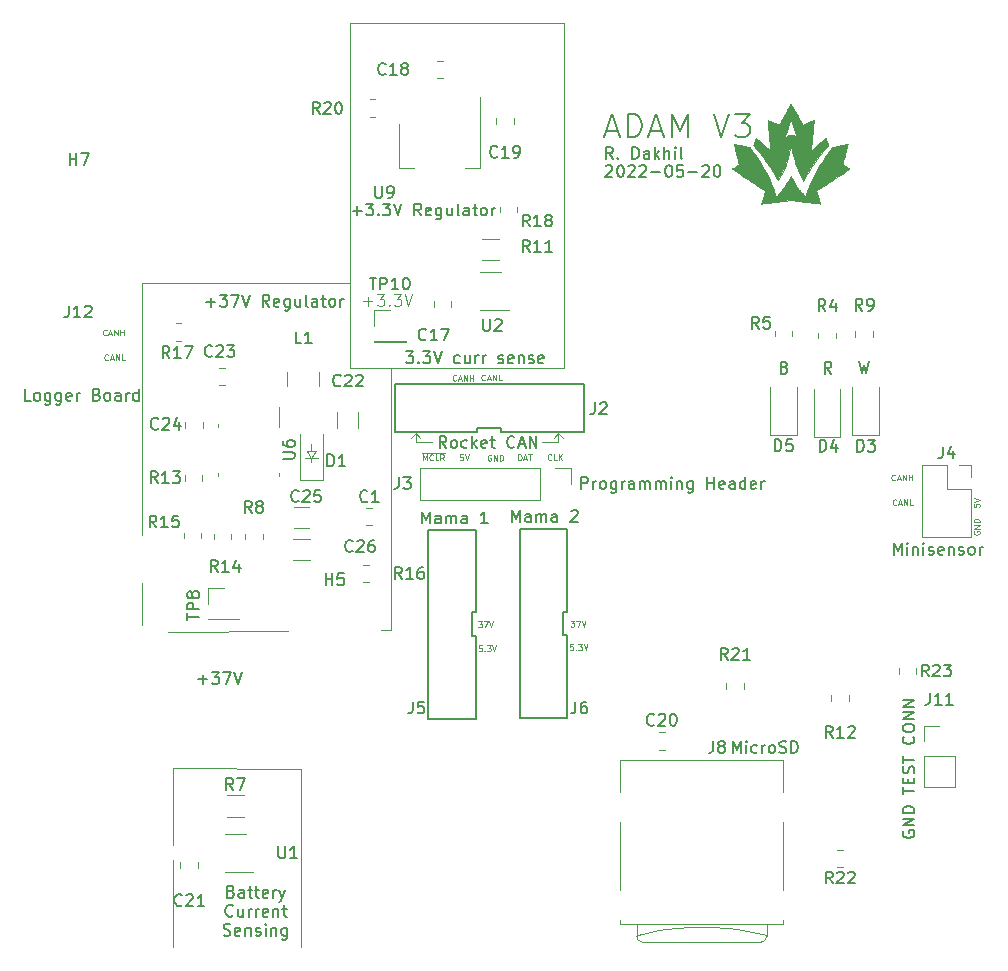
<source format=gbr>
G04 #@! TF.GenerationSoftware,KiCad,Pcbnew,(6.0.1)*
G04 #@! TF.CreationDate,2022-05-21T23:11:01-04:00*
G04 #@! TF.ProjectId,payload2020_papa_board,7061796c-6f61-4643-9230-32305f706170,rev?*
G04 #@! TF.SameCoordinates,Original*
G04 #@! TF.FileFunction,Legend,Top*
G04 #@! TF.FilePolarity,Positive*
%FSLAX46Y46*%
G04 Gerber Fmt 4.6, Leading zero omitted, Abs format (unit mm)*
G04 Created by KiCad (PCBNEW (6.0.1)) date 2022-05-21 23:11:01*
%MOMM*%
%LPD*%
G01*
G04 APERTURE LIST*
%ADD10C,0.120000*%
%ADD11C,0.150000*%
%ADD12C,0.125000*%
%ADD13C,0.100000*%
%ADD14C,0.010000*%
G04 APERTURE END LIST*
D10*
X45364400Y-38831200D02*
X45745400Y-38450200D01*
X33680400Y-39212200D02*
X35077400Y-39212200D01*
X33299400Y-38831200D02*
X33680400Y-38450200D01*
X33680400Y-39212200D02*
X33680400Y-38450200D01*
X33680400Y-38450200D02*
X34061400Y-38831200D01*
X13103000Y-73321100D02*
X13103000Y-66804220D01*
X13100000Y-81940000D02*
X13103000Y-74553000D01*
X45745400Y-38450200D02*
X46126400Y-38831200D01*
X10464800Y-25674000D02*
X10464800Y-47060800D01*
X45745400Y-38450200D02*
X45364400Y-38831200D01*
X24838023Y-40497290D02*
X24436703Y-39908010D01*
X24838023Y-40512530D02*
X24838023Y-40903690D01*
X25239343Y-39902930D02*
X24838023Y-40497290D01*
X23921720Y-66829620D02*
X13103000Y-66804220D01*
X30734000Y-55087200D02*
X31546800Y-55087200D01*
X24838023Y-39369530D02*
X24838023Y-39897850D01*
X31546800Y-55087200D02*
X31546800Y-32938400D01*
X28092400Y-25674000D02*
X10464800Y-25674000D01*
X24436703Y-39908010D02*
X25229183Y-39908010D01*
X25386663Y-40502370D02*
X24294463Y-40502370D01*
X24294463Y-40502370D02*
X24848183Y-40497290D01*
X45745400Y-39212200D02*
X45745400Y-38450200D01*
X10464800Y-51074000D02*
X10464800Y-54680800D01*
X44348400Y-39212200D02*
X45745400Y-39212200D01*
X28074460Y-3718760D02*
X46210000Y-3718760D01*
X46210000Y-3718760D02*
X46210000Y-32898000D01*
X46210000Y-32898000D02*
X28074460Y-32898000D01*
X28074460Y-32898000D02*
X28074460Y-3718760D01*
X12700000Y-55239600D02*
X22860000Y-55188800D01*
X23920000Y-81930000D02*
X23921720Y-66829620D01*
D11*
X41815095Y-45938380D02*
X41815095Y-44938380D01*
X42148428Y-45652666D01*
X42481761Y-44938380D01*
X42481761Y-45938380D01*
X43386523Y-45938380D02*
X43386523Y-45414571D01*
X43338904Y-45319333D01*
X43243666Y-45271714D01*
X43053190Y-45271714D01*
X42957952Y-45319333D01*
X43386523Y-45890761D02*
X43291285Y-45938380D01*
X43053190Y-45938380D01*
X42957952Y-45890761D01*
X42910333Y-45795523D01*
X42910333Y-45700285D01*
X42957952Y-45605047D01*
X43053190Y-45557428D01*
X43291285Y-45557428D01*
X43386523Y-45509809D01*
X43862714Y-45938380D02*
X43862714Y-45271714D01*
X43862714Y-45366952D02*
X43910333Y-45319333D01*
X44005571Y-45271714D01*
X44148428Y-45271714D01*
X44243666Y-45319333D01*
X44291285Y-45414571D01*
X44291285Y-45938380D01*
X44291285Y-45414571D02*
X44338904Y-45319333D01*
X44434142Y-45271714D01*
X44577000Y-45271714D01*
X44672238Y-45319333D01*
X44719857Y-45414571D01*
X44719857Y-45938380D01*
X45624619Y-45938380D02*
X45624619Y-45414571D01*
X45577000Y-45319333D01*
X45481761Y-45271714D01*
X45291285Y-45271714D01*
X45196047Y-45319333D01*
X45624619Y-45890761D02*
X45529380Y-45938380D01*
X45291285Y-45938380D01*
X45196047Y-45890761D01*
X45148428Y-45795523D01*
X45148428Y-45700285D01*
X45196047Y-45605047D01*
X45291285Y-45557428D01*
X45529380Y-45557428D01*
X45624619Y-45509809D01*
X46815095Y-45033619D02*
X46862714Y-44986000D01*
X46957952Y-44938380D01*
X47196047Y-44938380D01*
X47291285Y-44986000D01*
X47338904Y-45033619D01*
X47386523Y-45128857D01*
X47386523Y-45224095D01*
X47338904Y-45366952D01*
X46767476Y-45938380D01*
X47386523Y-45938380D01*
X47681523Y-43144380D02*
X47681523Y-42144380D01*
X48062476Y-42144380D01*
X48157714Y-42192000D01*
X48205333Y-42239619D01*
X48252952Y-42334857D01*
X48252952Y-42477714D01*
X48205333Y-42572952D01*
X48157714Y-42620571D01*
X48062476Y-42668190D01*
X47681523Y-42668190D01*
X48681523Y-43144380D02*
X48681523Y-42477714D01*
X48681523Y-42668190D02*
X48729142Y-42572952D01*
X48776761Y-42525333D01*
X48871999Y-42477714D01*
X48967238Y-42477714D01*
X49443428Y-43144380D02*
X49348190Y-43096761D01*
X49300571Y-43049142D01*
X49252952Y-42953904D01*
X49252952Y-42668190D01*
X49300571Y-42572952D01*
X49348190Y-42525333D01*
X49443428Y-42477714D01*
X49586285Y-42477714D01*
X49681523Y-42525333D01*
X49729142Y-42572952D01*
X49776761Y-42668190D01*
X49776761Y-42953904D01*
X49729142Y-43049142D01*
X49681523Y-43096761D01*
X49586285Y-43144380D01*
X49443428Y-43144380D01*
X50633904Y-42477714D02*
X50633904Y-43287238D01*
X50586285Y-43382476D01*
X50538666Y-43430095D01*
X50443428Y-43477714D01*
X50300571Y-43477714D01*
X50205333Y-43430095D01*
X50633904Y-43096761D02*
X50538666Y-43144380D01*
X50348190Y-43144380D01*
X50252952Y-43096761D01*
X50205333Y-43049142D01*
X50157714Y-42953904D01*
X50157714Y-42668190D01*
X50205333Y-42572952D01*
X50252952Y-42525333D01*
X50348190Y-42477714D01*
X50538666Y-42477714D01*
X50633904Y-42525333D01*
X51110095Y-43144380D02*
X51110095Y-42477714D01*
X51110095Y-42668190D02*
X51157714Y-42572952D01*
X51205333Y-42525333D01*
X51300571Y-42477714D01*
X51395809Y-42477714D01*
X52157714Y-43144380D02*
X52157714Y-42620571D01*
X52110095Y-42525333D01*
X52014857Y-42477714D01*
X51824380Y-42477714D01*
X51729142Y-42525333D01*
X52157714Y-43096761D02*
X52062476Y-43144380D01*
X51824380Y-43144380D01*
X51729142Y-43096761D01*
X51681523Y-43001523D01*
X51681523Y-42906285D01*
X51729142Y-42811047D01*
X51824380Y-42763428D01*
X52062476Y-42763428D01*
X52157714Y-42715809D01*
X52633904Y-43144380D02*
X52633904Y-42477714D01*
X52633904Y-42572952D02*
X52681523Y-42525333D01*
X52776761Y-42477714D01*
X52919619Y-42477714D01*
X53014857Y-42525333D01*
X53062476Y-42620571D01*
X53062476Y-43144380D01*
X53062476Y-42620571D02*
X53110095Y-42525333D01*
X53205333Y-42477714D01*
X53348190Y-42477714D01*
X53443428Y-42525333D01*
X53491047Y-42620571D01*
X53491047Y-43144380D01*
X53967238Y-43144380D02*
X53967238Y-42477714D01*
X53967238Y-42572952D02*
X54014857Y-42525333D01*
X54110095Y-42477714D01*
X54252952Y-42477714D01*
X54348190Y-42525333D01*
X54395809Y-42620571D01*
X54395809Y-43144380D01*
X54395809Y-42620571D02*
X54443428Y-42525333D01*
X54538666Y-42477714D01*
X54681523Y-42477714D01*
X54776761Y-42525333D01*
X54824380Y-42620571D01*
X54824380Y-43144380D01*
X55300571Y-43144380D02*
X55300571Y-42477714D01*
X55300571Y-42144380D02*
X55252952Y-42192000D01*
X55300571Y-42239619D01*
X55348190Y-42192000D01*
X55300571Y-42144380D01*
X55300571Y-42239619D01*
X55776761Y-42477714D02*
X55776761Y-43144380D01*
X55776761Y-42572952D02*
X55824380Y-42525333D01*
X55919619Y-42477714D01*
X56062476Y-42477714D01*
X56157714Y-42525333D01*
X56205333Y-42620571D01*
X56205333Y-43144380D01*
X57110095Y-42477714D02*
X57110095Y-43287238D01*
X57062476Y-43382476D01*
X57014857Y-43430095D01*
X56919619Y-43477714D01*
X56776761Y-43477714D01*
X56681523Y-43430095D01*
X57110095Y-43096761D02*
X57014857Y-43144380D01*
X56824380Y-43144380D01*
X56729142Y-43096761D01*
X56681523Y-43049142D01*
X56633904Y-42953904D01*
X56633904Y-42668190D01*
X56681523Y-42572952D01*
X56729142Y-42525333D01*
X56824380Y-42477714D01*
X57014857Y-42477714D01*
X57110095Y-42525333D01*
X58348190Y-43144380D02*
X58348190Y-42144380D01*
X58348190Y-42620571D02*
X58919619Y-42620571D01*
X58919619Y-43144380D02*
X58919619Y-42144380D01*
X59776761Y-43096761D02*
X59681523Y-43144380D01*
X59491047Y-43144380D01*
X59395809Y-43096761D01*
X59348190Y-43001523D01*
X59348190Y-42620571D01*
X59395809Y-42525333D01*
X59491047Y-42477714D01*
X59681523Y-42477714D01*
X59776761Y-42525333D01*
X59824380Y-42620571D01*
X59824380Y-42715809D01*
X59348190Y-42811047D01*
X60681523Y-43144380D02*
X60681523Y-42620571D01*
X60633904Y-42525333D01*
X60538666Y-42477714D01*
X60348190Y-42477714D01*
X60252952Y-42525333D01*
X60681523Y-43096761D02*
X60586285Y-43144380D01*
X60348190Y-43144380D01*
X60252952Y-43096761D01*
X60205333Y-43001523D01*
X60205333Y-42906285D01*
X60252952Y-42811047D01*
X60348190Y-42763428D01*
X60586285Y-42763428D01*
X60681523Y-42715809D01*
X61586285Y-43144380D02*
X61586285Y-42144380D01*
X61586285Y-43096761D02*
X61491047Y-43144380D01*
X61300571Y-43144380D01*
X61205333Y-43096761D01*
X61157714Y-43049142D01*
X61110095Y-42953904D01*
X61110095Y-42668190D01*
X61157714Y-42572952D01*
X61205333Y-42525333D01*
X61300571Y-42477714D01*
X61491047Y-42477714D01*
X61586285Y-42525333D01*
X62443428Y-43096761D02*
X62348190Y-43144380D01*
X62157714Y-43144380D01*
X62062476Y-43096761D01*
X62014857Y-43001523D01*
X62014857Y-42620571D01*
X62062476Y-42525333D01*
X62157714Y-42477714D01*
X62348190Y-42477714D01*
X62443428Y-42525333D01*
X62491047Y-42620571D01*
X62491047Y-42715809D01*
X62014857Y-42811047D01*
X62919619Y-43144380D02*
X62919619Y-42477714D01*
X62919619Y-42668190D02*
X62967238Y-42572952D01*
X63014857Y-42525333D01*
X63110095Y-42477714D01*
X63205333Y-42477714D01*
X15940167Y-27325158D02*
X16702072Y-27325158D01*
X16321120Y-27706110D02*
X16321120Y-26944206D01*
X17083024Y-26706110D02*
X17702072Y-26706110D01*
X17368739Y-27087063D01*
X17511596Y-27087063D01*
X17606834Y-27134682D01*
X17654453Y-27182301D01*
X17702072Y-27277539D01*
X17702072Y-27515634D01*
X17654453Y-27610872D01*
X17606834Y-27658491D01*
X17511596Y-27706110D01*
X17225882Y-27706110D01*
X17130643Y-27658491D01*
X17083024Y-27610872D01*
X18035405Y-26706110D02*
X18702072Y-26706110D01*
X18273501Y-27706110D01*
X18940167Y-26706110D02*
X19273501Y-27706110D01*
X19606834Y-26706110D01*
X21273501Y-27706110D02*
X20940167Y-27229920D01*
X20702072Y-27706110D02*
X20702072Y-26706110D01*
X21083024Y-26706110D01*
X21178263Y-26753730D01*
X21225882Y-26801349D01*
X21273501Y-26896587D01*
X21273501Y-27039444D01*
X21225882Y-27134682D01*
X21178263Y-27182301D01*
X21083024Y-27229920D01*
X20702072Y-27229920D01*
X22083024Y-27658491D02*
X21987786Y-27706110D01*
X21797310Y-27706110D01*
X21702072Y-27658491D01*
X21654453Y-27563253D01*
X21654453Y-27182301D01*
X21702072Y-27087063D01*
X21797310Y-27039444D01*
X21987786Y-27039444D01*
X22083024Y-27087063D01*
X22130643Y-27182301D01*
X22130643Y-27277539D01*
X21654453Y-27372777D01*
X22987786Y-27039444D02*
X22987786Y-27848968D01*
X22940167Y-27944206D01*
X22892548Y-27991825D01*
X22797310Y-28039444D01*
X22654453Y-28039444D01*
X22559215Y-27991825D01*
X22987786Y-27658491D02*
X22892548Y-27706110D01*
X22702072Y-27706110D01*
X22606834Y-27658491D01*
X22559215Y-27610872D01*
X22511596Y-27515634D01*
X22511596Y-27229920D01*
X22559215Y-27134682D01*
X22606834Y-27087063D01*
X22702072Y-27039444D01*
X22892548Y-27039444D01*
X22987786Y-27087063D01*
X23892548Y-27039444D02*
X23892548Y-27706110D01*
X23463977Y-27039444D02*
X23463977Y-27563253D01*
X23511596Y-27658491D01*
X23606834Y-27706110D01*
X23749691Y-27706110D01*
X23844929Y-27658491D01*
X23892548Y-27610872D01*
X24511596Y-27706110D02*
X24416358Y-27658491D01*
X24368739Y-27563253D01*
X24368739Y-26706110D01*
X25321120Y-27706110D02*
X25321120Y-27182301D01*
X25273501Y-27087063D01*
X25178263Y-27039444D01*
X24987786Y-27039444D01*
X24892548Y-27087063D01*
X25321120Y-27658491D02*
X25225882Y-27706110D01*
X24987786Y-27706110D01*
X24892548Y-27658491D01*
X24844929Y-27563253D01*
X24844929Y-27468015D01*
X24892548Y-27372777D01*
X24987786Y-27325158D01*
X25225882Y-27325158D01*
X25321120Y-27277539D01*
X25654453Y-27039444D02*
X26035405Y-27039444D01*
X25797310Y-26706110D02*
X25797310Y-27563253D01*
X25844929Y-27658491D01*
X25940167Y-27706110D01*
X26035405Y-27706110D01*
X26511596Y-27706110D02*
X26416358Y-27658491D01*
X26368739Y-27610872D01*
X26321120Y-27515634D01*
X26321120Y-27229920D01*
X26368739Y-27134682D01*
X26416358Y-27087063D01*
X26511596Y-27039444D01*
X26654453Y-27039444D01*
X26749691Y-27087063D01*
X26797310Y-27134682D01*
X26844929Y-27229920D01*
X26844929Y-27515634D01*
X26797310Y-27610872D01*
X26749691Y-27658491D01*
X26654453Y-27706110D01*
X26511596Y-27706110D01*
X27273501Y-27706110D02*
X27273501Y-27039444D01*
X27273501Y-27229920D02*
X27321120Y-27134682D01*
X27368739Y-27087063D01*
X27463977Y-27039444D01*
X27559215Y-27039444D01*
X28313809Y-19606428D02*
X29075714Y-19606428D01*
X28694761Y-19987380D02*
X28694761Y-19225476D01*
X29456666Y-18987380D02*
X30075714Y-18987380D01*
X29742380Y-19368333D01*
X29885238Y-19368333D01*
X29980476Y-19415952D01*
X30028095Y-19463571D01*
X30075714Y-19558809D01*
X30075714Y-19796904D01*
X30028095Y-19892142D01*
X29980476Y-19939761D01*
X29885238Y-19987380D01*
X29599523Y-19987380D01*
X29504285Y-19939761D01*
X29456666Y-19892142D01*
X30504285Y-19892142D02*
X30551904Y-19939761D01*
X30504285Y-19987380D01*
X30456666Y-19939761D01*
X30504285Y-19892142D01*
X30504285Y-19987380D01*
X30885238Y-18987380D02*
X31504285Y-18987380D01*
X31170952Y-19368333D01*
X31313809Y-19368333D01*
X31409047Y-19415952D01*
X31456666Y-19463571D01*
X31504285Y-19558809D01*
X31504285Y-19796904D01*
X31456666Y-19892142D01*
X31409047Y-19939761D01*
X31313809Y-19987380D01*
X31028095Y-19987380D01*
X30932857Y-19939761D01*
X30885238Y-19892142D01*
X31789999Y-18987380D02*
X32123333Y-19987380D01*
X32456666Y-18987380D01*
X34123333Y-19987380D02*
X33790000Y-19511190D01*
X33551904Y-19987380D02*
X33551904Y-18987380D01*
X33932857Y-18987380D01*
X34028095Y-19035000D01*
X34075714Y-19082619D01*
X34123333Y-19177857D01*
X34123333Y-19320714D01*
X34075714Y-19415952D01*
X34028095Y-19463571D01*
X33932857Y-19511190D01*
X33551904Y-19511190D01*
X34932857Y-19939761D02*
X34837619Y-19987380D01*
X34647142Y-19987380D01*
X34551904Y-19939761D01*
X34504285Y-19844523D01*
X34504285Y-19463571D01*
X34551904Y-19368333D01*
X34647142Y-19320714D01*
X34837619Y-19320714D01*
X34932857Y-19368333D01*
X34980476Y-19463571D01*
X34980476Y-19558809D01*
X34504285Y-19654047D01*
X35837619Y-19320714D02*
X35837619Y-20130238D01*
X35790000Y-20225476D01*
X35742380Y-20273095D01*
X35647142Y-20320714D01*
X35504285Y-20320714D01*
X35409047Y-20273095D01*
X35837619Y-19939761D02*
X35742380Y-19987380D01*
X35551904Y-19987380D01*
X35456666Y-19939761D01*
X35409047Y-19892142D01*
X35361428Y-19796904D01*
X35361428Y-19511190D01*
X35409047Y-19415952D01*
X35456666Y-19368333D01*
X35551904Y-19320714D01*
X35742380Y-19320714D01*
X35837619Y-19368333D01*
X36742380Y-19320714D02*
X36742380Y-19987380D01*
X36313809Y-19320714D02*
X36313809Y-19844523D01*
X36361428Y-19939761D01*
X36456666Y-19987380D01*
X36599523Y-19987380D01*
X36694761Y-19939761D01*
X36742380Y-19892142D01*
X37361428Y-19987380D02*
X37266190Y-19939761D01*
X37218571Y-19844523D01*
X37218571Y-18987380D01*
X38170952Y-19987380D02*
X38170952Y-19463571D01*
X38123333Y-19368333D01*
X38028095Y-19320714D01*
X37837619Y-19320714D01*
X37742380Y-19368333D01*
X38170952Y-19939761D02*
X38075714Y-19987380D01*
X37837619Y-19987380D01*
X37742380Y-19939761D01*
X37694761Y-19844523D01*
X37694761Y-19749285D01*
X37742380Y-19654047D01*
X37837619Y-19606428D01*
X38075714Y-19606428D01*
X38170952Y-19558809D01*
X38504285Y-19320714D02*
X38885238Y-19320714D01*
X38647142Y-18987380D02*
X38647142Y-19844523D01*
X38694761Y-19939761D01*
X38790000Y-19987380D01*
X38885238Y-19987380D01*
X39361428Y-19987380D02*
X39266190Y-19939761D01*
X39218571Y-19892142D01*
X39170952Y-19796904D01*
X39170952Y-19511190D01*
X39218571Y-19415952D01*
X39266190Y-19368333D01*
X39361428Y-19320714D01*
X39504285Y-19320714D01*
X39599523Y-19368333D01*
X39647142Y-19415952D01*
X39694761Y-19511190D01*
X39694761Y-19796904D01*
X39647142Y-19892142D01*
X39599523Y-19939761D01*
X39504285Y-19987380D01*
X39361428Y-19987380D01*
X40123333Y-19987380D02*
X40123333Y-19320714D01*
X40123333Y-19511190D02*
X40170952Y-19415952D01*
X40218571Y-19368333D01*
X40313809Y-19320714D01*
X40409047Y-19320714D01*
X50339952Y-15204380D02*
X50006619Y-14728190D01*
X49768523Y-15204380D02*
X49768523Y-14204380D01*
X50149476Y-14204380D01*
X50244714Y-14252000D01*
X50292333Y-14299619D01*
X50339952Y-14394857D01*
X50339952Y-14537714D01*
X50292333Y-14632952D01*
X50244714Y-14680571D01*
X50149476Y-14728190D01*
X49768523Y-14728190D01*
X50768523Y-15109142D02*
X50816142Y-15156761D01*
X50768523Y-15204380D01*
X50720904Y-15156761D01*
X50768523Y-15109142D01*
X50768523Y-15204380D01*
X52006619Y-15204380D02*
X52006619Y-14204380D01*
X52244714Y-14204380D01*
X52387571Y-14252000D01*
X52482809Y-14347238D01*
X52530428Y-14442476D01*
X52578047Y-14632952D01*
X52578047Y-14775809D01*
X52530428Y-14966285D01*
X52482809Y-15061523D01*
X52387571Y-15156761D01*
X52244714Y-15204380D01*
X52006619Y-15204380D01*
X53435190Y-15204380D02*
X53435190Y-14680571D01*
X53387571Y-14585333D01*
X53292333Y-14537714D01*
X53101857Y-14537714D01*
X53006619Y-14585333D01*
X53435190Y-15156761D02*
X53339952Y-15204380D01*
X53101857Y-15204380D01*
X53006619Y-15156761D01*
X52959000Y-15061523D01*
X52959000Y-14966285D01*
X53006619Y-14871047D01*
X53101857Y-14823428D01*
X53339952Y-14823428D01*
X53435190Y-14775809D01*
X53911380Y-15204380D02*
X53911380Y-14204380D01*
X54006619Y-14823428D02*
X54292333Y-15204380D01*
X54292333Y-14537714D02*
X53911380Y-14918666D01*
X54720904Y-15204380D02*
X54720904Y-14204380D01*
X55149476Y-15204380D02*
X55149476Y-14680571D01*
X55101857Y-14585333D01*
X55006619Y-14537714D01*
X54863761Y-14537714D01*
X54768523Y-14585333D01*
X54720904Y-14632952D01*
X55625666Y-15204380D02*
X55625666Y-14537714D01*
X55625666Y-14204380D02*
X55578047Y-14252000D01*
X55625666Y-14299619D01*
X55673285Y-14252000D01*
X55625666Y-14204380D01*
X55625666Y-14299619D01*
X56244714Y-15204380D02*
X56149476Y-15156761D01*
X56101857Y-15061523D01*
X56101857Y-14204380D01*
X49832380Y-12799333D02*
X50784761Y-12799333D01*
X49641904Y-13370761D02*
X50308571Y-11370761D01*
X50975238Y-13370761D01*
X51641904Y-13370761D02*
X51641904Y-11370761D01*
X52118095Y-11370761D01*
X52403809Y-11466000D01*
X52594285Y-11656476D01*
X52689523Y-11846952D01*
X52784761Y-12227904D01*
X52784761Y-12513619D01*
X52689523Y-12894571D01*
X52594285Y-13085047D01*
X52403809Y-13275523D01*
X52118095Y-13370761D01*
X51641904Y-13370761D01*
X53546666Y-12799333D02*
X54499047Y-12799333D01*
X53356190Y-13370761D02*
X54022857Y-11370761D01*
X54689523Y-13370761D01*
X55356190Y-13370761D02*
X55356190Y-11370761D01*
X56022857Y-12799333D01*
X56689523Y-11370761D01*
X56689523Y-13370761D01*
X58880000Y-11370761D02*
X59546666Y-13370761D01*
X60213333Y-11370761D01*
X60689523Y-11370761D02*
X61927619Y-11370761D01*
X61260952Y-12132666D01*
X61546666Y-12132666D01*
X61737142Y-12227904D01*
X61832380Y-12323142D01*
X61927619Y-12513619D01*
X61927619Y-12989809D01*
X61832380Y-13180285D01*
X61737142Y-13275523D01*
X61546666Y-13370761D01*
X60975238Y-13370761D01*
X60784761Y-13275523D01*
X60689523Y-13180285D01*
X49752857Y-15823619D02*
X49800476Y-15776000D01*
X49895714Y-15728380D01*
X50133809Y-15728380D01*
X50229047Y-15776000D01*
X50276666Y-15823619D01*
X50324285Y-15918857D01*
X50324285Y-16014095D01*
X50276666Y-16156952D01*
X49705238Y-16728380D01*
X50324285Y-16728380D01*
X50943333Y-15728380D02*
X51038571Y-15728380D01*
X51133809Y-15776000D01*
X51181428Y-15823619D01*
X51229047Y-15918857D01*
X51276666Y-16109333D01*
X51276666Y-16347428D01*
X51229047Y-16537904D01*
X51181428Y-16633142D01*
X51133809Y-16680761D01*
X51038571Y-16728380D01*
X50943333Y-16728380D01*
X50848095Y-16680761D01*
X50800476Y-16633142D01*
X50752857Y-16537904D01*
X50705238Y-16347428D01*
X50705238Y-16109333D01*
X50752857Y-15918857D01*
X50800476Y-15823619D01*
X50848095Y-15776000D01*
X50943333Y-15728380D01*
X51657619Y-15823619D02*
X51705238Y-15776000D01*
X51800476Y-15728380D01*
X52038571Y-15728380D01*
X52133809Y-15776000D01*
X52181428Y-15823619D01*
X52229047Y-15918857D01*
X52229047Y-16014095D01*
X52181428Y-16156952D01*
X51610000Y-16728380D01*
X52229047Y-16728380D01*
X52610000Y-15823619D02*
X52657619Y-15776000D01*
X52752857Y-15728380D01*
X52990952Y-15728380D01*
X53086190Y-15776000D01*
X53133809Y-15823619D01*
X53181428Y-15918857D01*
X53181428Y-16014095D01*
X53133809Y-16156952D01*
X52562380Y-16728380D01*
X53181428Y-16728380D01*
X53610000Y-16347428D02*
X54371904Y-16347428D01*
X55038571Y-15728380D02*
X55133809Y-15728380D01*
X55229047Y-15776000D01*
X55276666Y-15823619D01*
X55324285Y-15918857D01*
X55371904Y-16109333D01*
X55371904Y-16347428D01*
X55324285Y-16537904D01*
X55276666Y-16633142D01*
X55229047Y-16680761D01*
X55133809Y-16728380D01*
X55038571Y-16728380D01*
X54943333Y-16680761D01*
X54895714Y-16633142D01*
X54848095Y-16537904D01*
X54800476Y-16347428D01*
X54800476Y-16109333D01*
X54848095Y-15918857D01*
X54895714Y-15823619D01*
X54943333Y-15776000D01*
X55038571Y-15728380D01*
X56276666Y-15728380D02*
X55800476Y-15728380D01*
X55752857Y-16204571D01*
X55800476Y-16156952D01*
X55895714Y-16109333D01*
X56133809Y-16109333D01*
X56229047Y-16156952D01*
X56276666Y-16204571D01*
X56324285Y-16299809D01*
X56324285Y-16537904D01*
X56276666Y-16633142D01*
X56229047Y-16680761D01*
X56133809Y-16728380D01*
X55895714Y-16728380D01*
X55800476Y-16680761D01*
X55752857Y-16633142D01*
X56752857Y-16347428D02*
X57514761Y-16347428D01*
X57943333Y-15823619D02*
X57990952Y-15776000D01*
X58086190Y-15728380D01*
X58324285Y-15728380D01*
X58419523Y-15776000D01*
X58467142Y-15823619D01*
X58514761Y-15918857D01*
X58514761Y-16014095D01*
X58467142Y-16156952D01*
X57895714Y-16728380D01*
X58514761Y-16728380D01*
X59133809Y-15728380D02*
X59229047Y-15728380D01*
X59324285Y-15776000D01*
X59371904Y-15823619D01*
X59419523Y-15918857D01*
X59467142Y-16109333D01*
X59467142Y-16347428D01*
X59419523Y-16537904D01*
X59371904Y-16633142D01*
X59324285Y-16680761D01*
X59229047Y-16728380D01*
X59133809Y-16728380D01*
X59038571Y-16680761D01*
X58990952Y-16633142D01*
X58943333Y-16537904D01*
X58895714Y-16347428D01*
X58895714Y-16109333D01*
X58943333Y-15918857D01*
X58990952Y-15823619D01*
X59038571Y-15776000D01*
X59133809Y-15728380D01*
D12*
X46777352Y-54305390D02*
X47086876Y-54305390D01*
X46920209Y-54495866D01*
X46991638Y-54495866D01*
X47039257Y-54519676D01*
X47063066Y-54543485D01*
X47086876Y-54591104D01*
X47086876Y-54710152D01*
X47063066Y-54757771D01*
X47039257Y-54781580D01*
X46991638Y-54805390D01*
X46848780Y-54805390D01*
X46801161Y-54781580D01*
X46777352Y-54757771D01*
X47253542Y-54305390D02*
X47586876Y-54305390D01*
X47372590Y-54805390D01*
X47705923Y-54305390D02*
X47872590Y-54805390D01*
X48039257Y-54305390D01*
X38954152Y-54356190D02*
X39263676Y-54356190D01*
X39097009Y-54546666D01*
X39168438Y-54546666D01*
X39216057Y-54570476D01*
X39239866Y-54594285D01*
X39263676Y-54641904D01*
X39263676Y-54760952D01*
X39239866Y-54808571D01*
X39216057Y-54832380D01*
X39168438Y-54856190D01*
X39025580Y-54856190D01*
X38977961Y-54832380D01*
X38954152Y-54808571D01*
X39430342Y-54356190D02*
X39763676Y-54356190D01*
X39549390Y-54856190D01*
X39882723Y-54356190D02*
X40049390Y-54856190D01*
X40216057Y-54356190D01*
X39273219Y-56388190D02*
X39035123Y-56388190D01*
X39011314Y-56626285D01*
X39035123Y-56602476D01*
X39082742Y-56578666D01*
X39201790Y-56578666D01*
X39249409Y-56602476D01*
X39273219Y-56626285D01*
X39297028Y-56673904D01*
X39297028Y-56792952D01*
X39273219Y-56840571D01*
X39249409Y-56864380D01*
X39201790Y-56888190D01*
X39082742Y-56888190D01*
X39035123Y-56864380D01*
X39011314Y-56840571D01*
X39511314Y-56840571D02*
X39535123Y-56864380D01*
X39511314Y-56888190D01*
X39487504Y-56864380D01*
X39511314Y-56840571D01*
X39511314Y-56888190D01*
X39701790Y-56388190D02*
X40011314Y-56388190D01*
X39844647Y-56578666D01*
X39916076Y-56578666D01*
X39963695Y-56602476D01*
X39987504Y-56626285D01*
X40011314Y-56673904D01*
X40011314Y-56792952D01*
X39987504Y-56840571D01*
X39963695Y-56864380D01*
X39916076Y-56888190D01*
X39773219Y-56888190D01*
X39725600Y-56864380D01*
X39701790Y-56840571D01*
X40154171Y-56388190D02*
X40320838Y-56888190D01*
X40487504Y-56388190D01*
X37089946Y-33929771D02*
X37066137Y-33953580D01*
X36994708Y-33977390D01*
X36947089Y-33977390D01*
X36875660Y-33953580D01*
X36828041Y-33905961D01*
X36804232Y-33858342D01*
X36780422Y-33763104D01*
X36780422Y-33691676D01*
X36804232Y-33596438D01*
X36828041Y-33548819D01*
X36875660Y-33501200D01*
X36947089Y-33477390D01*
X36994708Y-33477390D01*
X37066137Y-33501200D01*
X37089946Y-33525009D01*
X37280422Y-33834533D02*
X37518518Y-33834533D01*
X37232803Y-33977390D02*
X37399470Y-33477390D01*
X37566137Y-33977390D01*
X37732803Y-33977390D02*
X37732803Y-33477390D01*
X38018518Y-33977390D01*
X38018518Y-33477390D01*
X38256613Y-33977390D02*
X38256613Y-33477390D01*
X38256613Y-33715485D02*
X38542327Y-33715485D01*
X38542327Y-33977390D02*
X38542327Y-33477390D01*
X39537070Y-33914531D02*
X39513260Y-33938340D01*
X39441832Y-33962150D01*
X39394213Y-33962150D01*
X39322784Y-33938340D01*
X39275165Y-33890721D01*
X39251356Y-33843102D01*
X39227546Y-33747864D01*
X39227546Y-33676436D01*
X39251356Y-33581198D01*
X39275165Y-33533579D01*
X39322784Y-33485960D01*
X39394213Y-33462150D01*
X39441832Y-33462150D01*
X39513260Y-33485960D01*
X39537070Y-33509769D01*
X39727546Y-33819293D02*
X39965641Y-33819293D01*
X39679927Y-33962150D02*
X39846594Y-33462150D01*
X40013260Y-33962150D01*
X40179927Y-33962150D02*
X40179927Y-33462150D01*
X40465641Y-33962150D01*
X40465641Y-33462150D01*
X40941832Y-33962150D02*
X40703737Y-33962150D01*
X40703737Y-33462150D01*
X34161904Y-40085000D02*
X34733333Y-40085000D01*
X34280952Y-40726190D02*
X34280952Y-40226190D01*
X34447619Y-40583333D01*
X34614285Y-40226190D01*
X34614285Y-40726190D01*
X34733333Y-40085000D02*
X35233333Y-40085000D01*
X35138095Y-40678571D02*
X35114285Y-40702380D01*
X35042857Y-40726190D01*
X34995238Y-40726190D01*
X34923809Y-40702380D01*
X34876190Y-40654761D01*
X34852380Y-40607142D01*
X34828571Y-40511904D01*
X34828571Y-40440476D01*
X34852380Y-40345238D01*
X34876190Y-40297619D01*
X34923809Y-40250000D01*
X34995238Y-40226190D01*
X35042857Y-40226190D01*
X35114285Y-40250000D01*
X35138095Y-40273809D01*
X35233333Y-40085000D02*
X35638095Y-40085000D01*
X35590476Y-40726190D02*
X35352380Y-40726190D01*
X35352380Y-40226190D01*
X35638095Y-40085000D02*
X36138095Y-40085000D01*
X36042857Y-40726190D02*
X35876190Y-40488095D01*
X35757142Y-40726190D02*
X35757142Y-40226190D01*
X35947619Y-40226190D01*
X35995238Y-40250000D01*
X36019047Y-40273809D01*
X36042857Y-40321428D01*
X36042857Y-40392857D01*
X36019047Y-40440476D01*
X35995238Y-40464285D01*
X35947619Y-40488095D01*
X35757142Y-40488095D01*
X37679761Y-40226190D02*
X37441666Y-40226190D01*
X37417857Y-40464285D01*
X37441666Y-40440476D01*
X37489285Y-40416666D01*
X37608333Y-40416666D01*
X37655952Y-40440476D01*
X37679761Y-40464285D01*
X37703571Y-40511904D01*
X37703571Y-40630952D01*
X37679761Y-40678571D01*
X37655952Y-40702380D01*
X37608333Y-40726190D01*
X37489285Y-40726190D01*
X37441666Y-40702380D01*
X37417857Y-40678571D01*
X37846428Y-40226190D02*
X38013095Y-40726190D01*
X38179761Y-40226190D01*
X40030447Y-40275000D02*
X39982828Y-40251190D01*
X39911400Y-40251190D01*
X39839971Y-40275000D01*
X39792352Y-40322619D01*
X39768542Y-40370238D01*
X39744733Y-40465476D01*
X39744733Y-40536904D01*
X39768542Y-40632142D01*
X39792352Y-40679761D01*
X39839971Y-40727380D01*
X39911400Y-40751190D01*
X39959019Y-40751190D01*
X40030447Y-40727380D01*
X40054257Y-40703571D01*
X40054257Y-40536904D01*
X39959019Y-40536904D01*
X40268542Y-40751190D02*
X40268542Y-40251190D01*
X40554257Y-40751190D01*
X40554257Y-40251190D01*
X40792352Y-40751190D02*
X40792352Y-40251190D01*
X40911400Y-40251190D01*
X40982828Y-40275000D01*
X41030447Y-40322619D01*
X41054257Y-40370238D01*
X41078066Y-40465476D01*
X41078066Y-40536904D01*
X41054257Y-40632142D01*
X41030447Y-40679761D01*
X40982828Y-40727380D01*
X40911400Y-40751190D01*
X40792352Y-40751190D01*
X42354725Y-40726190D02*
X42354725Y-40226190D01*
X42473773Y-40226190D01*
X42545201Y-40250000D01*
X42592820Y-40297619D01*
X42616630Y-40345238D01*
X42640440Y-40440476D01*
X42640440Y-40511904D01*
X42616630Y-40607142D01*
X42592820Y-40654761D01*
X42545201Y-40702380D01*
X42473773Y-40726190D01*
X42354725Y-40726190D01*
X42830916Y-40583333D02*
X43069011Y-40583333D01*
X42783297Y-40726190D02*
X42949963Y-40226190D01*
X43116630Y-40726190D01*
X43211868Y-40226190D02*
X43497582Y-40226190D01*
X43354725Y-40726190D02*
X43354725Y-40226190D01*
X45152380Y-40653571D02*
X45128571Y-40677380D01*
X45057142Y-40701190D01*
X45009523Y-40701190D01*
X44938095Y-40677380D01*
X44890476Y-40629761D01*
X44866666Y-40582142D01*
X44842857Y-40486904D01*
X44842857Y-40415476D01*
X44866666Y-40320238D01*
X44890476Y-40272619D01*
X44938095Y-40225000D01*
X45009523Y-40201190D01*
X45057142Y-40201190D01*
X45128571Y-40225000D01*
X45152380Y-40248809D01*
X45604761Y-40701190D02*
X45366666Y-40701190D01*
X45366666Y-40201190D01*
X45771428Y-40701190D02*
X45771428Y-40201190D01*
X46057142Y-40701190D02*
X45842857Y-40415476D01*
X46057142Y-40201190D02*
X45771428Y-40486904D01*
X80901190Y-44422238D02*
X80901190Y-44660333D01*
X81139285Y-44684142D01*
X81115476Y-44660333D01*
X81091666Y-44612714D01*
X81091666Y-44493666D01*
X81115476Y-44446047D01*
X81139285Y-44422238D01*
X81186904Y-44398428D01*
X81305952Y-44398428D01*
X81353571Y-44422238D01*
X81377380Y-44446047D01*
X81401190Y-44493666D01*
X81401190Y-44612714D01*
X81377380Y-44660333D01*
X81353571Y-44684142D01*
X80901190Y-44255571D02*
X81401190Y-44088904D01*
X80901190Y-43922238D01*
X74241666Y-42378571D02*
X74217857Y-42402380D01*
X74146428Y-42426190D01*
X74098809Y-42426190D01*
X74027380Y-42402380D01*
X73979761Y-42354761D01*
X73955952Y-42307142D01*
X73932142Y-42211904D01*
X73932142Y-42140476D01*
X73955952Y-42045238D01*
X73979761Y-41997619D01*
X74027380Y-41950000D01*
X74098809Y-41926190D01*
X74146428Y-41926190D01*
X74217857Y-41950000D01*
X74241666Y-41973809D01*
X74432142Y-42283333D02*
X74670238Y-42283333D01*
X74384523Y-42426190D02*
X74551190Y-41926190D01*
X74717857Y-42426190D01*
X74884523Y-42426190D02*
X74884523Y-41926190D01*
X75170238Y-42426190D01*
X75170238Y-41926190D01*
X75408333Y-42426190D02*
X75408333Y-41926190D01*
X75408333Y-42164285D02*
X75694047Y-42164285D01*
X75694047Y-42426190D02*
X75694047Y-41926190D01*
X74351190Y-44478571D02*
X74327380Y-44502380D01*
X74255952Y-44526190D01*
X74208333Y-44526190D01*
X74136904Y-44502380D01*
X74089285Y-44454761D01*
X74065476Y-44407142D01*
X74041666Y-44311904D01*
X74041666Y-44240476D01*
X74065476Y-44145238D01*
X74089285Y-44097619D01*
X74136904Y-44050000D01*
X74208333Y-44026190D01*
X74255952Y-44026190D01*
X74327380Y-44050000D01*
X74351190Y-44073809D01*
X74541666Y-44383333D02*
X74779761Y-44383333D01*
X74494047Y-44526190D02*
X74660714Y-44026190D01*
X74827380Y-44526190D01*
X74994047Y-44526190D02*
X74994047Y-44026190D01*
X75279761Y-44526190D01*
X75279761Y-44026190D01*
X75755952Y-44526190D02*
X75517857Y-44526190D01*
X75517857Y-44026190D01*
X80925000Y-46739952D02*
X80901190Y-46787571D01*
X80901190Y-46859000D01*
X80925000Y-46930428D01*
X80972619Y-46978047D01*
X81020238Y-47001857D01*
X81115476Y-47025666D01*
X81186904Y-47025666D01*
X81282142Y-47001857D01*
X81329761Y-46978047D01*
X81377380Y-46930428D01*
X81401190Y-46859000D01*
X81401190Y-46811380D01*
X81377380Y-46739952D01*
X81353571Y-46716142D01*
X81186904Y-46716142D01*
X81186904Y-46811380D01*
X81401190Y-46501857D02*
X80901190Y-46501857D01*
X81401190Y-46216142D01*
X80901190Y-46216142D01*
X81401190Y-45978047D02*
X80901190Y-45978047D01*
X80901190Y-45859000D01*
X80925000Y-45787571D01*
X80972619Y-45739952D01*
X81020238Y-45716142D01*
X81115476Y-45692333D01*
X81186904Y-45692333D01*
X81282142Y-45716142D01*
X81329761Y-45739952D01*
X81377380Y-45787571D01*
X81401190Y-45859000D01*
X81401190Y-45978047D01*
D11*
X32852857Y-31502380D02*
X33471904Y-31502380D01*
X33138571Y-31883333D01*
X33281428Y-31883333D01*
X33376666Y-31930952D01*
X33424285Y-31978571D01*
X33471904Y-32073809D01*
X33471904Y-32311904D01*
X33424285Y-32407142D01*
X33376666Y-32454761D01*
X33281428Y-32502380D01*
X32995714Y-32502380D01*
X32900476Y-32454761D01*
X32852857Y-32407142D01*
X33900476Y-32407142D02*
X33948095Y-32454761D01*
X33900476Y-32502380D01*
X33852857Y-32454761D01*
X33900476Y-32407142D01*
X33900476Y-32502380D01*
X34281428Y-31502380D02*
X34900476Y-31502380D01*
X34567142Y-31883333D01*
X34710000Y-31883333D01*
X34805238Y-31930952D01*
X34852857Y-31978571D01*
X34900476Y-32073809D01*
X34900476Y-32311904D01*
X34852857Y-32407142D01*
X34805238Y-32454761D01*
X34710000Y-32502380D01*
X34424285Y-32502380D01*
X34329047Y-32454761D01*
X34281428Y-32407142D01*
X35186190Y-31502380D02*
X35519523Y-32502380D01*
X35852857Y-31502380D01*
X37376666Y-32454761D02*
X37281428Y-32502380D01*
X37090952Y-32502380D01*
X36995714Y-32454761D01*
X36948095Y-32407142D01*
X36900476Y-32311904D01*
X36900476Y-32026190D01*
X36948095Y-31930952D01*
X36995714Y-31883333D01*
X37090952Y-31835714D01*
X37281428Y-31835714D01*
X37376666Y-31883333D01*
X38233809Y-31835714D02*
X38233809Y-32502380D01*
X37805238Y-31835714D02*
X37805238Y-32359523D01*
X37852857Y-32454761D01*
X37948095Y-32502380D01*
X38090952Y-32502380D01*
X38186190Y-32454761D01*
X38233809Y-32407142D01*
X38710000Y-32502380D02*
X38710000Y-31835714D01*
X38710000Y-32026190D02*
X38757619Y-31930952D01*
X38805238Y-31883333D01*
X38900476Y-31835714D01*
X38995714Y-31835714D01*
X39329047Y-32502380D02*
X39329047Y-31835714D01*
X39329047Y-32026190D02*
X39376666Y-31930952D01*
X39424285Y-31883333D01*
X39519523Y-31835714D01*
X39614761Y-31835714D01*
X40662380Y-32454761D02*
X40757619Y-32502380D01*
X40948095Y-32502380D01*
X41043333Y-32454761D01*
X41090952Y-32359523D01*
X41090952Y-32311904D01*
X41043333Y-32216666D01*
X40948095Y-32169047D01*
X40805238Y-32169047D01*
X40710000Y-32121428D01*
X40662380Y-32026190D01*
X40662380Y-31978571D01*
X40710000Y-31883333D01*
X40805238Y-31835714D01*
X40948095Y-31835714D01*
X41043333Y-31883333D01*
X41900476Y-32454761D02*
X41805238Y-32502380D01*
X41614761Y-32502380D01*
X41519523Y-32454761D01*
X41471904Y-32359523D01*
X41471904Y-31978571D01*
X41519523Y-31883333D01*
X41614761Y-31835714D01*
X41805238Y-31835714D01*
X41900476Y-31883333D01*
X41948095Y-31978571D01*
X41948095Y-32073809D01*
X41471904Y-32169047D01*
X42376666Y-31835714D02*
X42376666Y-32502380D01*
X42376666Y-31930952D02*
X42424285Y-31883333D01*
X42519523Y-31835714D01*
X42662380Y-31835714D01*
X42757619Y-31883333D01*
X42805238Y-31978571D01*
X42805238Y-32502380D01*
X43233809Y-32454761D02*
X43329047Y-32502380D01*
X43519523Y-32502380D01*
X43614761Y-32454761D01*
X43662380Y-32359523D01*
X43662380Y-32311904D01*
X43614761Y-32216666D01*
X43519523Y-32169047D01*
X43376666Y-32169047D01*
X43281428Y-32121428D01*
X43233809Y-32026190D01*
X43233809Y-31978571D01*
X43281428Y-31883333D01*
X43376666Y-31835714D01*
X43519523Y-31835714D01*
X43614761Y-31883333D01*
X44471904Y-32454761D02*
X44376666Y-32502380D01*
X44186190Y-32502380D01*
X44090952Y-32454761D01*
X44043333Y-32359523D01*
X44043333Y-31978571D01*
X44090952Y-31883333D01*
X44186190Y-31835714D01*
X44376666Y-31835714D01*
X44471904Y-31883333D01*
X44519523Y-31978571D01*
X44519523Y-32073809D01*
X44043333Y-32169047D01*
D12*
X46994819Y-56286590D02*
X46756723Y-56286590D01*
X46732914Y-56524685D01*
X46756723Y-56500876D01*
X46804342Y-56477066D01*
X46923390Y-56477066D01*
X46971009Y-56500876D01*
X46994819Y-56524685D01*
X47018628Y-56572304D01*
X47018628Y-56691352D01*
X46994819Y-56738971D01*
X46971009Y-56762780D01*
X46923390Y-56786590D01*
X46804342Y-56786590D01*
X46756723Y-56762780D01*
X46732914Y-56738971D01*
X47232914Y-56738971D02*
X47256723Y-56762780D01*
X47232914Y-56786590D01*
X47209104Y-56762780D01*
X47232914Y-56738971D01*
X47232914Y-56786590D01*
X47423390Y-56286590D02*
X47732914Y-56286590D01*
X47566247Y-56477066D01*
X47637676Y-56477066D01*
X47685295Y-56500876D01*
X47709104Y-56524685D01*
X47732914Y-56572304D01*
X47732914Y-56691352D01*
X47709104Y-56738971D01*
X47685295Y-56762780D01*
X47637676Y-56786590D01*
X47494819Y-56786590D01*
X47447200Y-56762780D01*
X47423390Y-56738971D01*
X47875771Y-56286590D02*
X48042438Y-56786590D01*
X48209104Y-56286590D01*
D11*
X36252590Y-39664580D02*
X35919257Y-39188390D01*
X35681161Y-39664580D02*
X35681161Y-38664580D01*
X36062114Y-38664580D01*
X36157352Y-38712200D01*
X36204971Y-38759819D01*
X36252590Y-38855057D01*
X36252590Y-38997914D01*
X36204971Y-39093152D01*
X36157352Y-39140771D01*
X36062114Y-39188390D01*
X35681161Y-39188390D01*
X36824019Y-39664580D02*
X36728780Y-39616961D01*
X36681161Y-39569342D01*
X36633542Y-39474104D01*
X36633542Y-39188390D01*
X36681161Y-39093152D01*
X36728780Y-39045533D01*
X36824019Y-38997914D01*
X36966876Y-38997914D01*
X37062114Y-39045533D01*
X37109733Y-39093152D01*
X37157352Y-39188390D01*
X37157352Y-39474104D01*
X37109733Y-39569342D01*
X37062114Y-39616961D01*
X36966876Y-39664580D01*
X36824019Y-39664580D01*
X38014495Y-39616961D02*
X37919257Y-39664580D01*
X37728780Y-39664580D01*
X37633542Y-39616961D01*
X37585923Y-39569342D01*
X37538304Y-39474104D01*
X37538304Y-39188390D01*
X37585923Y-39093152D01*
X37633542Y-39045533D01*
X37728780Y-38997914D01*
X37919257Y-38997914D01*
X38014495Y-39045533D01*
X38443066Y-39664580D02*
X38443066Y-38664580D01*
X38538304Y-39283628D02*
X38824019Y-39664580D01*
X38824019Y-38997914D02*
X38443066Y-39378866D01*
X39633542Y-39616961D02*
X39538304Y-39664580D01*
X39347828Y-39664580D01*
X39252590Y-39616961D01*
X39204971Y-39521723D01*
X39204971Y-39140771D01*
X39252590Y-39045533D01*
X39347828Y-38997914D01*
X39538304Y-38997914D01*
X39633542Y-39045533D01*
X39681161Y-39140771D01*
X39681161Y-39236009D01*
X39204971Y-39331247D01*
X39966876Y-38997914D02*
X40347828Y-38997914D01*
X40109733Y-38664580D02*
X40109733Y-39521723D01*
X40157352Y-39616961D01*
X40252590Y-39664580D01*
X40347828Y-39664580D01*
X42014495Y-39569342D02*
X41966876Y-39616961D01*
X41824019Y-39664580D01*
X41728780Y-39664580D01*
X41585923Y-39616961D01*
X41490685Y-39521723D01*
X41443066Y-39426485D01*
X41395447Y-39236009D01*
X41395447Y-39093152D01*
X41443066Y-38902676D01*
X41490685Y-38807438D01*
X41585923Y-38712200D01*
X41728780Y-38664580D01*
X41824019Y-38664580D01*
X41966876Y-38712200D01*
X42014495Y-38759819D01*
X42395447Y-39378866D02*
X42871638Y-39378866D01*
X42300209Y-39664580D02*
X42633542Y-38664580D01*
X42966876Y-39664580D01*
X43300209Y-39664580D02*
X43300209Y-38664580D01*
X43871638Y-39664580D01*
X43871638Y-38664580D01*
X68859523Y-33377380D02*
X68526190Y-32901190D01*
X68288095Y-33377380D02*
X68288095Y-32377380D01*
X68669047Y-32377380D01*
X68764285Y-32425000D01*
X68811904Y-32472619D01*
X68859523Y-32567857D01*
X68859523Y-32710714D01*
X68811904Y-32805952D01*
X68764285Y-32853571D01*
X68669047Y-32901190D01*
X68288095Y-32901190D01*
D12*
X7494666Y-30102571D02*
X7470857Y-30126380D01*
X7399428Y-30150190D01*
X7351809Y-30150190D01*
X7280380Y-30126380D01*
X7232761Y-30078761D01*
X7208952Y-30031142D01*
X7185142Y-29935904D01*
X7185142Y-29864476D01*
X7208952Y-29769238D01*
X7232761Y-29721619D01*
X7280380Y-29674000D01*
X7351809Y-29650190D01*
X7399428Y-29650190D01*
X7470857Y-29674000D01*
X7494666Y-29697809D01*
X7685142Y-30007333D02*
X7923238Y-30007333D01*
X7637523Y-30150190D02*
X7804190Y-29650190D01*
X7970857Y-30150190D01*
X8137523Y-30150190D02*
X8137523Y-29650190D01*
X8423238Y-30150190D01*
X8423238Y-29650190D01*
X8661333Y-30150190D02*
X8661333Y-29650190D01*
X8661333Y-29888285D02*
X8947047Y-29888285D01*
X8947047Y-30150190D02*
X8947047Y-29650190D01*
X7604190Y-32202571D02*
X7580380Y-32226380D01*
X7508952Y-32250190D01*
X7461333Y-32250190D01*
X7389904Y-32226380D01*
X7342285Y-32178761D01*
X7318476Y-32131142D01*
X7294666Y-32035904D01*
X7294666Y-31964476D01*
X7318476Y-31869238D01*
X7342285Y-31821619D01*
X7389904Y-31774000D01*
X7461333Y-31750190D01*
X7508952Y-31750190D01*
X7580380Y-31774000D01*
X7604190Y-31797809D01*
X7794666Y-32107333D02*
X8032761Y-32107333D01*
X7747047Y-32250190D02*
X7913714Y-31750190D01*
X8080380Y-32250190D01*
X8247047Y-32250190D02*
X8247047Y-31750190D01*
X8532761Y-32250190D01*
X8532761Y-31750190D01*
X9008952Y-32250190D02*
X8770857Y-32250190D01*
X8770857Y-31750190D01*
D13*
X29242000Y-27269428D02*
X30003904Y-27269428D01*
X29622952Y-27650380D02*
X29622952Y-26888476D01*
X30384857Y-26650380D02*
X31003904Y-26650380D01*
X30670571Y-27031333D01*
X30813428Y-27031333D01*
X30908666Y-27078952D01*
X30956285Y-27126571D01*
X31003904Y-27221809D01*
X31003904Y-27459904D01*
X30956285Y-27555142D01*
X30908666Y-27602761D01*
X30813428Y-27650380D01*
X30527714Y-27650380D01*
X30432476Y-27602761D01*
X30384857Y-27555142D01*
X31432476Y-27555142D02*
X31480095Y-27602761D01*
X31432476Y-27650380D01*
X31384857Y-27602761D01*
X31432476Y-27555142D01*
X31432476Y-27650380D01*
X31813428Y-26650380D02*
X32432476Y-26650380D01*
X32099142Y-27031333D01*
X32242000Y-27031333D01*
X32337238Y-27078952D01*
X32384857Y-27126571D01*
X32432476Y-27221809D01*
X32432476Y-27459904D01*
X32384857Y-27555142D01*
X32337238Y-27602761D01*
X32242000Y-27650380D01*
X31956285Y-27650380D01*
X31861047Y-27602761D01*
X31813428Y-27555142D01*
X32718190Y-26650380D02*
X33051523Y-27650380D01*
X33384857Y-26650380D01*
D11*
X1051466Y-35676780D02*
X575276Y-35676780D01*
X575276Y-34676780D01*
X1527657Y-35676780D02*
X1432419Y-35629161D01*
X1384800Y-35581542D01*
X1337180Y-35486304D01*
X1337180Y-35200590D01*
X1384800Y-35105352D01*
X1432419Y-35057733D01*
X1527657Y-35010114D01*
X1670514Y-35010114D01*
X1765752Y-35057733D01*
X1813371Y-35105352D01*
X1860990Y-35200590D01*
X1860990Y-35486304D01*
X1813371Y-35581542D01*
X1765752Y-35629161D01*
X1670514Y-35676780D01*
X1527657Y-35676780D01*
X2718133Y-35010114D02*
X2718133Y-35819638D01*
X2670514Y-35914876D01*
X2622895Y-35962495D01*
X2527657Y-36010114D01*
X2384800Y-36010114D01*
X2289561Y-35962495D01*
X2718133Y-35629161D02*
X2622895Y-35676780D01*
X2432419Y-35676780D01*
X2337180Y-35629161D01*
X2289561Y-35581542D01*
X2241942Y-35486304D01*
X2241942Y-35200590D01*
X2289561Y-35105352D01*
X2337180Y-35057733D01*
X2432419Y-35010114D01*
X2622895Y-35010114D01*
X2718133Y-35057733D01*
X3622895Y-35010114D02*
X3622895Y-35819638D01*
X3575276Y-35914876D01*
X3527657Y-35962495D01*
X3432419Y-36010114D01*
X3289561Y-36010114D01*
X3194323Y-35962495D01*
X3622895Y-35629161D02*
X3527657Y-35676780D01*
X3337180Y-35676780D01*
X3241942Y-35629161D01*
X3194323Y-35581542D01*
X3146704Y-35486304D01*
X3146704Y-35200590D01*
X3194323Y-35105352D01*
X3241942Y-35057733D01*
X3337180Y-35010114D01*
X3527657Y-35010114D01*
X3622895Y-35057733D01*
X4480038Y-35629161D02*
X4384800Y-35676780D01*
X4194323Y-35676780D01*
X4099085Y-35629161D01*
X4051466Y-35533923D01*
X4051466Y-35152971D01*
X4099085Y-35057733D01*
X4194323Y-35010114D01*
X4384800Y-35010114D01*
X4480038Y-35057733D01*
X4527657Y-35152971D01*
X4527657Y-35248209D01*
X4051466Y-35343447D01*
X4956228Y-35676780D02*
X4956228Y-35010114D01*
X4956228Y-35200590D02*
X5003847Y-35105352D01*
X5051466Y-35057733D01*
X5146704Y-35010114D01*
X5241942Y-35010114D01*
X6670514Y-35152971D02*
X6813371Y-35200590D01*
X6860990Y-35248209D01*
X6908609Y-35343447D01*
X6908609Y-35486304D01*
X6860990Y-35581542D01*
X6813371Y-35629161D01*
X6718133Y-35676780D01*
X6337180Y-35676780D01*
X6337180Y-34676780D01*
X6670514Y-34676780D01*
X6765752Y-34724400D01*
X6813371Y-34772019D01*
X6860990Y-34867257D01*
X6860990Y-34962495D01*
X6813371Y-35057733D01*
X6765752Y-35105352D01*
X6670514Y-35152971D01*
X6337180Y-35152971D01*
X7480038Y-35676780D02*
X7384800Y-35629161D01*
X7337180Y-35581542D01*
X7289561Y-35486304D01*
X7289561Y-35200590D01*
X7337180Y-35105352D01*
X7384800Y-35057733D01*
X7480038Y-35010114D01*
X7622895Y-35010114D01*
X7718133Y-35057733D01*
X7765752Y-35105352D01*
X7813371Y-35200590D01*
X7813371Y-35486304D01*
X7765752Y-35581542D01*
X7718133Y-35629161D01*
X7622895Y-35676780D01*
X7480038Y-35676780D01*
X8670514Y-35676780D02*
X8670514Y-35152971D01*
X8622895Y-35057733D01*
X8527657Y-35010114D01*
X8337180Y-35010114D01*
X8241942Y-35057733D01*
X8670514Y-35629161D02*
X8575276Y-35676780D01*
X8337180Y-35676780D01*
X8241942Y-35629161D01*
X8194323Y-35533923D01*
X8194323Y-35438685D01*
X8241942Y-35343447D01*
X8337180Y-35295828D01*
X8575276Y-35295828D01*
X8670514Y-35248209D01*
X9146704Y-35676780D02*
X9146704Y-35010114D01*
X9146704Y-35200590D02*
X9194323Y-35105352D01*
X9241942Y-35057733D01*
X9337180Y-35010114D01*
X9432419Y-35010114D01*
X10194323Y-35676780D02*
X10194323Y-34676780D01*
X10194323Y-35629161D02*
X10099085Y-35676780D01*
X9908609Y-35676780D01*
X9813371Y-35629161D01*
X9765752Y-35581542D01*
X9718133Y-35486304D01*
X9718133Y-35200590D01*
X9765752Y-35105352D01*
X9813371Y-35057733D01*
X9908609Y-35010114D01*
X10099085Y-35010114D01*
X10194323Y-35057733D01*
X74133314Y-48716380D02*
X74133314Y-47716380D01*
X74466647Y-48430666D01*
X74799980Y-47716380D01*
X74799980Y-48716380D01*
X75276171Y-48716380D02*
X75276171Y-48049714D01*
X75276171Y-47716380D02*
X75228552Y-47764000D01*
X75276171Y-47811619D01*
X75323790Y-47764000D01*
X75276171Y-47716380D01*
X75276171Y-47811619D01*
X75752361Y-48049714D02*
X75752361Y-48716380D01*
X75752361Y-48144952D02*
X75799980Y-48097333D01*
X75895219Y-48049714D01*
X76038076Y-48049714D01*
X76133314Y-48097333D01*
X76180933Y-48192571D01*
X76180933Y-48716380D01*
X76657123Y-48716380D02*
X76657123Y-48049714D01*
X76657123Y-47716380D02*
X76609504Y-47764000D01*
X76657123Y-47811619D01*
X76704742Y-47764000D01*
X76657123Y-47716380D01*
X76657123Y-47811619D01*
X77085695Y-48668761D02*
X77180933Y-48716380D01*
X77371409Y-48716380D01*
X77466647Y-48668761D01*
X77514266Y-48573523D01*
X77514266Y-48525904D01*
X77466647Y-48430666D01*
X77371409Y-48383047D01*
X77228552Y-48383047D01*
X77133314Y-48335428D01*
X77085695Y-48240190D01*
X77085695Y-48192571D01*
X77133314Y-48097333D01*
X77228552Y-48049714D01*
X77371409Y-48049714D01*
X77466647Y-48097333D01*
X78323790Y-48668761D02*
X78228552Y-48716380D01*
X78038076Y-48716380D01*
X77942838Y-48668761D01*
X77895219Y-48573523D01*
X77895219Y-48192571D01*
X77942838Y-48097333D01*
X78038076Y-48049714D01*
X78228552Y-48049714D01*
X78323790Y-48097333D01*
X78371409Y-48192571D01*
X78371409Y-48287809D01*
X77895219Y-48383047D01*
X78799980Y-48049714D02*
X78799980Y-48716380D01*
X78799980Y-48144952D02*
X78847600Y-48097333D01*
X78942838Y-48049714D01*
X79085695Y-48049714D01*
X79180933Y-48097333D01*
X79228552Y-48192571D01*
X79228552Y-48716380D01*
X79657123Y-48668761D02*
X79752361Y-48716380D01*
X79942838Y-48716380D01*
X80038076Y-48668761D01*
X80085695Y-48573523D01*
X80085695Y-48525904D01*
X80038076Y-48430666D01*
X79942838Y-48383047D01*
X79799980Y-48383047D01*
X79704742Y-48335428D01*
X79657123Y-48240190D01*
X79657123Y-48192571D01*
X79704742Y-48097333D01*
X79799980Y-48049714D01*
X79942838Y-48049714D01*
X80038076Y-48097333D01*
X80657123Y-48716380D02*
X80561885Y-48668761D01*
X80514266Y-48621142D01*
X80466647Y-48525904D01*
X80466647Y-48240190D01*
X80514266Y-48144952D01*
X80561885Y-48097333D01*
X80657123Y-48049714D01*
X80799980Y-48049714D01*
X80895219Y-48097333D01*
X80942838Y-48144952D01*
X80990457Y-48240190D01*
X80990457Y-48525904D01*
X80942838Y-48621142D01*
X80895219Y-48668761D01*
X80799980Y-48716380D01*
X80657123Y-48716380D01*
X81419028Y-48716380D02*
X81419028Y-48049714D01*
X81419028Y-48240190D02*
X81466647Y-48144952D01*
X81514266Y-48097333D01*
X81609504Y-48049714D01*
X81704742Y-48049714D01*
X64896428Y-32853571D02*
X65039285Y-32901190D01*
X65086904Y-32948809D01*
X65134523Y-33044047D01*
X65134523Y-33186904D01*
X65086904Y-33282142D01*
X65039285Y-33329761D01*
X64944047Y-33377380D01*
X64563095Y-33377380D01*
X64563095Y-32377380D01*
X64896428Y-32377380D01*
X64991666Y-32425000D01*
X65039285Y-32472619D01*
X65086904Y-32567857D01*
X65086904Y-32663095D01*
X65039285Y-32758333D01*
X64991666Y-32805952D01*
X64896428Y-32853571D01*
X64563095Y-32853571D01*
X60507904Y-65496380D02*
X60507904Y-64496380D01*
X60841238Y-65210666D01*
X61174571Y-64496380D01*
X61174571Y-65496380D01*
X61650761Y-65496380D02*
X61650761Y-64829714D01*
X61650761Y-64496380D02*
X61603142Y-64544000D01*
X61650761Y-64591619D01*
X61698380Y-64544000D01*
X61650761Y-64496380D01*
X61650761Y-64591619D01*
X62555523Y-65448761D02*
X62460285Y-65496380D01*
X62269809Y-65496380D01*
X62174571Y-65448761D01*
X62126952Y-65401142D01*
X62079333Y-65305904D01*
X62079333Y-65020190D01*
X62126952Y-64924952D01*
X62174571Y-64877333D01*
X62269809Y-64829714D01*
X62460285Y-64829714D01*
X62555523Y-64877333D01*
X62984095Y-65496380D02*
X62984095Y-64829714D01*
X62984095Y-65020190D02*
X63031714Y-64924952D01*
X63079333Y-64877333D01*
X63174571Y-64829714D01*
X63269809Y-64829714D01*
X63746000Y-65496380D02*
X63650761Y-65448761D01*
X63603142Y-65401142D01*
X63555523Y-65305904D01*
X63555523Y-65020190D01*
X63603142Y-64924952D01*
X63650761Y-64877333D01*
X63746000Y-64829714D01*
X63888857Y-64829714D01*
X63984095Y-64877333D01*
X64031714Y-64924952D01*
X64079333Y-65020190D01*
X64079333Y-65305904D01*
X64031714Y-65401142D01*
X63984095Y-65448761D01*
X63888857Y-65496380D01*
X63746000Y-65496380D01*
X64460285Y-65448761D02*
X64603142Y-65496380D01*
X64841238Y-65496380D01*
X64936476Y-65448761D01*
X64984095Y-65401142D01*
X65031714Y-65305904D01*
X65031714Y-65210666D01*
X64984095Y-65115428D01*
X64936476Y-65067809D01*
X64841238Y-65020190D01*
X64650761Y-64972571D01*
X64555523Y-64924952D01*
X64507904Y-64877333D01*
X64460285Y-64782095D01*
X64460285Y-64686857D01*
X64507904Y-64591619D01*
X64555523Y-64544000D01*
X64650761Y-64496380D01*
X64888857Y-64496380D01*
X65031714Y-64544000D01*
X65460285Y-65496380D02*
X65460285Y-64496380D01*
X65698380Y-64496380D01*
X65841238Y-64544000D01*
X65936476Y-64639238D01*
X65984095Y-64734476D01*
X66031714Y-64924952D01*
X66031714Y-65067809D01*
X65984095Y-65258285D01*
X65936476Y-65353523D01*
X65841238Y-65448761D01*
X65698380Y-65496380D01*
X65460285Y-65496380D01*
X15256095Y-59273428D02*
X16018000Y-59273428D01*
X15637047Y-59654380D02*
X15637047Y-58892476D01*
X16398952Y-58654380D02*
X17018000Y-58654380D01*
X16684666Y-59035333D01*
X16827523Y-59035333D01*
X16922761Y-59082952D01*
X16970380Y-59130571D01*
X17018000Y-59225809D01*
X17018000Y-59463904D01*
X16970380Y-59559142D01*
X16922761Y-59606761D01*
X16827523Y-59654380D01*
X16541809Y-59654380D01*
X16446571Y-59606761D01*
X16398952Y-59559142D01*
X17351333Y-58654380D02*
X18018000Y-58654380D01*
X17589428Y-59654380D01*
X18256095Y-58654380D02*
X18589428Y-59654380D01*
X18922761Y-58654380D01*
X34195095Y-46065380D02*
X34195095Y-45065380D01*
X34528428Y-45779666D01*
X34861761Y-45065380D01*
X34861761Y-46065380D01*
X35766523Y-46065380D02*
X35766523Y-45541571D01*
X35718904Y-45446333D01*
X35623666Y-45398714D01*
X35433190Y-45398714D01*
X35337952Y-45446333D01*
X35766523Y-46017761D02*
X35671285Y-46065380D01*
X35433190Y-46065380D01*
X35337952Y-46017761D01*
X35290333Y-45922523D01*
X35290333Y-45827285D01*
X35337952Y-45732047D01*
X35433190Y-45684428D01*
X35671285Y-45684428D01*
X35766523Y-45636809D01*
X36242714Y-46065380D02*
X36242714Y-45398714D01*
X36242714Y-45493952D02*
X36290333Y-45446333D01*
X36385571Y-45398714D01*
X36528428Y-45398714D01*
X36623666Y-45446333D01*
X36671285Y-45541571D01*
X36671285Y-46065380D01*
X36671285Y-45541571D02*
X36718904Y-45446333D01*
X36814142Y-45398714D01*
X36957000Y-45398714D01*
X37052238Y-45446333D01*
X37099857Y-45541571D01*
X37099857Y-46065380D01*
X38004619Y-46065380D02*
X38004619Y-45541571D01*
X37957000Y-45446333D01*
X37861761Y-45398714D01*
X37671285Y-45398714D01*
X37576047Y-45446333D01*
X38004619Y-46017761D02*
X37909380Y-46065380D01*
X37671285Y-46065380D01*
X37576047Y-46017761D01*
X37528428Y-45922523D01*
X37528428Y-45827285D01*
X37576047Y-45732047D01*
X37671285Y-45684428D01*
X37909380Y-45684428D01*
X38004619Y-45636809D01*
X39766523Y-46065380D02*
X39195095Y-46065380D01*
X39480809Y-46065380D02*
X39480809Y-45065380D01*
X39385571Y-45208238D01*
X39290333Y-45303476D01*
X39195095Y-45351095D01*
X71171428Y-32327380D02*
X71409523Y-33327380D01*
X71600000Y-32613095D01*
X71790476Y-33327380D01*
X72028571Y-32327380D01*
X18035211Y-77220811D02*
X18178068Y-77268430D01*
X18225687Y-77316049D01*
X18273306Y-77411287D01*
X18273306Y-77554144D01*
X18225687Y-77649382D01*
X18178068Y-77697001D01*
X18082830Y-77744620D01*
X17701878Y-77744620D01*
X17701878Y-76744620D01*
X18035211Y-76744620D01*
X18130449Y-76792240D01*
X18178068Y-76839859D01*
X18225687Y-76935097D01*
X18225687Y-77030335D01*
X18178068Y-77125573D01*
X18130449Y-77173192D01*
X18035211Y-77220811D01*
X17701878Y-77220811D01*
X19130449Y-77744620D02*
X19130449Y-77220811D01*
X19082830Y-77125573D01*
X18987592Y-77077954D01*
X18797116Y-77077954D01*
X18701878Y-77125573D01*
X19130449Y-77697001D02*
X19035211Y-77744620D01*
X18797116Y-77744620D01*
X18701878Y-77697001D01*
X18654259Y-77601763D01*
X18654259Y-77506525D01*
X18701878Y-77411287D01*
X18797116Y-77363668D01*
X19035211Y-77363668D01*
X19130449Y-77316049D01*
X19463782Y-77077954D02*
X19844735Y-77077954D01*
X19606640Y-76744620D02*
X19606640Y-77601763D01*
X19654259Y-77697001D01*
X19749497Y-77744620D01*
X19844735Y-77744620D01*
X20035211Y-77077954D02*
X20416163Y-77077954D01*
X20178068Y-76744620D02*
X20178068Y-77601763D01*
X20225687Y-77697001D01*
X20320925Y-77744620D01*
X20416163Y-77744620D01*
X21130449Y-77697001D02*
X21035211Y-77744620D01*
X20844735Y-77744620D01*
X20749497Y-77697001D01*
X20701878Y-77601763D01*
X20701878Y-77220811D01*
X20749497Y-77125573D01*
X20844735Y-77077954D01*
X21035211Y-77077954D01*
X21130449Y-77125573D01*
X21178068Y-77220811D01*
X21178068Y-77316049D01*
X20701878Y-77411287D01*
X21606640Y-77744620D02*
X21606640Y-77077954D01*
X21606640Y-77268430D02*
X21654259Y-77173192D01*
X21701878Y-77125573D01*
X21797116Y-77077954D01*
X21892354Y-77077954D01*
X22130449Y-77077954D02*
X22368544Y-77744620D01*
X22606640Y-77077954D02*
X22368544Y-77744620D01*
X22273306Y-77982716D01*
X22225687Y-78030335D01*
X22130449Y-78077954D01*
X18178068Y-79259382D02*
X18130449Y-79307001D01*
X17987592Y-79354620D01*
X17892354Y-79354620D01*
X17749497Y-79307001D01*
X17654259Y-79211763D01*
X17606640Y-79116525D01*
X17559020Y-78926049D01*
X17559020Y-78783192D01*
X17606640Y-78592716D01*
X17654259Y-78497478D01*
X17749497Y-78402240D01*
X17892354Y-78354620D01*
X17987592Y-78354620D01*
X18130449Y-78402240D01*
X18178068Y-78449859D01*
X19035211Y-78687954D02*
X19035211Y-79354620D01*
X18606640Y-78687954D02*
X18606640Y-79211763D01*
X18654259Y-79307001D01*
X18749497Y-79354620D01*
X18892354Y-79354620D01*
X18987592Y-79307001D01*
X19035211Y-79259382D01*
X19511401Y-79354620D02*
X19511401Y-78687954D01*
X19511401Y-78878430D02*
X19559020Y-78783192D01*
X19606640Y-78735573D01*
X19701878Y-78687954D01*
X19797116Y-78687954D01*
X20130449Y-79354620D02*
X20130449Y-78687954D01*
X20130449Y-78878430D02*
X20178068Y-78783192D01*
X20225687Y-78735573D01*
X20320925Y-78687954D01*
X20416163Y-78687954D01*
X21130449Y-79307001D02*
X21035211Y-79354620D01*
X20844735Y-79354620D01*
X20749497Y-79307001D01*
X20701878Y-79211763D01*
X20701878Y-78830811D01*
X20749497Y-78735573D01*
X20844735Y-78687954D01*
X21035211Y-78687954D01*
X21130449Y-78735573D01*
X21178068Y-78830811D01*
X21178068Y-78926049D01*
X20701878Y-79021287D01*
X21606640Y-78687954D02*
X21606640Y-79354620D01*
X21606640Y-78783192D02*
X21654259Y-78735573D01*
X21749497Y-78687954D01*
X21892354Y-78687954D01*
X21987592Y-78735573D01*
X22035211Y-78830811D01*
X22035211Y-79354620D01*
X22368544Y-78687954D02*
X22749497Y-78687954D01*
X22511401Y-78354620D02*
X22511401Y-79211763D01*
X22559020Y-79307001D01*
X22654259Y-79354620D01*
X22749497Y-79354620D01*
X17392354Y-80917001D02*
X17535211Y-80964620D01*
X17773306Y-80964620D01*
X17868544Y-80917001D01*
X17916163Y-80869382D01*
X17963782Y-80774144D01*
X17963782Y-80678906D01*
X17916163Y-80583668D01*
X17868544Y-80536049D01*
X17773306Y-80488430D01*
X17582830Y-80440811D01*
X17487592Y-80393192D01*
X17439973Y-80345573D01*
X17392354Y-80250335D01*
X17392354Y-80155097D01*
X17439973Y-80059859D01*
X17487592Y-80012240D01*
X17582830Y-79964620D01*
X17820925Y-79964620D01*
X17963782Y-80012240D01*
X18773306Y-80917001D02*
X18678068Y-80964620D01*
X18487592Y-80964620D01*
X18392354Y-80917001D01*
X18344735Y-80821763D01*
X18344735Y-80440811D01*
X18392354Y-80345573D01*
X18487592Y-80297954D01*
X18678068Y-80297954D01*
X18773306Y-80345573D01*
X18820925Y-80440811D01*
X18820925Y-80536049D01*
X18344735Y-80631287D01*
X19249497Y-80297954D02*
X19249497Y-80964620D01*
X19249497Y-80393192D02*
X19297116Y-80345573D01*
X19392354Y-80297954D01*
X19535211Y-80297954D01*
X19630449Y-80345573D01*
X19678068Y-80440811D01*
X19678068Y-80964620D01*
X20106639Y-80917001D02*
X20201878Y-80964620D01*
X20392354Y-80964620D01*
X20487592Y-80917001D01*
X20535211Y-80821763D01*
X20535211Y-80774144D01*
X20487592Y-80678906D01*
X20392354Y-80631287D01*
X20249497Y-80631287D01*
X20154259Y-80583668D01*
X20106639Y-80488430D01*
X20106639Y-80440811D01*
X20154259Y-80345573D01*
X20249497Y-80297954D01*
X20392354Y-80297954D01*
X20487592Y-80345573D01*
X20963782Y-80964620D02*
X20963782Y-80297954D01*
X20963782Y-79964620D02*
X20916163Y-80012240D01*
X20963782Y-80059859D01*
X21011401Y-80012240D01*
X20963782Y-79964620D01*
X20963782Y-80059859D01*
X21439973Y-80297954D02*
X21439973Y-80964620D01*
X21439973Y-80393192D02*
X21487592Y-80345573D01*
X21582830Y-80297954D01*
X21725687Y-80297954D01*
X21820925Y-80345573D01*
X21868544Y-80440811D01*
X21868544Y-80964620D01*
X22773306Y-80297954D02*
X22773306Y-81107478D01*
X22725687Y-81202716D01*
X22678068Y-81250335D01*
X22582830Y-81297954D01*
X22439973Y-81297954D01*
X22344735Y-81250335D01*
X22773306Y-80917001D02*
X22678068Y-80964620D01*
X22487592Y-80964620D01*
X22392354Y-80917001D01*
X22344735Y-80869382D01*
X22297116Y-80774144D01*
X22297116Y-80488430D01*
X22344735Y-80393192D01*
X22392354Y-80345573D01*
X22487592Y-80297954D01*
X22678068Y-80297954D01*
X22773306Y-80345573D01*
X4358095Y-15732380D02*
X4358095Y-14732380D01*
X4358095Y-15208571D02*
X4929523Y-15208571D01*
X4929523Y-15732380D02*
X4929523Y-14732380D01*
X5310476Y-14732380D02*
X5977142Y-14732380D01*
X5548571Y-15732380D01*
X26038095Y-51292380D02*
X26038095Y-50292380D01*
X26038095Y-50768571D02*
X26609523Y-50768571D01*
X26609523Y-51292380D02*
X26609523Y-50292380D01*
X27561904Y-50292380D02*
X27085714Y-50292380D01*
X27038095Y-50768571D01*
X27085714Y-50720952D01*
X27180952Y-50673333D01*
X27419047Y-50673333D01*
X27514285Y-50720952D01*
X27561904Y-50768571D01*
X27609523Y-50863809D01*
X27609523Y-51101904D01*
X27561904Y-51197142D01*
X27514285Y-51244761D01*
X27419047Y-51292380D01*
X27180952Y-51292380D01*
X27085714Y-51244761D01*
X27038095Y-51197142D01*
X32229466Y-42144380D02*
X32229466Y-42858666D01*
X32181847Y-43001523D01*
X32086609Y-43096761D01*
X31943752Y-43144380D01*
X31848514Y-43144380D01*
X32610419Y-42144380D02*
X33229466Y-42144380D01*
X32896133Y-42525333D01*
X33038990Y-42525333D01*
X33134228Y-42572952D01*
X33181847Y-42620571D01*
X33229466Y-42715809D01*
X33229466Y-42953904D01*
X33181847Y-43049142D01*
X33134228Y-43096761D01*
X33038990Y-43144380D01*
X32753276Y-43144380D01*
X32658038Y-43096761D01*
X32610419Y-43049142D01*
X47191666Y-61152380D02*
X47191666Y-61866666D01*
X47144047Y-62009523D01*
X47048809Y-62104761D01*
X46905952Y-62152380D01*
X46810714Y-62152380D01*
X48096428Y-61152380D02*
X47905952Y-61152380D01*
X47810714Y-61200000D01*
X47763095Y-61247619D01*
X47667857Y-61390476D01*
X47620238Y-61580952D01*
X47620238Y-61961904D01*
X47667857Y-62057142D01*
X47715476Y-62104761D01*
X47810714Y-62152380D01*
X48001190Y-62152380D01*
X48096428Y-62104761D01*
X48144047Y-62057142D01*
X48191666Y-61961904D01*
X48191666Y-61723809D01*
X48144047Y-61628571D01*
X48096428Y-61580952D01*
X48001190Y-61533333D01*
X47810714Y-61533333D01*
X47715476Y-61580952D01*
X47667857Y-61628571D01*
X47620238Y-61723809D01*
X33397866Y-61143580D02*
X33397866Y-61857866D01*
X33350247Y-62000723D01*
X33255009Y-62095961D01*
X33112152Y-62143580D01*
X33016914Y-62143580D01*
X34350247Y-61143580D02*
X33874057Y-61143580D01*
X33826438Y-61619771D01*
X33874057Y-61572152D01*
X33969295Y-61524533D01*
X34207390Y-61524533D01*
X34302628Y-61572152D01*
X34350247Y-61619771D01*
X34397866Y-61715009D01*
X34397866Y-61953104D01*
X34350247Y-62048342D01*
X34302628Y-62095961D01*
X34207390Y-62143580D01*
X33969295Y-62143580D01*
X33874057Y-62095961D01*
X33826438Y-62048342D01*
X11853942Y-38019942D02*
X11806323Y-38067561D01*
X11663466Y-38115180D01*
X11568228Y-38115180D01*
X11425371Y-38067561D01*
X11330133Y-37972323D01*
X11282514Y-37877085D01*
X11234895Y-37686609D01*
X11234895Y-37543752D01*
X11282514Y-37353276D01*
X11330133Y-37258038D01*
X11425371Y-37162800D01*
X11568228Y-37115180D01*
X11663466Y-37115180D01*
X11806323Y-37162800D01*
X11853942Y-37210419D01*
X12234895Y-37210419D02*
X12282514Y-37162800D01*
X12377752Y-37115180D01*
X12615847Y-37115180D01*
X12711085Y-37162800D01*
X12758704Y-37210419D01*
X12806323Y-37305657D01*
X12806323Y-37400895D01*
X12758704Y-37543752D01*
X12187276Y-38115180D01*
X12806323Y-38115180D01*
X13663466Y-37448514D02*
X13663466Y-38115180D01*
X13425371Y-37067561D02*
X13187276Y-37781847D01*
X13806323Y-37781847D01*
X26185267Y-41218910D02*
X26185267Y-40218910D01*
X26423363Y-40218910D01*
X26566220Y-40266530D01*
X26661458Y-40361768D01*
X26709077Y-40457006D01*
X26756696Y-40647482D01*
X26756696Y-40790339D01*
X26709077Y-40980815D01*
X26661458Y-41076053D01*
X26566220Y-41171291D01*
X26423363Y-41218910D01*
X26185267Y-41218910D01*
X27709077Y-41218910D02*
X27137648Y-41218910D01*
X27423363Y-41218910D02*
X27423363Y-40218910D01*
X27328124Y-40361768D01*
X27232886Y-40457006D01*
X27137648Y-40504625D01*
X23988096Y-30830310D02*
X23511905Y-30830310D01*
X23511905Y-29830310D01*
X24845239Y-30830310D02*
X24273810Y-30830310D01*
X24559524Y-30830310D02*
X24559524Y-29830310D01*
X24464286Y-29973168D01*
X24369048Y-30068406D01*
X24273810Y-30116025D01*
X19780996Y-45165310D02*
X19447663Y-44689120D01*
X19209567Y-45165310D02*
X19209567Y-44165310D01*
X19590520Y-44165310D01*
X19685758Y-44212930D01*
X19733377Y-44260549D01*
X19780996Y-44355787D01*
X19780996Y-44498644D01*
X19733377Y-44593882D01*
X19685758Y-44641501D01*
X19590520Y-44689120D01*
X19209567Y-44689120D01*
X20352424Y-44593882D02*
X20257186Y-44546263D01*
X20209567Y-44498644D01*
X20161948Y-44403406D01*
X20161948Y-44355787D01*
X20209567Y-44260549D01*
X20257186Y-44212930D01*
X20352424Y-44165310D01*
X20542901Y-44165310D01*
X20638139Y-44212930D01*
X20685758Y-44260549D01*
X20733377Y-44355787D01*
X20733377Y-44403406D01*
X20685758Y-44498644D01*
X20638139Y-44546263D01*
X20542901Y-44593882D01*
X20352424Y-44593882D01*
X20257186Y-44641501D01*
X20209567Y-44689120D01*
X20161948Y-44784358D01*
X20161948Y-44974834D01*
X20209567Y-45070072D01*
X20257186Y-45117691D01*
X20352424Y-45165310D01*
X20542901Y-45165310D01*
X20638139Y-45117691D01*
X20685758Y-45070072D01*
X20733377Y-44974834D01*
X20733377Y-44784358D01*
X20685758Y-44689120D01*
X20638139Y-44641501D01*
X20542901Y-44593882D01*
X16891805Y-50169110D02*
X16558472Y-49692920D01*
X16320377Y-50169110D02*
X16320377Y-49169110D01*
X16701329Y-49169110D01*
X16796567Y-49216730D01*
X16844186Y-49264349D01*
X16891805Y-49359587D01*
X16891805Y-49502444D01*
X16844186Y-49597682D01*
X16796567Y-49645301D01*
X16701329Y-49692920D01*
X16320377Y-49692920D01*
X17844186Y-50169110D02*
X17272758Y-50169110D01*
X17558472Y-50169110D02*
X17558472Y-49169110D01*
X17463234Y-49311968D01*
X17367996Y-49407206D01*
X17272758Y-49454825D01*
X18701329Y-49502444D02*
X18701329Y-50169110D01*
X18463234Y-49121491D02*
X18225139Y-49835777D01*
X18844186Y-49835777D01*
X22403863Y-40588634D02*
X23213387Y-40588634D01*
X23308625Y-40541015D01*
X23356244Y-40493396D01*
X23403863Y-40398158D01*
X23403863Y-40207682D01*
X23356244Y-40112444D01*
X23308625Y-40064825D01*
X23213387Y-40017206D01*
X22403863Y-40017206D01*
X22403863Y-39112444D02*
X22403863Y-39302920D01*
X22451483Y-39398158D01*
X22499102Y-39445777D01*
X22641959Y-39541015D01*
X22832435Y-39588634D01*
X23213387Y-39588634D01*
X23308625Y-39541015D01*
X23356244Y-39493396D01*
X23403863Y-39398158D01*
X23403863Y-39207682D01*
X23356244Y-39112444D01*
X23308625Y-39064825D01*
X23213387Y-39017206D01*
X22975292Y-39017206D01*
X22880054Y-39064825D01*
X22832435Y-39112444D01*
X22784816Y-39207682D01*
X22784816Y-39398158D01*
X22832435Y-39493396D01*
X22880054Y-39541015D01*
X22975292Y-39588634D01*
X13857142Y-78375462D02*
X13809523Y-78423081D01*
X13666666Y-78470700D01*
X13571428Y-78470700D01*
X13428571Y-78423081D01*
X13333333Y-78327843D01*
X13285714Y-78232605D01*
X13238095Y-78042129D01*
X13238095Y-77899272D01*
X13285714Y-77708796D01*
X13333333Y-77613558D01*
X13428571Y-77518320D01*
X13571428Y-77470700D01*
X13666666Y-77470700D01*
X13809523Y-77518320D01*
X13857142Y-77565939D01*
X14238095Y-77565939D02*
X14285714Y-77518320D01*
X14380952Y-77470700D01*
X14619047Y-77470700D01*
X14714285Y-77518320D01*
X14761904Y-77565939D01*
X14809523Y-77661177D01*
X14809523Y-77756415D01*
X14761904Y-77899272D01*
X14190476Y-78470700D01*
X14809523Y-78470700D01*
X15761904Y-78470700D02*
X15190476Y-78470700D01*
X15476190Y-78470700D02*
X15476190Y-77470700D01*
X15380952Y-77613558D01*
X15285714Y-77708796D01*
X15190476Y-77756415D01*
X22037135Y-73404160D02*
X22037135Y-74213684D01*
X22084754Y-74308922D01*
X22132373Y-74356541D01*
X22227611Y-74404160D01*
X22418087Y-74404160D01*
X22513325Y-74356541D01*
X22560944Y-74308922D01*
X22608563Y-74213684D01*
X22608563Y-73404160D01*
X23608563Y-74404160D02*
X23037135Y-74404160D01*
X23322849Y-74404160D02*
X23322849Y-73404160D01*
X23227611Y-73547018D01*
X23132373Y-73642256D01*
X23037135Y-73689875D01*
X48841066Y-35819780D02*
X48841066Y-36534066D01*
X48793447Y-36676923D01*
X48698209Y-36772161D01*
X48555352Y-36819780D01*
X48460114Y-36819780D01*
X49269638Y-35915019D02*
X49317257Y-35867400D01*
X49412495Y-35819780D01*
X49650590Y-35819780D01*
X49745828Y-35867400D01*
X49793447Y-35915019D01*
X49841066Y-36010257D01*
X49841066Y-36105495D01*
X49793447Y-36248352D01*
X49222019Y-36819780D01*
X49841066Y-36819780D01*
X31108442Y-7989922D02*
X31060823Y-8037541D01*
X30917966Y-8085160D01*
X30822728Y-8085160D01*
X30679871Y-8037541D01*
X30584633Y-7942303D01*
X30537014Y-7847065D01*
X30489395Y-7656589D01*
X30489395Y-7513732D01*
X30537014Y-7323256D01*
X30584633Y-7228018D01*
X30679871Y-7132780D01*
X30822728Y-7085160D01*
X30917966Y-7085160D01*
X31060823Y-7132780D01*
X31108442Y-7180399D01*
X32060823Y-8085160D02*
X31489395Y-8085160D01*
X31775109Y-8085160D02*
X31775109Y-7085160D01*
X31679871Y-7228018D01*
X31584633Y-7323256D01*
X31489395Y-7370875D01*
X32632252Y-7513732D02*
X32537014Y-7466113D01*
X32489395Y-7418494D01*
X32441776Y-7323256D01*
X32441776Y-7275637D01*
X32489395Y-7180399D01*
X32537014Y-7132780D01*
X32632252Y-7085160D01*
X32822728Y-7085160D01*
X32917966Y-7132780D01*
X32965585Y-7180399D01*
X33013204Y-7275637D01*
X33013204Y-7323256D01*
X32965585Y-7418494D01*
X32917966Y-7466113D01*
X32822728Y-7513732D01*
X32632252Y-7513732D01*
X32537014Y-7561351D01*
X32489395Y-7608970D01*
X32441776Y-7704208D01*
X32441776Y-7894684D01*
X32489395Y-7989922D01*
X32537014Y-8037541D01*
X32632252Y-8085160D01*
X32822728Y-8085160D01*
X32917966Y-8037541D01*
X32965585Y-7989922D01*
X33013204Y-7894684D01*
X33013204Y-7704208D01*
X32965585Y-7608970D01*
X32917966Y-7561351D01*
X32822728Y-7513732D01*
X39368535Y-28768620D02*
X39368535Y-29578144D01*
X39416154Y-29673382D01*
X39463773Y-29721001D01*
X39559011Y-29768620D01*
X39749487Y-29768620D01*
X39844725Y-29721001D01*
X39892344Y-29673382D01*
X39939963Y-29578144D01*
X39939963Y-28768620D01*
X40368535Y-28863859D02*
X40416154Y-28816240D01*
X40511392Y-28768620D01*
X40749487Y-28768620D01*
X40844725Y-28816240D01*
X40892344Y-28863859D01*
X40939963Y-28959097D01*
X40939963Y-29054335D01*
X40892344Y-29197192D01*
X40320916Y-29768620D01*
X40939963Y-29768620D01*
X30226095Y-17506380D02*
X30226095Y-18315904D01*
X30273714Y-18411142D01*
X30321333Y-18458761D01*
X30416571Y-18506380D01*
X30607047Y-18506380D01*
X30702285Y-18458761D01*
X30749904Y-18411142D01*
X30797523Y-18315904D01*
X30797523Y-17506380D01*
X31321333Y-18506380D02*
X31511809Y-18506380D01*
X31607047Y-18458761D01*
X31654666Y-18411142D01*
X31749904Y-18268285D01*
X31797523Y-18077809D01*
X31797523Y-17696857D01*
X31749904Y-17601619D01*
X31702285Y-17554000D01*
X31607047Y-17506380D01*
X31416571Y-17506380D01*
X31321333Y-17554000D01*
X31273714Y-17601619D01*
X31226095Y-17696857D01*
X31226095Y-17934952D01*
X31273714Y-18030190D01*
X31321333Y-18077809D01*
X31416571Y-18125428D01*
X31607047Y-18125428D01*
X31702285Y-18077809D01*
X31749904Y-18030190D01*
X31797523Y-17934952D01*
X40572602Y-14992902D02*
X40524983Y-15040521D01*
X40382126Y-15088140D01*
X40286888Y-15088140D01*
X40144031Y-15040521D01*
X40048793Y-14945283D01*
X40001174Y-14850045D01*
X39953555Y-14659569D01*
X39953555Y-14516712D01*
X40001174Y-14326236D01*
X40048793Y-14230998D01*
X40144031Y-14135760D01*
X40286888Y-14088140D01*
X40382126Y-14088140D01*
X40524983Y-14135760D01*
X40572602Y-14183379D01*
X41524983Y-15088140D02*
X40953555Y-15088140D01*
X41239269Y-15088140D02*
X41239269Y-14088140D01*
X41144031Y-14230998D01*
X41048793Y-14326236D01*
X40953555Y-14373855D01*
X42001174Y-15088140D02*
X42191650Y-15088140D01*
X42286888Y-15040521D01*
X42334507Y-14992902D01*
X42429745Y-14850045D01*
X42477364Y-14659569D01*
X42477364Y-14278617D01*
X42429745Y-14183379D01*
X42382126Y-14135760D01*
X42286888Y-14088140D01*
X42096412Y-14088140D01*
X42001174Y-14135760D01*
X41953555Y-14183379D01*
X41905936Y-14278617D01*
X41905936Y-14516712D01*
X41953555Y-14611950D01*
X42001174Y-14659569D01*
X42096412Y-14707188D01*
X42286888Y-14707188D01*
X42382126Y-14659569D01*
X42429745Y-14611950D01*
X42477364Y-14516712D01*
X18205153Y-68629380D02*
X17871820Y-68153190D01*
X17633724Y-68629380D02*
X17633724Y-67629380D01*
X18014677Y-67629380D01*
X18109915Y-67677000D01*
X18157534Y-67724619D01*
X18205153Y-67819857D01*
X18205153Y-67962714D01*
X18157534Y-68057952D01*
X18109915Y-68105571D01*
X18014677Y-68153190D01*
X17633724Y-68153190D01*
X18538486Y-67629380D02*
X19205153Y-67629380D01*
X18776581Y-68629380D01*
X43299142Y-23078380D02*
X42965809Y-22602190D01*
X42727714Y-23078380D02*
X42727714Y-22078380D01*
X43108666Y-22078380D01*
X43203904Y-22126000D01*
X43251523Y-22173619D01*
X43299142Y-22268857D01*
X43299142Y-22411714D01*
X43251523Y-22506952D01*
X43203904Y-22554571D01*
X43108666Y-22602190D01*
X42727714Y-22602190D01*
X44251523Y-23078380D02*
X43680095Y-23078380D01*
X43965809Y-23078380D02*
X43965809Y-22078380D01*
X43870571Y-22221238D01*
X43775333Y-22316476D01*
X43680095Y-22364095D01*
X45203904Y-23078380D02*
X44632476Y-23078380D01*
X44918190Y-23078380D02*
X44918190Y-22078380D01*
X44822952Y-22221238D01*
X44727714Y-22316476D01*
X44632476Y-22364095D01*
X28313142Y-48383142D02*
X28265523Y-48430761D01*
X28122666Y-48478380D01*
X28027428Y-48478380D01*
X27884571Y-48430761D01*
X27789333Y-48335523D01*
X27741714Y-48240285D01*
X27694095Y-48049809D01*
X27694095Y-47906952D01*
X27741714Y-47716476D01*
X27789333Y-47621238D01*
X27884571Y-47526000D01*
X28027428Y-47478380D01*
X28122666Y-47478380D01*
X28265523Y-47526000D01*
X28313142Y-47573619D01*
X28694095Y-47573619D02*
X28741714Y-47526000D01*
X28836952Y-47478380D01*
X29075047Y-47478380D01*
X29170285Y-47526000D01*
X29217904Y-47573619D01*
X29265523Y-47668857D01*
X29265523Y-47764095D01*
X29217904Y-47906952D01*
X28646476Y-48478380D01*
X29265523Y-48478380D01*
X30122666Y-47478380D02*
X29932190Y-47478380D01*
X29836952Y-47526000D01*
X29789333Y-47573619D01*
X29694095Y-47716476D01*
X29646476Y-47906952D01*
X29646476Y-48287904D01*
X29694095Y-48383142D01*
X29741714Y-48430761D01*
X29836952Y-48478380D01*
X30027428Y-48478380D01*
X30122666Y-48430761D01*
X30170285Y-48383142D01*
X30217904Y-48287904D01*
X30217904Y-48049809D01*
X30170285Y-47954571D01*
X30122666Y-47906952D01*
X30027428Y-47859333D01*
X29836952Y-47859333D01*
X29741714Y-47906952D01*
X29694095Y-47954571D01*
X29646476Y-48049809D01*
X27297142Y-34362342D02*
X27249523Y-34409961D01*
X27106666Y-34457580D01*
X27011428Y-34457580D01*
X26868571Y-34409961D01*
X26773333Y-34314723D01*
X26725714Y-34219485D01*
X26678095Y-34029009D01*
X26678095Y-33886152D01*
X26725714Y-33695676D01*
X26773333Y-33600438D01*
X26868571Y-33505200D01*
X27011428Y-33457580D01*
X27106666Y-33457580D01*
X27249523Y-33505200D01*
X27297142Y-33552819D01*
X27678095Y-33552819D02*
X27725714Y-33505200D01*
X27820952Y-33457580D01*
X28059047Y-33457580D01*
X28154285Y-33505200D01*
X28201904Y-33552819D01*
X28249523Y-33648057D01*
X28249523Y-33743295D01*
X28201904Y-33886152D01*
X27630476Y-34457580D01*
X28249523Y-34457580D01*
X28630476Y-33552819D02*
X28678095Y-33505200D01*
X28773333Y-33457580D01*
X29011428Y-33457580D01*
X29106666Y-33505200D01*
X29154285Y-33552819D01*
X29201904Y-33648057D01*
X29201904Y-33743295D01*
X29154285Y-33886152D01*
X28582857Y-34457580D01*
X29201904Y-34457580D01*
X78285666Y-39560380D02*
X78285666Y-40274666D01*
X78238047Y-40417523D01*
X78142809Y-40512761D01*
X77999952Y-40560380D01*
X77904714Y-40560380D01*
X79190428Y-39893714D02*
X79190428Y-40560380D01*
X78952333Y-39512761D02*
X78714238Y-40227047D01*
X79333285Y-40227047D01*
X16410065Y-31883152D02*
X16362446Y-31930771D01*
X16219589Y-31978390D01*
X16124351Y-31978390D01*
X15981494Y-31930771D01*
X15886256Y-31835533D01*
X15838637Y-31740295D01*
X15791018Y-31549819D01*
X15791018Y-31406962D01*
X15838637Y-31216486D01*
X15886256Y-31121248D01*
X15981494Y-31026010D01*
X16124351Y-30978390D01*
X16219589Y-30978390D01*
X16362446Y-31026010D01*
X16410065Y-31073629D01*
X16791018Y-31073629D02*
X16838637Y-31026010D01*
X16933875Y-30978390D01*
X17171970Y-30978390D01*
X17267208Y-31026010D01*
X17314827Y-31073629D01*
X17362446Y-31168867D01*
X17362446Y-31264105D01*
X17314827Y-31406962D01*
X16743399Y-31978390D01*
X17362446Y-31978390D01*
X17695780Y-30978390D02*
X18314827Y-30978390D01*
X17981494Y-31359343D01*
X18124351Y-31359343D01*
X18219589Y-31406962D01*
X18267208Y-31454581D01*
X18314827Y-31549819D01*
X18314827Y-31787914D01*
X18267208Y-31883152D01*
X18219589Y-31930771D01*
X18124351Y-31978390D01*
X17838637Y-31978390D01*
X17743399Y-31930771D01*
X17695780Y-31883152D01*
X67861904Y-39977380D02*
X67861904Y-38977380D01*
X68100000Y-38977380D01*
X68242857Y-39025000D01*
X68338095Y-39120238D01*
X68385714Y-39215476D01*
X68433333Y-39405952D01*
X68433333Y-39548809D01*
X68385714Y-39739285D01*
X68338095Y-39834523D01*
X68242857Y-39929761D01*
X68100000Y-39977380D01*
X67861904Y-39977380D01*
X69290476Y-39310714D02*
X69290476Y-39977380D01*
X69052380Y-38929761D02*
X68814285Y-39644047D01*
X69433333Y-39644047D01*
X71036904Y-39977380D02*
X71036904Y-38977380D01*
X71275000Y-38977380D01*
X71417857Y-39025000D01*
X71513095Y-39120238D01*
X71560714Y-39215476D01*
X71608333Y-39405952D01*
X71608333Y-39548809D01*
X71560714Y-39739285D01*
X71513095Y-39834523D01*
X71417857Y-39929761D01*
X71275000Y-39977380D01*
X71036904Y-39977380D01*
X71941666Y-38977380D02*
X72560714Y-38977380D01*
X72227380Y-39358333D01*
X72370238Y-39358333D01*
X72465476Y-39405952D01*
X72513095Y-39453571D01*
X72560714Y-39548809D01*
X72560714Y-39786904D01*
X72513095Y-39882142D01*
X72465476Y-39929761D01*
X72370238Y-39977380D01*
X72084523Y-39977380D01*
X71989285Y-39929761D01*
X71941666Y-39882142D01*
X64061904Y-39952380D02*
X64061904Y-38952380D01*
X64300000Y-38952380D01*
X64442857Y-39000000D01*
X64538095Y-39095238D01*
X64585714Y-39190476D01*
X64633333Y-39380952D01*
X64633333Y-39523809D01*
X64585714Y-39714285D01*
X64538095Y-39809523D01*
X64442857Y-39904761D01*
X64300000Y-39952380D01*
X64061904Y-39952380D01*
X65538095Y-38952380D02*
X65061904Y-38952380D01*
X65014285Y-39428571D01*
X65061904Y-39380952D01*
X65157142Y-39333333D01*
X65395238Y-39333333D01*
X65490476Y-39380952D01*
X65538095Y-39428571D01*
X65585714Y-39523809D01*
X65585714Y-39761904D01*
X65538095Y-39857142D01*
X65490476Y-39904761D01*
X65395238Y-39952380D01*
X65157142Y-39952380D01*
X65061904Y-39904761D01*
X65014285Y-39857142D01*
X68359133Y-28091580D02*
X68025800Y-27615390D01*
X67787704Y-28091580D02*
X67787704Y-27091580D01*
X68168657Y-27091580D01*
X68263895Y-27139200D01*
X68311514Y-27186819D01*
X68359133Y-27282057D01*
X68359133Y-27424914D01*
X68311514Y-27520152D01*
X68263895Y-27567771D01*
X68168657Y-27615390D01*
X67787704Y-27615390D01*
X69216276Y-27424914D02*
X69216276Y-28091580D01*
X68978180Y-27043961D02*
X68740085Y-27758247D01*
X69359133Y-27758247D01*
X71483333Y-28040780D02*
X71150000Y-27564590D01*
X70911904Y-28040780D02*
X70911904Y-27040780D01*
X71292857Y-27040780D01*
X71388095Y-27088400D01*
X71435714Y-27136019D01*
X71483333Y-27231257D01*
X71483333Y-27374114D01*
X71435714Y-27469352D01*
X71388095Y-27516971D01*
X71292857Y-27564590D01*
X70911904Y-27564590D01*
X71959523Y-28040780D02*
X72150000Y-28040780D01*
X72245238Y-27993161D01*
X72292857Y-27945542D01*
X72388095Y-27802685D01*
X72435714Y-27612209D01*
X72435714Y-27231257D01*
X72388095Y-27136019D01*
X72340476Y-27088400D01*
X72245238Y-27040780D01*
X72054761Y-27040780D01*
X71959523Y-27088400D01*
X71911904Y-27136019D01*
X71864285Y-27231257D01*
X71864285Y-27469352D01*
X71911904Y-27564590D01*
X71959523Y-27612209D01*
X72054761Y-27659828D01*
X72245238Y-27659828D01*
X72340476Y-27612209D01*
X72388095Y-27564590D01*
X72435714Y-27469352D01*
X62720333Y-29564780D02*
X62387000Y-29088590D01*
X62148904Y-29564780D02*
X62148904Y-28564780D01*
X62529857Y-28564780D01*
X62625095Y-28612400D01*
X62672714Y-28660019D01*
X62720333Y-28755257D01*
X62720333Y-28898114D01*
X62672714Y-28993352D01*
X62625095Y-29040971D01*
X62529857Y-29088590D01*
X62148904Y-29088590D01*
X63625095Y-28564780D02*
X63148904Y-28564780D01*
X63101285Y-29040971D01*
X63148904Y-28993352D01*
X63244142Y-28945733D01*
X63482238Y-28945733D01*
X63577476Y-28993352D01*
X63625095Y-29040971D01*
X63672714Y-29136209D01*
X63672714Y-29374304D01*
X63625095Y-29469542D01*
X63577476Y-29517161D01*
X63482238Y-29564780D01*
X63244142Y-29564780D01*
X63148904Y-29517161D01*
X63101285Y-29469542D01*
X34536142Y-30476142D02*
X34488523Y-30523761D01*
X34345666Y-30571380D01*
X34250428Y-30571380D01*
X34107571Y-30523761D01*
X34012333Y-30428523D01*
X33964714Y-30333285D01*
X33917095Y-30142809D01*
X33917095Y-29999952D01*
X33964714Y-29809476D01*
X34012333Y-29714238D01*
X34107571Y-29619000D01*
X34250428Y-29571380D01*
X34345666Y-29571380D01*
X34488523Y-29619000D01*
X34536142Y-29666619D01*
X35488523Y-30571380D02*
X34917095Y-30571380D01*
X35202809Y-30571380D02*
X35202809Y-29571380D01*
X35107571Y-29714238D01*
X35012333Y-29809476D01*
X34917095Y-29857095D01*
X35821857Y-29571380D02*
X36488523Y-29571380D01*
X36059952Y-30571380D01*
X23741142Y-44152872D02*
X23693523Y-44200491D01*
X23550666Y-44248110D01*
X23455428Y-44248110D01*
X23312571Y-44200491D01*
X23217333Y-44105253D01*
X23169714Y-44010015D01*
X23122095Y-43819539D01*
X23122095Y-43676682D01*
X23169714Y-43486206D01*
X23217333Y-43390968D01*
X23312571Y-43295730D01*
X23455428Y-43248110D01*
X23550666Y-43248110D01*
X23693523Y-43295730D01*
X23741142Y-43343349D01*
X24122095Y-43343349D02*
X24169714Y-43295730D01*
X24264952Y-43248110D01*
X24503047Y-43248110D01*
X24598285Y-43295730D01*
X24645904Y-43343349D01*
X24693523Y-43438587D01*
X24693523Y-43533825D01*
X24645904Y-43676682D01*
X24074476Y-44248110D01*
X24693523Y-44248110D01*
X25598285Y-43248110D02*
X25122095Y-43248110D01*
X25074476Y-43724301D01*
X25122095Y-43676682D01*
X25217333Y-43629063D01*
X25455428Y-43629063D01*
X25550666Y-43676682D01*
X25598285Y-43724301D01*
X25645904Y-43819539D01*
X25645904Y-44057634D01*
X25598285Y-44152872D01*
X25550666Y-44200491D01*
X25455428Y-44248110D01*
X25217333Y-44248110D01*
X25122095Y-44200491D01*
X25074476Y-44152872D01*
X11803142Y-42650710D02*
X11469809Y-42174520D01*
X11231714Y-42650710D02*
X11231714Y-41650710D01*
X11612666Y-41650710D01*
X11707904Y-41698330D01*
X11755523Y-41745949D01*
X11803142Y-41841187D01*
X11803142Y-41984044D01*
X11755523Y-42079282D01*
X11707904Y-42126901D01*
X11612666Y-42174520D01*
X11231714Y-42174520D01*
X12755523Y-42650710D02*
X12184095Y-42650710D01*
X12469809Y-42650710D02*
X12469809Y-41650710D01*
X12374571Y-41793568D01*
X12279333Y-41888806D01*
X12184095Y-41936425D01*
X13088857Y-41650710D02*
X13707904Y-41650710D01*
X13374571Y-42031663D01*
X13517428Y-42031663D01*
X13612666Y-42079282D01*
X13660285Y-42126901D01*
X13707904Y-42222139D01*
X13707904Y-42460234D01*
X13660285Y-42555472D01*
X13612666Y-42603091D01*
X13517428Y-42650710D01*
X13231714Y-42650710D01*
X13136476Y-42603091D01*
X13088857Y-42555472D01*
X11701542Y-46395580D02*
X11368209Y-45919390D01*
X11130114Y-46395580D02*
X11130114Y-45395580D01*
X11511066Y-45395580D01*
X11606304Y-45443200D01*
X11653923Y-45490819D01*
X11701542Y-45586057D01*
X11701542Y-45728914D01*
X11653923Y-45824152D01*
X11606304Y-45871771D01*
X11511066Y-45919390D01*
X11130114Y-45919390D01*
X12653923Y-46395580D02*
X12082495Y-46395580D01*
X12368209Y-46395580D02*
X12368209Y-45395580D01*
X12272971Y-45538438D01*
X12177733Y-45633676D01*
X12082495Y-45681295D01*
X13558685Y-45395580D02*
X13082495Y-45395580D01*
X13034876Y-45871771D01*
X13082495Y-45824152D01*
X13177733Y-45776533D01*
X13415828Y-45776533D01*
X13511066Y-45824152D01*
X13558685Y-45871771D01*
X13606304Y-45967009D01*
X13606304Y-46205104D01*
X13558685Y-46300342D01*
X13511066Y-46347961D01*
X13415828Y-46395580D01*
X13177733Y-46395580D01*
X13082495Y-46347961D01*
X13034876Y-46300342D01*
X68953142Y-64226380D02*
X68619809Y-63750190D01*
X68381714Y-64226380D02*
X68381714Y-63226380D01*
X68762666Y-63226380D01*
X68857904Y-63274000D01*
X68905523Y-63321619D01*
X68953142Y-63416857D01*
X68953142Y-63559714D01*
X68905523Y-63654952D01*
X68857904Y-63702571D01*
X68762666Y-63750190D01*
X68381714Y-63750190D01*
X69905523Y-64226380D02*
X69334095Y-64226380D01*
X69619809Y-64226380D02*
X69619809Y-63226380D01*
X69524571Y-63369238D01*
X69429333Y-63464476D01*
X69334095Y-63512095D01*
X70286476Y-63321619D02*
X70334095Y-63274000D01*
X70429333Y-63226380D01*
X70667428Y-63226380D01*
X70762666Y-63274000D01*
X70810285Y-63321619D01*
X70857904Y-63416857D01*
X70857904Y-63512095D01*
X70810285Y-63654952D01*
X70238857Y-64226380D01*
X70857904Y-64226380D01*
X68953142Y-76544380D02*
X68619809Y-76068190D01*
X68381714Y-76544380D02*
X68381714Y-75544380D01*
X68762666Y-75544380D01*
X68857904Y-75592000D01*
X68905523Y-75639619D01*
X68953142Y-75734857D01*
X68953142Y-75877714D01*
X68905523Y-75972952D01*
X68857904Y-76020571D01*
X68762666Y-76068190D01*
X68381714Y-76068190D01*
X69334095Y-75639619D02*
X69381714Y-75592000D01*
X69476952Y-75544380D01*
X69715047Y-75544380D01*
X69810285Y-75592000D01*
X69857904Y-75639619D01*
X69905523Y-75734857D01*
X69905523Y-75830095D01*
X69857904Y-75972952D01*
X69286476Y-76544380D01*
X69905523Y-76544380D01*
X70286476Y-75639619D02*
X70334095Y-75592000D01*
X70429333Y-75544380D01*
X70667428Y-75544380D01*
X70762666Y-75592000D01*
X70810285Y-75639619D01*
X70857904Y-75734857D01*
X70857904Y-75830095D01*
X70810285Y-75972952D01*
X70238857Y-76544380D01*
X70857904Y-76544380D01*
X32478742Y-50764380D02*
X32145409Y-50288190D01*
X31907314Y-50764380D02*
X31907314Y-49764380D01*
X32288266Y-49764380D01*
X32383504Y-49812000D01*
X32431123Y-49859619D01*
X32478742Y-49954857D01*
X32478742Y-50097714D01*
X32431123Y-50192952D01*
X32383504Y-50240571D01*
X32288266Y-50288190D01*
X31907314Y-50288190D01*
X33431123Y-50764380D02*
X32859695Y-50764380D01*
X33145409Y-50764380D02*
X33145409Y-49764380D01*
X33050171Y-49907238D01*
X32954933Y-50002476D01*
X32859695Y-50050095D01*
X34288266Y-49764380D02*
X34097790Y-49764380D01*
X34002552Y-49812000D01*
X33954933Y-49859619D01*
X33859695Y-50002476D01*
X33812076Y-50192952D01*
X33812076Y-50573904D01*
X33859695Y-50669142D01*
X33907314Y-50716761D01*
X34002552Y-50764380D01*
X34193028Y-50764380D01*
X34288266Y-50716761D01*
X34335885Y-50669142D01*
X34383504Y-50573904D01*
X34383504Y-50335809D01*
X34335885Y-50240571D01*
X34288266Y-50192952D01*
X34193028Y-50145333D01*
X34002552Y-50145333D01*
X33907314Y-50192952D01*
X33859695Y-50240571D01*
X33812076Y-50335809D01*
X77081142Y-59019380D02*
X76747809Y-58543190D01*
X76509714Y-59019380D02*
X76509714Y-58019380D01*
X76890666Y-58019380D01*
X76985904Y-58067000D01*
X77033523Y-58114619D01*
X77081142Y-58209857D01*
X77081142Y-58352714D01*
X77033523Y-58447952D01*
X76985904Y-58495571D01*
X76890666Y-58543190D01*
X76509714Y-58543190D01*
X77462095Y-58114619D02*
X77509714Y-58067000D01*
X77604952Y-58019380D01*
X77843047Y-58019380D01*
X77938285Y-58067000D01*
X77985904Y-58114619D01*
X78033523Y-58209857D01*
X78033523Y-58305095D01*
X77985904Y-58447952D01*
X77414476Y-59019380D01*
X78033523Y-59019380D01*
X78366857Y-58019380D02*
X78985904Y-58019380D01*
X78652571Y-58400333D01*
X78795428Y-58400333D01*
X78890666Y-58447952D01*
X78938285Y-58495571D01*
X78985904Y-58590809D01*
X78985904Y-58828904D01*
X78938285Y-58924142D01*
X78890666Y-58971761D01*
X78795428Y-59019380D01*
X78509714Y-59019380D01*
X78414476Y-58971761D01*
X78366857Y-58924142D01*
X77190476Y-60432380D02*
X77190476Y-61146666D01*
X77142857Y-61289523D01*
X77047619Y-61384761D01*
X76904761Y-61432380D01*
X76809523Y-61432380D01*
X78190476Y-61432380D02*
X77619047Y-61432380D01*
X77904761Y-61432380D02*
X77904761Y-60432380D01*
X77809523Y-60575238D01*
X77714285Y-60670476D01*
X77619047Y-60718095D01*
X79142857Y-61432380D02*
X78571428Y-61432380D01*
X78857142Y-61432380D02*
X78857142Y-60432380D01*
X78761904Y-60575238D01*
X78666666Y-60670476D01*
X78571428Y-60718095D01*
X74938000Y-72107714D02*
X74890380Y-72202952D01*
X74890380Y-72345809D01*
X74938000Y-72488666D01*
X75033238Y-72583904D01*
X75128476Y-72631523D01*
X75318952Y-72679142D01*
X75461809Y-72679142D01*
X75652285Y-72631523D01*
X75747523Y-72583904D01*
X75842761Y-72488666D01*
X75890380Y-72345809D01*
X75890380Y-72250571D01*
X75842761Y-72107714D01*
X75795142Y-72060095D01*
X75461809Y-72060095D01*
X75461809Y-72250571D01*
X75890380Y-71631523D02*
X74890380Y-71631523D01*
X75890380Y-71060095D01*
X74890380Y-71060095D01*
X75890380Y-70583904D02*
X74890380Y-70583904D01*
X74890380Y-70345809D01*
X74938000Y-70202952D01*
X75033238Y-70107714D01*
X75128476Y-70060095D01*
X75318952Y-70012476D01*
X75461809Y-70012476D01*
X75652285Y-70060095D01*
X75747523Y-70107714D01*
X75842761Y-70202952D01*
X75890380Y-70345809D01*
X75890380Y-70583904D01*
X74890380Y-68964857D02*
X74890380Y-68393428D01*
X75890380Y-68679142D02*
X74890380Y-68679142D01*
X75366571Y-68060095D02*
X75366571Y-67726761D01*
X75890380Y-67583904D02*
X75890380Y-68060095D01*
X74890380Y-68060095D01*
X74890380Y-67583904D01*
X75842761Y-67202952D02*
X75890380Y-67060095D01*
X75890380Y-66822000D01*
X75842761Y-66726761D01*
X75795142Y-66679142D01*
X75699904Y-66631523D01*
X75604666Y-66631523D01*
X75509428Y-66679142D01*
X75461809Y-66726761D01*
X75414190Y-66822000D01*
X75366571Y-67012476D01*
X75318952Y-67107714D01*
X75271333Y-67155333D01*
X75176095Y-67202952D01*
X75080857Y-67202952D01*
X74985619Y-67155333D01*
X74938000Y-67107714D01*
X74890380Y-67012476D01*
X74890380Y-66774380D01*
X74938000Y-66631523D01*
X74890380Y-66345809D02*
X74890380Y-65774380D01*
X75890380Y-66060095D02*
X74890380Y-66060095D01*
X75795142Y-64107714D02*
X75842761Y-64155333D01*
X75890380Y-64298190D01*
X75890380Y-64393428D01*
X75842761Y-64536285D01*
X75747523Y-64631523D01*
X75652285Y-64679142D01*
X75461809Y-64726761D01*
X75318952Y-64726761D01*
X75128476Y-64679142D01*
X75033238Y-64631523D01*
X74938000Y-64536285D01*
X74890380Y-64393428D01*
X74890380Y-64298190D01*
X74938000Y-64155333D01*
X74985619Y-64107714D01*
X74890380Y-63488666D02*
X74890380Y-63298190D01*
X74938000Y-63202952D01*
X75033238Y-63107714D01*
X75223714Y-63060095D01*
X75557047Y-63060095D01*
X75747523Y-63107714D01*
X75842761Y-63202952D01*
X75890380Y-63298190D01*
X75890380Y-63488666D01*
X75842761Y-63583904D01*
X75747523Y-63679142D01*
X75557047Y-63726761D01*
X75223714Y-63726761D01*
X75033238Y-63679142D01*
X74938000Y-63583904D01*
X74890380Y-63488666D01*
X75890380Y-62631523D02*
X74890380Y-62631523D01*
X75890380Y-62060095D01*
X74890380Y-62060095D01*
X75890380Y-61583904D02*
X74890380Y-61583904D01*
X75890380Y-61012476D01*
X74890380Y-61012476D01*
X29572833Y-44163142D02*
X29525214Y-44210761D01*
X29382357Y-44258380D01*
X29287119Y-44258380D01*
X29144261Y-44210761D01*
X29049023Y-44115523D01*
X29001404Y-44020285D01*
X28953785Y-43829809D01*
X28953785Y-43686952D01*
X29001404Y-43496476D01*
X29049023Y-43401238D01*
X29144261Y-43306000D01*
X29287119Y-43258380D01*
X29382357Y-43258380D01*
X29525214Y-43306000D01*
X29572833Y-43353619D01*
X30525214Y-44258380D02*
X29953785Y-44258380D01*
X30239500Y-44258380D02*
X30239500Y-43258380D01*
X30144261Y-43401238D01*
X30049023Y-43496476D01*
X29953785Y-43544095D01*
X14323443Y-54245834D02*
X14323443Y-53674406D01*
X15323443Y-53960120D02*
X14323443Y-53960120D01*
X15323443Y-53341072D02*
X14323443Y-53341072D01*
X14323443Y-52960120D01*
X14371063Y-52864882D01*
X14418682Y-52817263D01*
X14513920Y-52769644D01*
X14656777Y-52769644D01*
X14752015Y-52817263D01*
X14799634Y-52864882D01*
X14847253Y-52960120D01*
X14847253Y-53341072D01*
X14752015Y-52198215D02*
X14704396Y-52293453D01*
X14656777Y-52341072D01*
X14561539Y-52388691D01*
X14513920Y-52388691D01*
X14418682Y-52341072D01*
X14371063Y-52293453D01*
X14323443Y-52198215D01*
X14323443Y-52007739D01*
X14371063Y-51912501D01*
X14418682Y-51864882D01*
X14513920Y-51817263D01*
X14561539Y-51817263D01*
X14656777Y-51864882D01*
X14704396Y-51912501D01*
X14752015Y-52007739D01*
X14752015Y-52198215D01*
X14799634Y-52293453D01*
X14847253Y-52341072D01*
X14942491Y-52388691D01*
X15132967Y-52388691D01*
X15228205Y-52341072D01*
X15275824Y-52293453D01*
X15323443Y-52198215D01*
X15323443Y-52007739D01*
X15275824Y-51912501D01*
X15228205Y-51864882D01*
X15132967Y-51817263D01*
X14942491Y-51817263D01*
X14847253Y-51864882D01*
X14799634Y-51912501D01*
X14752015Y-52007739D01*
X60063142Y-57622380D02*
X59729809Y-57146190D01*
X59491714Y-57622380D02*
X59491714Y-56622380D01*
X59872666Y-56622380D01*
X59967904Y-56670000D01*
X60015523Y-56717619D01*
X60063142Y-56812857D01*
X60063142Y-56955714D01*
X60015523Y-57050952D01*
X59967904Y-57098571D01*
X59872666Y-57146190D01*
X59491714Y-57146190D01*
X60444095Y-56717619D02*
X60491714Y-56670000D01*
X60586952Y-56622380D01*
X60825047Y-56622380D01*
X60920285Y-56670000D01*
X60967904Y-56717619D01*
X61015523Y-56812857D01*
X61015523Y-56908095D01*
X60967904Y-57050952D01*
X60396476Y-57622380D01*
X61015523Y-57622380D01*
X61967904Y-57622380D02*
X61396476Y-57622380D01*
X61682190Y-57622380D02*
X61682190Y-56622380D01*
X61586952Y-56765238D01*
X61491714Y-56860476D01*
X61396476Y-56908095D01*
X53843794Y-63099142D02*
X53796175Y-63146761D01*
X53653318Y-63194380D01*
X53558080Y-63194380D01*
X53415223Y-63146761D01*
X53319985Y-63051523D01*
X53272366Y-62956285D01*
X53224747Y-62765809D01*
X53224747Y-62622952D01*
X53272366Y-62432476D01*
X53319985Y-62337238D01*
X53415223Y-62242000D01*
X53558080Y-62194380D01*
X53653318Y-62194380D01*
X53796175Y-62242000D01*
X53843794Y-62289619D01*
X54224747Y-62289619D02*
X54272366Y-62242000D01*
X54367604Y-62194380D01*
X54605699Y-62194380D01*
X54700937Y-62242000D01*
X54748556Y-62289619D01*
X54796175Y-62384857D01*
X54796175Y-62480095D01*
X54748556Y-62622952D01*
X54177128Y-63194380D01*
X54796175Y-63194380D01*
X55415223Y-62194380D02*
X55510461Y-62194380D01*
X55605699Y-62242000D01*
X55653318Y-62289619D01*
X55700937Y-62384857D01*
X55748556Y-62575333D01*
X55748556Y-62813428D01*
X55700937Y-63003904D01*
X55653318Y-63099142D01*
X55605699Y-63146761D01*
X55510461Y-63194380D01*
X55415223Y-63194380D01*
X55319985Y-63146761D01*
X55272366Y-63099142D01*
X55224747Y-63003904D01*
X55177128Y-62813428D01*
X55177128Y-62575333D01*
X55224747Y-62384857D01*
X55272366Y-62289619D01*
X55319985Y-62242000D01*
X55415223Y-62194380D01*
X58848666Y-64496380D02*
X58848666Y-65210666D01*
X58801047Y-65353523D01*
X58705809Y-65448761D01*
X58562952Y-65496380D01*
X58467714Y-65496380D01*
X59467714Y-64924952D02*
X59372476Y-64877333D01*
X59324857Y-64829714D01*
X59277238Y-64734476D01*
X59277238Y-64686857D01*
X59324857Y-64591619D01*
X59372476Y-64544000D01*
X59467714Y-64496380D01*
X59658190Y-64496380D01*
X59753428Y-64544000D01*
X59801047Y-64591619D01*
X59848666Y-64686857D01*
X59848666Y-64734476D01*
X59801047Y-64829714D01*
X59753428Y-64877333D01*
X59658190Y-64924952D01*
X59467714Y-64924952D01*
X59372476Y-64972571D01*
X59324857Y-65020190D01*
X59277238Y-65115428D01*
X59277238Y-65305904D01*
X59324857Y-65401142D01*
X59372476Y-65448761D01*
X59467714Y-65496380D01*
X59658190Y-65496380D01*
X59753428Y-65448761D01*
X59801047Y-65401142D01*
X59848666Y-65305904D01*
X59848666Y-65115428D01*
X59801047Y-65020190D01*
X59753428Y-64972571D01*
X59658190Y-64924952D01*
X29757904Y-25253380D02*
X30329333Y-25253380D01*
X30043619Y-26253380D02*
X30043619Y-25253380D01*
X30662666Y-26253380D02*
X30662666Y-25253380D01*
X31043619Y-25253380D01*
X31138857Y-25301000D01*
X31186476Y-25348619D01*
X31234095Y-25443857D01*
X31234095Y-25586714D01*
X31186476Y-25681952D01*
X31138857Y-25729571D01*
X31043619Y-25777190D01*
X30662666Y-25777190D01*
X32186476Y-26253380D02*
X31615047Y-26253380D01*
X31900761Y-26253380D02*
X31900761Y-25253380D01*
X31805523Y-25396238D01*
X31710285Y-25491476D01*
X31615047Y-25539095D01*
X32805523Y-25253380D02*
X32900761Y-25253380D01*
X32996000Y-25301000D01*
X33043619Y-25348619D01*
X33091238Y-25443857D01*
X33138857Y-25634333D01*
X33138857Y-25872428D01*
X33091238Y-26062904D01*
X33043619Y-26158142D01*
X32996000Y-26205761D01*
X32900761Y-26253380D01*
X32805523Y-26253380D01*
X32710285Y-26205761D01*
X32662666Y-26158142D01*
X32615047Y-26062904D01*
X32567428Y-25872428D01*
X32567428Y-25634333D01*
X32615047Y-25443857D01*
X32662666Y-25348619D01*
X32710285Y-25301000D01*
X32805523Y-25253380D01*
X25519142Y-11394380D02*
X25185809Y-10918190D01*
X24947714Y-11394380D02*
X24947714Y-10394380D01*
X25328666Y-10394380D01*
X25423904Y-10442000D01*
X25471523Y-10489619D01*
X25519142Y-10584857D01*
X25519142Y-10727714D01*
X25471523Y-10822952D01*
X25423904Y-10870571D01*
X25328666Y-10918190D01*
X24947714Y-10918190D01*
X25900095Y-10489619D02*
X25947714Y-10442000D01*
X26042952Y-10394380D01*
X26281047Y-10394380D01*
X26376285Y-10442000D01*
X26423904Y-10489619D01*
X26471523Y-10584857D01*
X26471523Y-10680095D01*
X26423904Y-10822952D01*
X25852476Y-11394380D01*
X26471523Y-11394380D01*
X27090571Y-10394380D02*
X27185809Y-10394380D01*
X27281047Y-10442000D01*
X27328666Y-10489619D01*
X27376285Y-10584857D01*
X27423904Y-10775333D01*
X27423904Y-11013428D01*
X27376285Y-11203904D01*
X27328666Y-11299142D01*
X27281047Y-11346761D01*
X27185809Y-11394380D01*
X27090571Y-11394380D01*
X26995333Y-11346761D01*
X26947714Y-11299142D01*
X26900095Y-11203904D01*
X26852476Y-11013428D01*
X26852476Y-10775333D01*
X26900095Y-10584857D01*
X26947714Y-10489619D01*
X26995333Y-10442000D01*
X27090571Y-10394380D01*
X12815205Y-32071310D02*
X12481872Y-31595120D01*
X12243777Y-32071310D02*
X12243777Y-31071310D01*
X12624729Y-31071310D01*
X12719967Y-31118930D01*
X12767586Y-31166549D01*
X12815205Y-31261787D01*
X12815205Y-31404644D01*
X12767586Y-31499882D01*
X12719967Y-31547501D01*
X12624729Y-31595120D01*
X12243777Y-31595120D01*
X13767586Y-32071310D02*
X13196158Y-32071310D01*
X13481872Y-32071310D02*
X13481872Y-31071310D01*
X13386634Y-31214168D01*
X13291396Y-31309406D01*
X13196158Y-31357025D01*
X14100920Y-31071310D02*
X14767586Y-31071310D01*
X14339015Y-32071310D01*
X43299142Y-20919380D02*
X42965809Y-20443190D01*
X42727714Y-20919380D02*
X42727714Y-19919380D01*
X43108666Y-19919380D01*
X43203904Y-19967000D01*
X43251523Y-20014619D01*
X43299142Y-20109857D01*
X43299142Y-20252714D01*
X43251523Y-20347952D01*
X43203904Y-20395571D01*
X43108666Y-20443190D01*
X42727714Y-20443190D01*
X44251523Y-20919380D02*
X43680095Y-20919380D01*
X43965809Y-20919380D02*
X43965809Y-19919380D01*
X43870571Y-20062238D01*
X43775333Y-20157476D01*
X43680095Y-20205095D01*
X44822952Y-20347952D02*
X44727714Y-20300333D01*
X44680095Y-20252714D01*
X44632476Y-20157476D01*
X44632476Y-20109857D01*
X44680095Y-20014619D01*
X44727714Y-19967000D01*
X44822952Y-19919380D01*
X45013428Y-19919380D01*
X45108666Y-19967000D01*
X45156285Y-20014619D01*
X45203904Y-20109857D01*
X45203904Y-20157476D01*
X45156285Y-20252714D01*
X45108666Y-20300333D01*
X45013428Y-20347952D01*
X44822952Y-20347952D01*
X44727714Y-20395571D01*
X44680095Y-20443190D01*
X44632476Y-20538428D01*
X44632476Y-20728904D01*
X44680095Y-20824142D01*
X44727714Y-20871761D01*
X44822952Y-20919380D01*
X45013428Y-20919380D01*
X45108666Y-20871761D01*
X45156285Y-20824142D01*
X45203904Y-20728904D01*
X45203904Y-20538428D01*
X45156285Y-20443190D01*
X45108666Y-20395571D01*
X45013428Y-20347952D01*
X4270476Y-27616380D02*
X4270476Y-28330666D01*
X4222857Y-28473523D01*
X4127619Y-28568761D01*
X3984761Y-28616380D01*
X3889523Y-28616380D01*
X5270476Y-28616380D02*
X4699047Y-28616380D01*
X4984761Y-28616380D02*
X4984761Y-27616380D01*
X4889523Y-27759238D01*
X4794285Y-27854476D01*
X4699047Y-27902095D01*
X5651428Y-27711619D02*
X5699047Y-27664000D01*
X5794285Y-27616380D01*
X6032380Y-27616380D01*
X6127619Y-27664000D01*
X6175238Y-27711619D01*
X6222857Y-27806857D01*
X6222857Y-27902095D01*
X6175238Y-28044952D01*
X5603809Y-28616380D01*
X6222857Y-28616380D01*
D10*
X44221400Y-44047400D02*
X34001400Y-44047400D01*
X44221400Y-41387400D02*
X44221400Y-44047400D01*
X46821400Y-41387400D02*
X46821400Y-42717400D01*
X44221400Y-41387400D02*
X34001400Y-41387400D01*
X45491400Y-41387400D02*
X46821400Y-41387400D01*
X34001400Y-41387400D02*
X34001400Y-44047400D01*
D11*
X46475400Y-46542000D02*
X42475400Y-46542000D01*
X46175400Y-55542000D02*
X46175400Y-53542000D01*
X42475400Y-62542000D02*
X46475400Y-62542000D01*
X42475400Y-46542000D02*
X42475400Y-62542000D01*
X46475400Y-55542000D02*
X46175400Y-55542000D01*
X46475400Y-62542000D02*
X46475400Y-55542000D01*
X46475400Y-53542000D02*
X46475400Y-46542000D01*
X46175400Y-53542000D02*
X46475400Y-53542000D01*
X38728400Y-53592800D02*
X38728400Y-46592800D01*
X38728400Y-62592800D02*
X38728400Y-55592800D01*
X38428400Y-53592800D02*
X38728400Y-53592800D01*
X38428400Y-55592800D02*
X38428400Y-53592800D01*
X38728400Y-55592800D02*
X38428400Y-55592800D01*
X38728400Y-46592800D02*
X34728400Y-46592800D01*
X34728400Y-46592800D02*
X34728400Y-62592800D01*
X34728400Y-62592800D02*
X38728400Y-62592800D01*
D10*
X14169083Y-37980962D02*
X14169083Y-37458458D01*
X15639083Y-37980962D02*
X15639083Y-37458458D01*
X23835483Y-42359010D02*
X23835483Y-38509010D01*
X25835483Y-42359010D02*
X25835483Y-38509010D01*
X23835483Y-42359010D02*
X25835483Y-42359010D01*
X22738883Y-33221046D02*
X22738883Y-34425174D01*
X25458883Y-33221046D02*
X25458883Y-34425174D01*
X20716543Y-46940266D02*
X20716543Y-47394394D01*
X19246543Y-46940266D02*
X19246543Y-47394394D01*
X18057163Y-47403794D02*
X18057163Y-46949666D01*
X16587163Y-47403794D02*
X16587163Y-46949666D01*
X16891483Y-41762314D02*
X16891483Y-42026730D01*
X22111483Y-37891146D02*
X22111483Y-36176730D01*
X22111483Y-41762314D02*
X22111483Y-42026730D01*
X16891483Y-37891146D02*
X16891483Y-37626730D01*
X13732840Y-74717868D02*
X13732840Y-75240372D01*
X15202840Y-74717868D02*
X15202840Y-75240372D01*
X17478180Y-75546540D02*
X19928180Y-75546540D01*
X19278180Y-72326540D02*
X17478180Y-72326540D01*
D11*
X40878000Y-37991200D02*
X40878000Y-38291200D01*
X31878000Y-34291200D02*
X31878000Y-38291200D01*
X47878000Y-34291200D02*
X31878000Y-34291200D01*
X38878000Y-38291200D02*
X38878000Y-37991200D01*
X40878000Y-38291200D02*
X47878000Y-38291200D01*
X47878000Y-38291200D02*
X47878000Y-34291200D01*
X38878000Y-37991200D02*
X40878000Y-37991200D01*
X31878000Y-38291200D02*
X38878000Y-38291200D01*
D10*
X35966152Y-8390640D02*
X35443648Y-8390640D01*
X35966152Y-6920640D02*
X35443648Y-6920640D01*
X40881860Y-24792900D02*
X39081860Y-24792900D01*
X39081860Y-28012900D02*
X41531860Y-28012900D01*
X32291000Y-12242000D02*
X32291000Y-16002000D01*
X39111000Y-9992000D02*
X39111000Y-16002000D01*
X32291000Y-16002000D02*
X33551000Y-16002000D01*
X39111000Y-16002000D02*
X37851000Y-16002000D01*
X40500660Y-11714928D02*
X40500660Y-12237432D01*
X41970660Y-11714928D02*
X41970660Y-12237432D01*
X17644756Y-70907000D02*
X19098884Y-70907000D01*
X17644756Y-69087000D02*
X19098884Y-69087000D01*
X39245896Y-21941940D02*
X40700024Y-21941940D01*
X39245896Y-23761940D02*
X40700024Y-23761940D01*
X24688615Y-49194930D02*
X23266111Y-49194930D01*
X24688615Y-47374930D02*
X23266111Y-47374930D01*
X26965863Y-36600878D02*
X26965863Y-38023382D01*
X28785863Y-36600878D02*
X28785863Y-38023382D01*
X79651000Y-41108000D02*
X80711000Y-41108000D01*
X80679000Y-43168000D02*
X80679000Y-47228000D01*
X76559000Y-41108000D02*
X78619000Y-41108000D01*
X76559000Y-47228000D02*
X80679000Y-47228000D01*
X76559000Y-41108000D02*
X76559000Y-47228000D01*
X80711000Y-41108000D02*
X80711000Y-42168000D01*
X78619000Y-43168000D02*
X78619000Y-41108000D01*
X78619000Y-43168000D02*
X80679000Y-43168000D01*
X17556835Y-32899210D02*
X17034331Y-32899210D01*
X17556835Y-34369210D02*
X17034331Y-34369210D01*
X67356100Y-34651500D02*
X67356100Y-38711500D01*
X69626100Y-38711500D02*
X69626100Y-34651500D01*
X67356100Y-38711500D02*
X69626100Y-38711500D01*
X70581900Y-34527700D02*
X70581900Y-38587700D01*
X72851900Y-38587700D02*
X72851900Y-34527700D01*
X70581900Y-38587700D02*
X72851900Y-38587700D01*
X63673100Y-34524500D02*
X63673100Y-38584500D01*
X65943100Y-38584500D02*
X65943100Y-34524500D01*
X63673100Y-38584500D02*
X65943100Y-38584500D01*
X67756100Y-29907936D02*
X67756100Y-30362064D01*
X69226100Y-29907936D02*
X69226100Y-30362064D01*
X70880300Y-29806336D02*
X70880300Y-30260464D01*
X72350300Y-29806336D02*
X72350300Y-30260464D01*
X65543100Y-29780936D02*
X65543100Y-30235064D01*
X64073100Y-29780936D02*
X64073100Y-30235064D01*
X36620640Y-27210188D02*
X36620640Y-27732692D01*
X35200640Y-27210188D02*
X35200640Y-27732692D01*
X24598487Y-44646210D02*
X23394359Y-44646210D01*
X24598487Y-46466210D02*
X23394359Y-46466210D01*
X15588283Y-41976346D02*
X15588283Y-42430474D01*
X14118283Y-41976346D02*
X14118283Y-42430474D01*
X14054783Y-46870926D02*
X14054783Y-47325054D01*
X15524783Y-46870926D02*
X15524783Y-47325054D01*
X68861000Y-61064064D02*
X68861000Y-60609936D01*
X70331000Y-61064064D02*
X70331000Y-60609936D01*
X69823064Y-75177000D02*
X69368936Y-75177000D01*
X69823064Y-73707000D02*
X69368936Y-73707000D01*
X29236936Y-51047000D02*
X29691064Y-51047000D01*
X29236936Y-49577000D02*
X29691064Y-49577000D01*
X74576000Y-58339936D02*
X74576000Y-58794064D01*
X76046000Y-58339936D02*
X76046000Y-58794064D01*
X79330000Y-65790000D02*
X79330000Y-68390000D01*
X76670000Y-65790000D02*
X79330000Y-65790000D01*
X76670000Y-65790000D02*
X76670000Y-68390000D01*
X76670000Y-63190000D02*
X78000000Y-63190000D01*
X76670000Y-68390000D02*
X79330000Y-68390000D01*
X76670000Y-64520000D02*
X76670000Y-63190000D01*
X29478248Y-44751000D02*
X30000752Y-44751000D01*
X29478248Y-46221000D02*
X30000752Y-46221000D01*
D14*
X60606393Y-13939939D02*
X60645066Y-13946799D01*
X60645066Y-13946799D02*
X60705704Y-13958060D01*
X60705704Y-13958060D02*
X60785638Y-13973210D01*
X60785638Y-13973210D02*
X60882198Y-13991742D01*
X60882198Y-13991742D02*
X60992717Y-14013144D01*
X60992717Y-14013144D02*
X61114524Y-14036909D01*
X61114524Y-14036909D02*
X61244951Y-14062526D01*
X61244951Y-14062526D02*
X61247188Y-14062967D01*
X61247188Y-14062967D02*
X61408354Y-14094947D01*
X61408354Y-14094947D02*
X61543950Y-14122363D01*
X61543950Y-14122363D02*
X61655792Y-14145630D01*
X61655792Y-14145630D02*
X61745695Y-14165159D01*
X61745695Y-14165159D02*
X61815478Y-14181365D01*
X61815478Y-14181365D02*
X61866956Y-14194660D01*
X61866956Y-14194660D02*
X61901947Y-14205457D01*
X61901947Y-14205457D02*
X61922265Y-14214169D01*
X61922265Y-14214169D02*
X61927204Y-14217608D01*
X61927204Y-14217608D02*
X61952147Y-14244453D01*
X61952147Y-14244453D02*
X61990452Y-14291311D01*
X61990452Y-14291311D02*
X62039893Y-14355132D01*
X62039893Y-14355132D02*
X62098247Y-14432866D01*
X62098247Y-14432866D02*
X62163288Y-14521463D01*
X62163288Y-14521463D02*
X62232792Y-14617874D01*
X62232792Y-14617874D02*
X62304533Y-14719048D01*
X62304533Y-14719048D02*
X62376288Y-14821937D01*
X62376288Y-14821937D02*
X62445830Y-14923490D01*
X62445830Y-14923490D02*
X62489546Y-14988467D01*
X62489546Y-14988467D02*
X62696083Y-15306668D01*
X62696083Y-15306668D02*
X62898437Y-15635552D01*
X62898437Y-15635552D02*
X63094308Y-15970858D01*
X63094308Y-15970858D02*
X63281397Y-16308325D01*
X63281397Y-16308325D02*
X63457403Y-16643694D01*
X63457403Y-16643694D02*
X63620026Y-16972703D01*
X63620026Y-16972703D02*
X63766968Y-17291092D01*
X63766968Y-17291092D02*
X63894563Y-17591233D01*
X63894563Y-17591233D02*
X63926732Y-17673260D01*
X63926732Y-17673260D02*
X63961699Y-17766875D01*
X63961699Y-17766875D02*
X63997821Y-17867236D01*
X63997821Y-17867236D02*
X64033460Y-17969498D01*
X64033460Y-17969498D02*
X64066973Y-18068817D01*
X64066973Y-18068817D02*
X64096720Y-18160352D01*
X64096720Y-18160352D02*
X64121060Y-18239258D01*
X64121060Y-18239258D02*
X64138352Y-18300691D01*
X64138352Y-18300691D02*
X64145777Y-18332744D01*
X64145777Y-18332744D02*
X64154293Y-18366030D01*
X64154293Y-18366030D02*
X64163240Y-18383689D01*
X64163240Y-18383689D02*
X64165153Y-18384548D01*
X64165153Y-18384548D02*
X64178508Y-18374468D01*
X64178508Y-18374468D02*
X64207144Y-18346284D01*
X64207144Y-18346284D02*
X64248291Y-18303081D01*
X64248291Y-18303081D02*
X64299176Y-18247946D01*
X64299176Y-18247946D02*
X64357031Y-18183962D01*
X64357031Y-18183962D02*
X64419084Y-18114216D01*
X64419084Y-18114216D02*
X64482564Y-18041793D01*
X64482564Y-18041793D02*
X64544702Y-17969778D01*
X64544702Y-17969778D02*
X64602727Y-17901256D01*
X64602727Y-17901256D02*
X64645098Y-17850079D01*
X64645098Y-17850079D02*
X64774862Y-17686280D01*
X64774862Y-17686280D02*
X64894359Y-17524245D01*
X64894359Y-17524245D02*
X65007834Y-17357624D01*
X65007834Y-17357624D02*
X65119535Y-17180069D01*
X65119535Y-17180069D02*
X65233707Y-16985229D01*
X65233707Y-16985229D02*
X65286623Y-16890942D01*
X65286623Y-16890942D02*
X65326026Y-16821513D01*
X65326026Y-16821513D02*
X65361331Y-16762332D01*
X65361331Y-16762332D02*
X65390240Y-16717010D01*
X65390240Y-16717010D02*
X65410455Y-16689158D01*
X65410455Y-16689158D02*
X65419518Y-16682175D01*
X65419518Y-16682175D02*
X65430052Y-16698292D01*
X65430052Y-16698292D02*
X65450685Y-16733695D01*
X65450685Y-16733695D02*
X65478410Y-16783112D01*
X65478410Y-16783112D02*
X65509356Y-16839672D01*
X65509356Y-16839672D02*
X65663177Y-17111432D01*
X65663177Y-17111432D02*
X65819493Y-17361619D01*
X65819493Y-17361619D02*
X65982420Y-17596450D01*
X65982420Y-17596450D02*
X66156074Y-17822139D01*
X66156074Y-17822139D02*
X66177674Y-17848713D01*
X66177674Y-17848713D02*
X66230561Y-17912421D01*
X66230561Y-17912421D02*
X66289768Y-17982080D01*
X66289768Y-17982080D02*
X66352533Y-18054611D01*
X66352533Y-18054611D02*
X66416090Y-18126936D01*
X66416090Y-18126936D02*
X66477678Y-18195977D01*
X66477678Y-18195977D02*
X66534532Y-18258657D01*
X66534532Y-18258657D02*
X66583889Y-18311896D01*
X66583889Y-18311896D02*
X66622984Y-18352618D01*
X66622984Y-18352618D02*
X66649055Y-18377743D01*
X66649055Y-18377743D02*
X66658765Y-18384548D01*
X66658765Y-18384548D02*
X66667257Y-18372361D01*
X66667257Y-18372361D02*
X66676219Y-18342137D01*
X66676219Y-18342137D02*
X66678141Y-18332744D01*
X66678141Y-18332744D02*
X66688971Y-18287851D01*
X66688971Y-18287851D02*
X66708097Y-18221800D01*
X66708097Y-18221800D02*
X66733879Y-18139434D01*
X66733879Y-18139434D02*
X66764676Y-18045597D01*
X66764676Y-18045597D02*
X66798847Y-17945133D01*
X66798847Y-17945133D02*
X66834751Y-17842886D01*
X66834751Y-17842886D02*
X66870746Y-17743697D01*
X66870746Y-17743697D02*
X66905193Y-17652412D01*
X66905193Y-17652412D02*
X66929355Y-17591233D01*
X66929355Y-17591233D02*
X67055984Y-17293402D01*
X67055984Y-17293402D02*
X67200317Y-16980521D01*
X67200317Y-16980521D02*
X67360035Y-16656883D01*
X67360035Y-16656883D02*
X67532823Y-16326779D01*
X67532823Y-16326779D02*
X67716365Y-15994501D01*
X67716365Y-15994501D02*
X67908344Y-15664342D01*
X67908344Y-15664342D02*
X68106444Y-15340592D01*
X68106444Y-15340592D02*
X68308349Y-15027543D01*
X68308349Y-15027543D02*
X68332990Y-14990501D01*
X68332990Y-14990501D02*
X68399755Y-14891644D01*
X68399755Y-14891644D02*
X68470222Y-14789388D01*
X68470222Y-14789388D02*
X68542169Y-14686778D01*
X68542169Y-14686778D02*
X68613376Y-14586859D01*
X68613376Y-14586859D02*
X68681624Y-14492678D01*
X68681624Y-14492678D02*
X68744690Y-14407278D01*
X68744690Y-14407278D02*
X68800356Y-14333707D01*
X68800356Y-14333707D02*
X68846400Y-14275008D01*
X68846400Y-14275008D02*
X68880603Y-14234228D01*
X68880603Y-14234228D02*
X68896106Y-14218158D01*
X68896106Y-14218158D02*
X68910812Y-14210221D01*
X68910812Y-14210221D02*
X68940581Y-14200132D01*
X68940581Y-14200132D02*
X68987113Y-14187504D01*
X68987113Y-14187504D02*
X69052103Y-14171953D01*
X69052103Y-14171953D02*
X69137248Y-14153094D01*
X69137248Y-14153094D02*
X69244247Y-14130541D01*
X69244247Y-14130541D02*
X69374795Y-14103909D01*
X69374795Y-14103909D02*
X69530590Y-14072813D01*
X69530590Y-14072813D02*
X69576122Y-14063816D01*
X69576122Y-14063816D02*
X69706732Y-14038127D01*
X69706732Y-14038127D02*
X69828767Y-14014273D01*
X69828767Y-14014273D02*
X69939562Y-13992763D01*
X69939562Y-13992763D02*
X70036447Y-13974110D01*
X70036447Y-13974110D02*
X70116755Y-13958824D01*
X70116755Y-13958824D02*
X70177818Y-13947415D01*
X70177818Y-13947415D02*
X70216970Y-13940395D01*
X70216970Y-13940395D02*
X70231541Y-13938274D01*
X70231541Y-13938274D02*
X70231563Y-13938286D01*
X70231563Y-13938286D02*
X70228741Y-13951686D01*
X70228741Y-13951686D02*
X70219714Y-13989291D01*
X70219714Y-13989291D02*
X70205183Y-14048342D01*
X70205183Y-14048342D02*
X70185847Y-14126077D01*
X70185847Y-14126077D02*
X70162407Y-14219738D01*
X70162407Y-14219738D02*
X70135564Y-14326563D01*
X70135564Y-14326563D02*
X70106017Y-14443794D01*
X70106017Y-14443794D02*
X70074466Y-14568668D01*
X70074466Y-14568668D02*
X70041613Y-14698427D01*
X70041613Y-14698427D02*
X70008157Y-14830310D01*
X70008157Y-14830310D02*
X69974798Y-14961557D01*
X69974798Y-14961557D02*
X69942237Y-15089407D01*
X69942237Y-15089407D02*
X69911174Y-15211102D01*
X69911174Y-15211102D02*
X69882310Y-15323880D01*
X69882310Y-15323880D02*
X69856344Y-15424981D01*
X69856344Y-15424981D02*
X69833976Y-15511645D01*
X69833976Y-15511645D02*
X69815908Y-15581113D01*
X69815908Y-15581113D02*
X69802839Y-15630623D01*
X69802839Y-15630623D02*
X69795469Y-15657416D01*
X69795469Y-15657416D02*
X69795151Y-15658481D01*
X69795151Y-15658481D02*
X69798530Y-15669082D01*
X69798530Y-15669082D02*
X69815135Y-15685195D01*
X69815135Y-15685195D02*
X69847117Y-15708232D01*
X69847117Y-15708232D02*
X69896630Y-15739607D01*
X69896630Y-15739607D02*
X69965826Y-15780732D01*
X69965826Y-15780732D02*
X70056858Y-15833021D01*
X70056858Y-15833021D02*
X70087930Y-15850633D01*
X70087930Y-15850633D02*
X70170389Y-15897680D01*
X70170389Y-15897680D02*
X70244168Y-15940570D01*
X70244168Y-15940570D02*
X70305988Y-15977331D01*
X70305988Y-15977331D02*
X70352572Y-16005994D01*
X70352572Y-16005994D02*
X70380641Y-16024588D01*
X70380641Y-16024588D02*
X70387575Y-16030799D01*
X70387575Y-16030799D02*
X70376149Y-16039622D01*
X70376149Y-16039622D02*
X70342818Y-16062694D01*
X70342818Y-16062694D02*
X70289005Y-16099075D01*
X70289005Y-16099075D02*
X70216133Y-16147826D01*
X70216133Y-16147826D02*
X70125623Y-16208007D01*
X70125623Y-16208007D02*
X70018899Y-16278680D01*
X70018899Y-16278680D02*
X69897383Y-16358904D01*
X69897383Y-16358904D02*
X69762497Y-16447740D01*
X69762497Y-16447740D02*
X69615663Y-16544249D01*
X69615663Y-16544249D02*
X69458305Y-16647492D01*
X69458305Y-16647492D02*
X69291845Y-16756528D01*
X69291845Y-16756528D02*
X69117704Y-16870419D01*
X69117704Y-16870419D02*
X68982038Y-16959030D01*
X68982038Y-16959030D02*
X68803018Y-17076004D01*
X68803018Y-17076004D02*
X68630600Y-17188882D01*
X68630600Y-17188882D02*
X68466210Y-17296720D01*
X68466210Y-17296720D02*
X68311271Y-17398575D01*
X68311271Y-17398575D02*
X68167205Y-17493504D01*
X68167205Y-17493504D02*
X68035436Y-17580564D01*
X68035436Y-17580564D02*
X67917387Y-17658813D01*
X67917387Y-17658813D02*
X67814481Y-17727307D01*
X67814481Y-17727307D02*
X67728143Y-17785102D01*
X67728143Y-17785102D02*
X67659795Y-17831257D01*
X67659795Y-17831257D02*
X67610860Y-17864828D01*
X67610860Y-17864828D02*
X67582762Y-17884872D01*
X67582762Y-17884872D02*
X67576218Y-17890466D01*
X67576218Y-17890466D02*
X67580233Y-17906370D01*
X67580233Y-17906370D02*
X67591810Y-17945896D01*
X67591810Y-17945896D02*
X67610054Y-18006145D01*
X67610054Y-18006145D02*
X67634073Y-18084218D01*
X67634073Y-18084218D02*
X67662973Y-18177218D01*
X67662973Y-18177218D02*
X67695860Y-18282245D01*
X67695860Y-18282245D02*
X67731841Y-18396400D01*
X67731841Y-18396400D02*
X67744797Y-18437334D01*
X67744797Y-18437334D02*
X67781373Y-18553683D01*
X67781373Y-18553683D02*
X67814781Y-18661715D01*
X67814781Y-18661715D02*
X67844176Y-18758568D01*
X67844176Y-18758568D02*
X67868716Y-18841382D01*
X67868716Y-18841382D02*
X67887557Y-18907297D01*
X67887557Y-18907297D02*
X67899856Y-18953452D01*
X67899856Y-18953452D02*
X67904770Y-18976987D01*
X67904770Y-18976987D02*
X67904579Y-18979362D01*
X67904579Y-18979362D02*
X67889731Y-18979074D01*
X67889731Y-18979074D02*
X67849222Y-18975633D01*
X67849222Y-18975633D02*
X67785023Y-18969262D01*
X67785023Y-18969262D02*
X67699104Y-18960180D01*
X67699104Y-18960180D02*
X67593433Y-18948609D01*
X67593433Y-18948609D02*
X67469982Y-18934769D01*
X67469982Y-18934769D02*
X67330721Y-18918882D01*
X67330721Y-18918882D02*
X67177618Y-18901167D01*
X67177618Y-18901167D02*
X67012645Y-18881847D01*
X67012645Y-18881847D02*
X66837771Y-18861142D01*
X66837771Y-18861142D02*
X66654966Y-18839273D01*
X66654966Y-18839273D02*
X66653729Y-18839124D01*
X66653729Y-18839124D02*
X65411959Y-18689808D01*
X65411959Y-18689808D02*
X64195636Y-18836411D01*
X64195636Y-18836411D02*
X64014041Y-18858254D01*
X64014041Y-18858254D02*
X63839917Y-18879114D01*
X63839917Y-18879114D02*
X63675308Y-18898748D01*
X63675308Y-18898748D02*
X63522255Y-18916919D01*
X63522255Y-18916919D02*
X63382803Y-18933387D01*
X63382803Y-18933387D02*
X63258994Y-18947911D01*
X63258994Y-18947911D02*
X63152870Y-18960251D01*
X63152870Y-18960251D02*
X63066476Y-18970169D01*
X63066476Y-18970169D02*
X63001854Y-18977423D01*
X63001854Y-18977423D02*
X62961047Y-18981775D01*
X62961047Y-18981775D02*
X62946512Y-18983014D01*
X62946512Y-18983014D02*
X62921314Y-18978837D01*
X62921314Y-18978837D02*
X62913712Y-18971463D01*
X62913712Y-18971463D02*
X62917788Y-18956076D01*
X62917788Y-18956076D02*
X62929416Y-18917068D01*
X62929416Y-18917068D02*
X62947696Y-18857338D01*
X62947696Y-18857338D02*
X62971727Y-18779788D01*
X62971727Y-18779788D02*
X63000611Y-18687316D01*
X63000611Y-18687316D02*
X63033446Y-18582824D01*
X63033446Y-18582824D02*
X63069334Y-18469210D01*
X63069334Y-18469210D02*
X63080726Y-18433261D01*
X63080726Y-18433261D02*
X63117385Y-18317287D01*
X63117385Y-18317287D02*
X63151257Y-18209408D01*
X63151257Y-18209408D02*
X63181441Y-18112546D01*
X63181441Y-18112546D02*
X63207035Y-18029627D01*
X63207035Y-18029627D02*
X63227139Y-17963575D01*
X63227139Y-17963575D02*
X63240851Y-17917316D01*
X63240851Y-17917316D02*
X63247270Y-17893773D01*
X63247270Y-17893773D02*
X63247639Y-17891579D01*
X63247639Y-17891579D02*
X63236197Y-17882202D01*
X63236197Y-17882202D02*
X63202846Y-17858590D01*
X63202846Y-17858590D02*
X63149007Y-17821688D01*
X63149007Y-17821688D02*
X63076106Y-17772439D01*
X63076106Y-17772439D02*
X62985565Y-17711787D01*
X62985565Y-17711787D02*
X62878806Y-17640679D01*
X62878806Y-17640679D02*
X62757253Y-17560056D01*
X62757253Y-17560056D02*
X62622329Y-17470865D01*
X62622329Y-17470865D02*
X62475457Y-17374049D01*
X62475457Y-17374049D02*
X62318060Y-17270552D01*
X62318060Y-17270552D02*
X62151562Y-17161319D01*
X62151562Y-17161319D02*
X61977384Y-17047295D01*
X61977384Y-17047295D02*
X61841941Y-16958790D01*
X61841941Y-16958790D02*
X61662949Y-16841835D01*
X61662949Y-16841835D02*
X61490562Y-16729031D01*
X61490562Y-16729031D02*
X61326203Y-16621315D01*
X61326203Y-16621315D02*
X61171295Y-16519627D01*
X61171295Y-16519627D02*
X61027259Y-16424907D01*
X61027259Y-16424907D02*
X60895517Y-16338094D01*
X60895517Y-16338094D02*
X60777492Y-16260127D01*
X60777492Y-16260127D02*
X60674606Y-16191944D01*
X60674606Y-16191944D02*
X60588282Y-16134487D01*
X60588282Y-16134487D02*
X60519941Y-16088692D01*
X60519941Y-16088692D02*
X60471006Y-16055501D01*
X60471006Y-16055501D02*
X60442899Y-16035852D01*
X60442899Y-16035852D02*
X60436343Y-16030559D01*
X60436343Y-16030559D02*
X60447951Y-16021112D01*
X60447951Y-16021112D02*
X60480593Y-16000074D01*
X60480593Y-16000074D02*
X60530989Y-15969414D01*
X60530989Y-15969414D02*
X60595863Y-15931099D01*
X60595863Y-15931099D02*
X60671936Y-15887097D01*
X60671936Y-15887097D02*
X60735988Y-15850633D01*
X60735988Y-15850633D02*
X60833815Y-15794812D01*
X60833815Y-15794812D02*
X60909177Y-15750567D01*
X60909177Y-15750567D02*
X60964226Y-15716486D01*
X60964226Y-15716486D02*
X61001114Y-15691155D01*
X61001114Y-15691155D02*
X61021994Y-15673163D01*
X61021994Y-15673163D02*
X61029020Y-15661095D01*
X61029020Y-15661095D02*
X61028767Y-15658481D01*
X61028767Y-15658481D02*
X61021832Y-15633447D01*
X61021832Y-15633447D02*
X61009147Y-15585491D01*
X61009147Y-15585491D02*
X60991413Y-15517374D01*
X60991413Y-15517374D02*
X60969330Y-15431855D01*
X60969330Y-15431855D02*
X60943598Y-15331697D01*
X60943598Y-15331697D02*
X60914918Y-15219658D01*
X60914918Y-15219658D02*
X60883989Y-15098500D01*
X60883989Y-15098500D02*
X60851512Y-14970983D01*
X60851512Y-14970983D02*
X60818186Y-14839868D01*
X60818186Y-14839868D02*
X60784713Y-14707914D01*
X60784713Y-14707914D02*
X60751792Y-14577882D01*
X60751792Y-14577882D02*
X60720124Y-14452534D01*
X60720124Y-14452534D02*
X60690409Y-14334628D01*
X60690409Y-14334628D02*
X60663346Y-14226926D01*
X60663346Y-14226926D02*
X60639637Y-14132188D01*
X60639637Y-14132188D02*
X60619981Y-14053175D01*
X60619981Y-14053175D02*
X60605079Y-13992647D01*
X60605079Y-13992647D02*
X60595630Y-13953364D01*
X60595630Y-13953364D02*
X60592335Y-13938087D01*
X60592335Y-13938087D02*
X60592354Y-13937987D01*
X60592354Y-13937987D02*
X60606393Y-13939939D01*
X60606393Y-13939939D02*
X60606393Y-13939939D01*
G36*
X60606393Y-13939939D02*
G01*
X60645066Y-13946799D01*
X60705704Y-13958060D01*
X60785638Y-13973210D01*
X60882198Y-13991742D01*
X60992717Y-14013144D01*
X61114524Y-14036909D01*
X61244951Y-14062526D01*
X61247188Y-14062967D01*
X61408354Y-14094947D01*
X61543950Y-14122363D01*
X61655792Y-14145630D01*
X61745695Y-14165159D01*
X61815478Y-14181365D01*
X61866956Y-14194660D01*
X61901947Y-14205457D01*
X61922265Y-14214169D01*
X61927204Y-14217608D01*
X61952147Y-14244453D01*
X61990452Y-14291311D01*
X62039893Y-14355132D01*
X62098247Y-14432866D01*
X62163288Y-14521463D01*
X62232792Y-14617874D01*
X62304533Y-14719048D01*
X62376288Y-14821937D01*
X62445830Y-14923490D01*
X62489546Y-14988467D01*
X62696083Y-15306668D01*
X62898437Y-15635552D01*
X63094308Y-15970858D01*
X63281397Y-16308325D01*
X63457403Y-16643694D01*
X63620026Y-16972703D01*
X63766968Y-17291092D01*
X63894563Y-17591233D01*
X63926732Y-17673260D01*
X63961699Y-17766875D01*
X63997821Y-17867236D01*
X64033460Y-17969498D01*
X64066973Y-18068817D01*
X64096720Y-18160352D01*
X64121060Y-18239258D01*
X64138352Y-18300691D01*
X64145777Y-18332744D01*
X64154293Y-18366030D01*
X64163240Y-18383689D01*
X64165153Y-18384548D01*
X64178508Y-18374468D01*
X64207144Y-18346284D01*
X64248291Y-18303081D01*
X64299176Y-18247946D01*
X64357031Y-18183962D01*
X64419084Y-18114216D01*
X64482564Y-18041793D01*
X64544702Y-17969778D01*
X64602727Y-17901256D01*
X64645098Y-17850079D01*
X64774862Y-17686280D01*
X64894359Y-17524245D01*
X65007834Y-17357624D01*
X65119535Y-17180069D01*
X65233707Y-16985229D01*
X65286623Y-16890942D01*
X65326026Y-16821513D01*
X65361331Y-16762332D01*
X65390240Y-16717010D01*
X65410455Y-16689158D01*
X65419518Y-16682175D01*
X65430052Y-16698292D01*
X65450685Y-16733695D01*
X65478410Y-16783112D01*
X65509356Y-16839672D01*
X65663177Y-17111432D01*
X65819493Y-17361619D01*
X65982420Y-17596450D01*
X66156074Y-17822139D01*
X66177674Y-17848713D01*
X66230561Y-17912421D01*
X66289768Y-17982080D01*
X66352533Y-18054611D01*
X66416090Y-18126936D01*
X66477678Y-18195977D01*
X66534532Y-18258657D01*
X66583889Y-18311896D01*
X66622984Y-18352618D01*
X66649055Y-18377743D01*
X66658765Y-18384548D01*
X66667257Y-18372361D01*
X66676219Y-18342137D01*
X66678141Y-18332744D01*
X66688971Y-18287851D01*
X66708097Y-18221800D01*
X66733879Y-18139434D01*
X66764676Y-18045597D01*
X66798847Y-17945133D01*
X66834751Y-17842886D01*
X66870746Y-17743697D01*
X66905193Y-17652412D01*
X66929355Y-17591233D01*
X67055984Y-17293402D01*
X67200317Y-16980521D01*
X67360035Y-16656883D01*
X67532823Y-16326779D01*
X67716365Y-15994501D01*
X67908344Y-15664342D01*
X68106444Y-15340592D01*
X68308349Y-15027543D01*
X68332990Y-14990501D01*
X68399755Y-14891644D01*
X68470222Y-14789388D01*
X68542169Y-14686778D01*
X68613376Y-14586859D01*
X68681624Y-14492678D01*
X68744690Y-14407278D01*
X68800356Y-14333707D01*
X68846400Y-14275008D01*
X68880603Y-14234228D01*
X68896106Y-14218158D01*
X68910812Y-14210221D01*
X68940581Y-14200132D01*
X68987113Y-14187504D01*
X69052103Y-14171953D01*
X69137248Y-14153094D01*
X69244247Y-14130541D01*
X69374795Y-14103909D01*
X69530590Y-14072813D01*
X69576122Y-14063816D01*
X69706732Y-14038127D01*
X69828767Y-14014273D01*
X69939562Y-13992763D01*
X70036447Y-13974110D01*
X70116755Y-13958824D01*
X70177818Y-13947415D01*
X70216970Y-13940395D01*
X70231541Y-13938274D01*
X70231563Y-13938286D01*
X70228741Y-13951686D01*
X70219714Y-13989291D01*
X70205183Y-14048342D01*
X70185847Y-14126077D01*
X70162407Y-14219738D01*
X70135564Y-14326563D01*
X70106017Y-14443794D01*
X70074466Y-14568668D01*
X70041613Y-14698427D01*
X70008157Y-14830310D01*
X69974798Y-14961557D01*
X69942237Y-15089407D01*
X69911174Y-15211102D01*
X69882310Y-15323880D01*
X69856344Y-15424981D01*
X69833976Y-15511645D01*
X69815908Y-15581113D01*
X69802839Y-15630623D01*
X69795469Y-15657416D01*
X69795151Y-15658481D01*
X69798530Y-15669082D01*
X69815135Y-15685195D01*
X69847117Y-15708232D01*
X69896630Y-15739607D01*
X69965826Y-15780732D01*
X70056858Y-15833021D01*
X70087930Y-15850633D01*
X70170389Y-15897680D01*
X70244168Y-15940570D01*
X70305988Y-15977331D01*
X70352572Y-16005994D01*
X70380641Y-16024588D01*
X70387575Y-16030799D01*
X70376149Y-16039622D01*
X70342818Y-16062694D01*
X70289005Y-16099075D01*
X70216133Y-16147826D01*
X70125623Y-16208007D01*
X70018899Y-16278680D01*
X69897383Y-16358904D01*
X69762497Y-16447740D01*
X69615663Y-16544249D01*
X69458305Y-16647492D01*
X69291845Y-16756528D01*
X69117704Y-16870419D01*
X68982038Y-16959030D01*
X68803018Y-17076004D01*
X68630600Y-17188882D01*
X68466210Y-17296720D01*
X68311271Y-17398575D01*
X68167205Y-17493504D01*
X68035436Y-17580564D01*
X67917387Y-17658813D01*
X67814481Y-17727307D01*
X67728143Y-17785102D01*
X67659795Y-17831257D01*
X67610860Y-17864828D01*
X67582762Y-17884872D01*
X67576218Y-17890466D01*
X67580233Y-17906370D01*
X67591810Y-17945896D01*
X67610054Y-18006145D01*
X67634073Y-18084218D01*
X67662973Y-18177218D01*
X67695860Y-18282245D01*
X67731841Y-18396400D01*
X67744797Y-18437334D01*
X67781373Y-18553683D01*
X67814781Y-18661715D01*
X67844176Y-18758568D01*
X67868716Y-18841382D01*
X67887557Y-18907297D01*
X67899856Y-18953452D01*
X67904770Y-18976987D01*
X67904579Y-18979362D01*
X67889731Y-18979074D01*
X67849222Y-18975633D01*
X67785023Y-18969262D01*
X67699104Y-18960180D01*
X67593433Y-18948609D01*
X67469982Y-18934769D01*
X67330721Y-18918882D01*
X67177618Y-18901167D01*
X67012645Y-18881847D01*
X66837771Y-18861142D01*
X66654966Y-18839273D01*
X66653729Y-18839124D01*
X65411959Y-18689808D01*
X64195636Y-18836411D01*
X64014041Y-18858254D01*
X63839917Y-18879114D01*
X63675308Y-18898748D01*
X63522255Y-18916919D01*
X63382803Y-18933387D01*
X63258994Y-18947911D01*
X63152870Y-18960251D01*
X63066476Y-18970169D01*
X63001854Y-18977423D01*
X62961047Y-18981775D01*
X62946512Y-18983014D01*
X62921314Y-18978837D01*
X62913712Y-18971463D01*
X62917788Y-18956076D01*
X62929416Y-18917068D01*
X62947696Y-18857338D01*
X62971727Y-18779788D01*
X63000611Y-18687316D01*
X63033446Y-18582824D01*
X63069334Y-18469210D01*
X63080726Y-18433261D01*
X63117385Y-18317287D01*
X63151257Y-18209408D01*
X63181441Y-18112546D01*
X63207035Y-18029627D01*
X63227139Y-17963575D01*
X63240851Y-17917316D01*
X63247270Y-17893773D01*
X63247639Y-17891579D01*
X63236197Y-17882202D01*
X63202846Y-17858590D01*
X63149007Y-17821688D01*
X63076106Y-17772439D01*
X62985565Y-17711787D01*
X62878806Y-17640679D01*
X62757253Y-17560056D01*
X62622329Y-17470865D01*
X62475457Y-17374049D01*
X62318060Y-17270552D01*
X62151562Y-17161319D01*
X61977384Y-17047295D01*
X61841941Y-16958790D01*
X61662949Y-16841835D01*
X61490562Y-16729031D01*
X61326203Y-16621315D01*
X61171295Y-16519627D01*
X61027259Y-16424907D01*
X60895517Y-16338094D01*
X60777492Y-16260127D01*
X60674606Y-16191944D01*
X60588282Y-16134487D01*
X60519941Y-16088692D01*
X60471006Y-16055501D01*
X60442899Y-16035852D01*
X60436343Y-16030559D01*
X60447951Y-16021112D01*
X60480593Y-16000074D01*
X60530989Y-15969414D01*
X60595863Y-15931099D01*
X60671936Y-15887097D01*
X60735988Y-15850633D01*
X60833815Y-15794812D01*
X60909177Y-15750567D01*
X60964226Y-15716486D01*
X61001114Y-15691155D01*
X61021994Y-15673163D01*
X61029020Y-15661095D01*
X61028767Y-15658481D01*
X61021832Y-15633447D01*
X61009147Y-15585491D01*
X60991413Y-15517374D01*
X60969330Y-15431855D01*
X60943598Y-15331697D01*
X60914918Y-15219658D01*
X60883989Y-15098500D01*
X60851512Y-14970983D01*
X60818186Y-14839868D01*
X60784713Y-14707914D01*
X60751792Y-14577882D01*
X60720124Y-14452534D01*
X60690409Y-14334628D01*
X60663346Y-14226926D01*
X60639637Y-14132188D01*
X60619981Y-14053175D01*
X60605079Y-13992647D01*
X60595630Y-13953364D01*
X60592335Y-13938087D01*
X60592354Y-13937987D01*
X60606393Y-13939939D01*
G37*
X60606393Y-13939939D02*
X60645066Y-13946799D01*
X60705704Y-13958060D01*
X60785638Y-13973210D01*
X60882198Y-13991742D01*
X60992717Y-14013144D01*
X61114524Y-14036909D01*
X61244951Y-14062526D01*
X61247188Y-14062967D01*
X61408354Y-14094947D01*
X61543950Y-14122363D01*
X61655792Y-14145630D01*
X61745695Y-14165159D01*
X61815478Y-14181365D01*
X61866956Y-14194660D01*
X61901947Y-14205457D01*
X61922265Y-14214169D01*
X61927204Y-14217608D01*
X61952147Y-14244453D01*
X61990452Y-14291311D01*
X62039893Y-14355132D01*
X62098247Y-14432866D01*
X62163288Y-14521463D01*
X62232792Y-14617874D01*
X62304533Y-14719048D01*
X62376288Y-14821937D01*
X62445830Y-14923490D01*
X62489546Y-14988467D01*
X62696083Y-15306668D01*
X62898437Y-15635552D01*
X63094308Y-15970858D01*
X63281397Y-16308325D01*
X63457403Y-16643694D01*
X63620026Y-16972703D01*
X63766968Y-17291092D01*
X63894563Y-17591233D01*
X63926732Y-17673260D01*
X63961699Y-17766875D01*
X63997821Y-17867236D01*
X64033460Y-17969498D01*
X64066973Y-18068817D01*
X64096720Y-18160352D01*
X64121060Y-18239258D01*
X64138352Y-18300691D01*
X64145777Y-18332744D01*
X64154293Y-18366030D01*
X64163240Y-18383689D01*
X64165153Y-18384548D01*
X64178508Y-18374468D01*
X64207144Y-18346284D01*
X64248291Y-18303081D01*
X64299176Y-18247946D01*
X64357031Y-18183962D01*
X64419084Y-18114216D01*
X64482564Y-18041793D01*
X64544702Y-17969778D01*
X64602727Y-17901256D01*
X64645098Y-17850079D01*
X64774862Y-17686280D01*
X64894359Y-17524245D01*
X65007834Y-17357624D01*
X65119535Y-17180069D01*
X65233707Y-16985229D01*
X65286623Y-16890942D01*
X65326026Y-16821513D01*
X65361331Y-16762332D01*
X65390240Y-16717010D01*
X65410455Y-16689158D01*
X65419518Y-16682175D01*
X65430052Y-16698292D01*
X65450685Y-16733695D01*
X65478410Y-16783112D01*
X65509356Y-16839672D01*
X65663177Y-17111432D01*
X65819493Y-17361619D01*
X65982420Y-17596450D01*
X66156074Y-17822139D01*
X66177674Y-17848713D01*
X66230561Y-17912421D01*
X66289768Y-17982080D01*
X66352533Y-18054611D01*
X66416090Y-18126936D01*
X66477678Y-18195977D01*
X66534532Y-18258657D01*
X66583889Y-18311896D01*
X66622984Y-18352618D01*
X66649055Y-18377743D01*
X66658765Y-18384548D01*
X66667257Y-18372361D01*
X66676219Y-18342137D01*
X66678141Y-18332744D01*
X66688971Y-18287851D01*
X66708097Y-18221800D01*
X66733879Y-18139434D01*
X66764676Y-18045597D01*
X66798847Y-17945133D01*
X66834751Y-17842886D01*
X66870746Y-17743697D01*
X66905193Y-17652412D01*
X66929355Y-17591233D01*
X67055984Y-17293402D01*
X67200317Y-16980521D01*
X67360035Y-16656883D01*
X67532823Y-16326779D01*
X67716365Y-15994501D01*
X67908344Y-15664342D01*
X68106444Y-15340592D01*
X68308349Y-15027543D01*
X68332990Y-14990501D01*
X68399755Y-14891644D01*
X68470222Y-14789388D01*
X68542169Y-14686778D01*
X68613376Y-14586859D01*
X68681624Y-14492678D01*
X68744690Y-14407278D01*
X68800356Y-14333707D01*
X68846400Y-14275008D01*
X68880603Y-14234228D01*
X68896106Y-14218158D01*
X68910812Y-14210221D01*
X68940581Y-14200132D01*
X68987113Y-14187504D01*
X69052103Y-14171953D01*
X69137248Y-14153094D01*
X69244247Y-14130541D01*
X69374795Y-14103909D01*
X69530590Y-14072813D01*
X69576122Y-14063816D01*
X69706732Y-14038127D01*
X69828767Y-14014273D01*
X69939562Y-13992763D01*
X70036447Y-13974110D01*
X70116755Y-13958824D01*
X70177818Y-13947415D01*
X70216970Y-13940395D01*
X70231541Y-13938274D01*
X70231563Y-13938286D01*
X70228741Y-13951686D01*
X70219714Y-13989291D01*
X70205183Y-14048342D01*
X70185847Y-14126077D01*
X70162407Y-14219738D01*
X70135564Y-14326563D01*
X70106017Y-14443794D01*
X70074466Y-14568668D01*
X70041613Y-14698427D01*
X70008157Y-14830310D01*
X69974798Y-14961557D01*
X69942237Y-15089407D01*
X69911174Y-15211102D01*
X69882310Y-15323880D01*
X69856344Y-15424981D01*
X69833976Y-15511645D01*
X69815908Y-15581113D01*
X69802839Y-15630623D01*
X69795469Y-15657416D01*
X69795151Y-15658481D01*
X69798530Y-15669082D01*
X69815135Y-15685195D01*
X69847117Y-15708232D01*
X69896630Y-15739607D01*
X69965826Y-15780732D01*
X70056858Y-15833021D01*
X70087930Y-15850633D01*
X70170389Y-15897680D01*
X70244168Y-15940570D01*
X70305988Y-15977331D01*
X70352572Y-16005994D01*
X70380641Y-16024588D01*
X70387575Y-16030799D01*
X70376149Y-16039622D01*
X70342818Y-16062694D01*
X70289005Y-16099075D01*
X70216133Y-16147826D01*
X70125623Y-16208007D01*
X70018899Y-16278680D01*
X69897383Y-16358904D01*
X69762497Y-16447740D01*
X69615663Y-16544249D01*
X69458305Y-16647492D01*
X69291845Y-16756528D01*
X69117704Y-16870419D01*
X68982038Y-16959030D01*
X68803018Y-17076004D01*
X68630600Y-17188882D01*
X68466210Y-17296720D01*
X68311271Y-17398575D01*
X68167205Y-17493504D01*
X68035436Y-17580564D01*
X67917387Y-17658813D01*
X67814481Y-17727307D01*
X67728143Y-17785102D01*
X67659795Y-17831257D01*
X67610860Y-17864828D01*
X67582762Y-17884872D01*
X67576218Y-17890466D01*
X67580233Y-17906370D01*
X67591810Y-17945896D01*
X67610054Y-18006145D01*
X67634073Y-18084218D01*
X67662973Y-18177218D01*
X67695860Y-18282245D01*
X67731841Y-18396400D01*
X67744797Y-18437334D01*
X67781373Y-18553683D01*
X67814781Y-18661715D01*
X67844176Y-18758568D01*
X67868716Y-18841382D01*
X67887557Y-18907297D01*
X67899856Y-18953452D01*
X67904770Y-18976987D01*
X67904579Y-18979362D01*
X67889731Y-18979074D01*
X67849222Y-18975633D01*
X67785023Y-18969262D01*
X67699104Y-18960180D01*
X67593433Y-18948609D01*
X67469982Y-18934769D01*
X67330721Y-18918882D01*
X67177618Y-18901167D01*
X67012645Y-18881847D01*
X66837771Y-18861142D01*
X66654966Y-18839273D01*
X66653729Y-18839124D01*
X65411959Y-18689808D01*
X64195636Y-18836411D01*
X64014041Y-18858254D01*
X63839917Y-18879114D01*
X63675308Y-18898748D01*
X63522255Y-18916919D01*
X63382803Y-18933387D01*
X63258994Y-18947911D01*
X63152870Y-18960251D01*
X63066476Y-18970169D01*
X63001854Y-18977423D01*
X62961047Y-18981775D01*
X62946512Y-18983014D01*
X62921314Y-18978837D01*
X62913712Y-18971463D01*
X62917788Y-18956076D01*
X62929416Y-18917068D01*
X62947696Y-18857338D01*
X62971727Y-18779788D01*
X63000611Y-18687316D01*
X63033446Y-18582824D01*
X63069334Y-18469210D01*
X63080726Y-18433261D01*
X63117385Y-18317287D01*
X63151257Y-18209408D01*
X63181441Y-18112546D01*
X63207035Y-18029627D01*
X63227139Y-17963575D01*
X63240851Y-17917316D01*
X63247270Y-17893773D01*
X63247639Y-17891579D01*
X63236197Y-17882202D01*
X63202846Y-17858590D01*
X63149007Y-17821688D01*
X63076106Y-17772439D01*
X62985565Y-17711787D01*
X62878806Y-17640679D01*
X62757253Y-17560056D01*
X62622329Y-17470865D01*
X62475457Y-17374049D01*
X62318060Y-17270552D01*
X62151562Y-17161319D01*
X61977384Y-17047295D01*
X61841941Y-16958790D01*
X61662949Y-16841835D01*
X61490562Y-16729031D01*
X61326203Y-16621315D01*
X61171295Y-16519627D01*
X61027259Y-16424907D01*
X60895517Y-16338094D01*
X60777492Y-16260127D01*
X60674606Y-16191944D01*
X60588282Y-16134487D01*
X60519941Y-16088692D01*
X60471006Y-16055501D01*
X60442899Y-16035852D01*
X60436343Y-16030559D01*
X60447951Y-16021112D01*
X60480593Y-16000074D01*
X60530989Y-15969414D01*
X60595863Y-15931099D01*
X60671936Y-15887097D01*
X60735988Y-15850633D01*
X60833815Y-15794812D01*
X60909177Y-15750567D01*
X60964226Y-15716486D01*
X61001114Y-15691155D01*
X61021994Y-15673163D01*
X61029020Y-15661095D01*
X61028767Y-15658481D01*
X61021832Y-15633447D01*
X61009147Y-15585491D01*
X60991413Y-15517374D01*
X60969330Y-15431855D01*
X60943598Y-15331697D01*
X60914918Y-15219658D01*
X60883989Y-15098500D01*
X60851512Y-14970983D01*
X60818186Y-14839868D01*
X60784713Y-14707914D01*
X60751792Y-14577882D01*
X60720124Y-14452534D01*
X60690409Y-14334628D01*
X60663346Y-14226926D01*
X60639637Y-14132188D01*
X60619981Y-14053175D01*
X60605079Y-13992647D01*
X60595630Y-13953364D01*
X60592335Y-13938087D01*
X60592354Y-13937987D01*
X60606393Y-13939939D01*
X65420828Y-10547810D02*
X65442031Y-10582138D01*
X65442031Y-10582138D02*
X65474466Y-10636988D01*
X65474466Y-10636988D02*
X65517034Y-10710430D01*
X65517034Y-10710430D02*
X65568634Y-10800537D01*
X65568634Y-10800537D02*
X65628166Y-10905380D01*
X65628166Y-10905380D02*
X65694530Y-11023029D01*
X65694530Y-11023029D02*
X65766626Y-11151556D01*
X65766626Y-11151556D02*
X65843352Y-11289033D01*
X65843352Y-11289033D02*
X65909894Y-11408787D01*
X65909894Y-11408787D02*
X65989738Y-11552733D01*
X65989738Y-11552733D02*
X66065795Y-11689789D01*
X66065795Y-11689789D02*
X66136965Y-11817976D01*
X66136965Y-11817976D02*
X66202147Y-11935311D01*
X66202147Y-11935311D02*
X66260238Y-12039816D01*
X66260238Y-12039816D02*
X66310138Y-12129509D01*
X66310138Y-12129509D02*
X66350745Y-12202410D01*
X66350745Y-12202410D02*
X66380959Y-12256539D01*
X66380959Y-12256539D02*
X66399678Y-12289916D01*
X66399678Y-12289916D02*
X66405667Y-12300394D01*
X66405667Y-12300394D02*
X66414114Y-12303201D01*
X66414114Y-12303201D02*
X66433819Y-12299900D01*
X66433819Y-12299900D02*
X66466826Y-12289702D01*
X66466826Y-12289702D02*
X66515180Y-12271817D01*
X66515180Y-12271817D02*
X66580923Y-12245456D01*
X66580923Y-12245456D02*
X66666102Y-12209831D01*
X66666102Y-12209831D02*
X66772760Y-12164152D01*
X66772760Y-12164152D02*
X66886565Y-12114770D01*
X66886565Y-12114770D02*
X66993458Y-12068519D01*
X66993458Y-12068519D02*
X67092265Y-12026396D01*
X67092265Y-12026396D02*
X67180109Y-11989580D01*
X67180109Y-11989580D02*
X67254113Y-11959250D01*
X67254113Y-11959250D02*
X67311398Y-11936585D01*
X67311398Y-11936585D02*
X67349086Y-11922763D01*
X67349086Y-11922763D02*
X67364301Y-11918964D01*
X67364301Y-11918964D02*
X67364399Y-11919034D01*
X67364399Y-11919034D02*
X67364360Y-11933846D01*
X67364360Y-11933846D02*
X67361790Y-11974416D01*
X67361790Y-11974416D02*
X67356859Y-12038798D01*
X67356859Y-12038798D02*
X67349742Y-12125044D01*
X67349742Y-12125044D02*
X67340610Y-12231209D01*
X67340610Y-12231209D02*
X67329635Y-12355346D01*
X67329635Y-12355346D02*
X67316990Y-12495509D01*
X67316990Y-12495509D02*
X67302848Y-12649751D01*
X67302848Y-12649751D02*
X67287380Y-12816127D01*
X67287380Y-12816127D02*
X67270760Y-12992690D01*
X67270760Y-12992690D02*
X67253159Y-13177493D01*
X67253159Y-13177493D02*
X67250212Y-13208226D01*
X67250212Y-13208226D02*
X67232441Y-13394115D01*
X67232441Y-13394115D02*
X67215564Y-13572027D01*
X67215564Y-13572027D02*
X67199758Y-13740020D01*
X67199758Y-13740020D02*
X67185198Y-13896154D01*
X67185198Y-13896154D02*
X67172063Y-14038488D01*
X67172063Y-14038488D02*
X67160528Y-14165082D01*
X67160528Y-14165082D02*
X67150769Y-14273995D01*
X67150769Y-14273995D02*
X67142965Y-14363285D01*
X67142965Y-14363285D02*
X67137291Y-14431013D01*
X67137291Y-14431013D02*
X67133923Y-14475238D01*
X67133923Y-14475238D02*
X67133040Y-14494019D01*
X67133040Y-14494019D02*
X67133145Y-14494538D01*
X67133145Y-14494538D02*
X67144303Y-14486621D01*
X67144303Y-14486621D02*
X67174375Y-14461773D01*
X67174375Y-14461773D02*
X67221513Y-14421605D01*
X67221513Y-14421605D02*
X67283867Y-14367726D01*
X67283867Y-14367726D02*
X67359591Y-14301745D01*
X67359591Y-14301745D02*
X67446835Y-14225272D01*
X67446835Y-14225272D02*
X67543751Y-14139918D01*
X67543751Y-14139918D02*
X67648490Y-14047291D01*
X67648490Y-14047291D02*
X67741122Y-13965079D01*
X67741122Y-13965079D02*
X67851216Y-13867387D01*
X67851216Y-13867387D02*
X67955199Y-13775446D01*
X67955199Y-13775446D02*
X68051200Y-13690890D01*
X68051200Y-13690890D02*
X68137348Y-13615352D01*
X68137348Y-13615352D02*
X68211769Y-13550465D01*
X68211769Y-13550465D02*
X68272594Y-13497861D01*
X68272594Y-13497861D02*
X68317949Y-13459174D01*
X68317949Y-13459174D02*
X68345964Y-13436035D01*
X68345964Y-13436035D02*
X68354706Y-13429809D01*
X68354706Y-13429809D02*
X68358955Y-13432925D01*
X68358955Y-13432925D02*
X68365484Y-13443816D01*
X68365484Y-13443816D02*
X68375198Y-13464795D01*
X68375198Y-13464795D02*
X68389002Y-13498177D01*
X68389002Y-13498177D02*
X68407801Y-13546276D01*
X68407801Y-13546276D02*
X68432501Y-13611404D01*
X68432501Y-13611404D02*
X68464006Y-13695877D01*
X68464006Y-13695877D02*
X68503222Y-13802007D01*
X68503222Y-13802007D02*
X68548506Y-13925166D01*
X68548506Y-13925166D02*
X68589853Y-14037784D01*
X68589853Y-14037784D02*
X68471252Y-14174604D01*
X68471252Y-14174604D02*
X68318232Y-14355611D01*
X68318232Y-14355611D02*
X68157733Y-14553790D01*
X68157733Y-14553790D02*
X67992007Y-14765920D01*
X67992007Y-14765920D02*
X67823306Y-14988782D01*
X67823306Y-14988782D02*
X67653879Y-15219156D01*
X67653879Y-15219156D02*
X67485979Y-15453821D01*
X67485979Y-15453821D02*
X67321857Y-15689558D01*
X67321857Y-15689558D02*
X67163764Y-15923146D01*
X67163764Y-15923146D02*
X67013952Y-16151366D01*
X67013952Y-16151366D02*
X66874672Y-16370997D01*
X66874672Y-16370997D02*
X66748174Y-16578819D01*
X66748174Y-16578819D02*
X66636711Y-16771613D01*
X66636711Y-16771613D02*
X66569384Y-16894873D01*
X66569384Y-16894873D02*
X66493801Y-17037245D01*
X66493801Y-17037245D02*
X66447889Y-16970515D01*
X66447889Y-16970515D02*
X66360367Y-16833790D01*
X66360367Y-16833790D02*
X66269677Y-16674444D01*
X66269677Y-16674444D02*
X66177999Y-16497174D01*
X66177999Y-16497174D02*
X66087514Y-16306674D01*
X66087514Y-16306674D02*
X66000404Y-16107642D01*
X66000404Y-16107642D02*
X65918849Y-15904774D01*
X65918849Y-15904774D02*
X65845031Y-15702765D01*
X65845031Y-15702765D02*
X65808615Y-15594028D01*
X65808615Y-15594028D02*
X65742949Y-15379960D01*
X65742949Y-15379960D02*
X65677222Y-15144794D01*
X65677222Y-15144794D02*
X65613089Y-14895211D01*
X65613089Y-14895211D02*
X65552209Y-14637896D01*
X65552209Y-14637896D02*
X65496237Y-14379531D01*
X65496237Y-14379531D02*
X65452692Y-14158394D01*
X65452692Y-14158394D02*
X65413258Y-13947527D01*
X65413258Y-13947527D02*
X65341607Y-14304531D01*
X65341607Y-14304531D02*
X65262426Y-14676304D01*
X65262426Y-14676304D02*
X65179014Y-15022580D01*
X65179014Y-15022580D02*
X65090620Y-15345476D01*
X65090620Y-15345476D02*
X64996494Y-15647112D01*
X64996494Y-15647112D02*
X64895885Y-15929606D01*
X64895885Y-15929606D02*
X64788043Y-16195077D01*
X64788043Y-16195077D02*
X64672218Y-16445644D01*
X64672218Y-16445644D02*
X64547660Y-16683427D01*
X64547660Y-16683427D02*
X64425537Y-16891377D01*
X64425537Y-16891377D02*
X64392287Y-16944208D01*
X64392287Y-16944208D02*
X64363863Y-16987711D01*
X64363863Y-16987711D02*
X64343714Y-17016711D01*
X64343714Y-17016711D02*
X64335892Y-17025978D01*
X64335892Y-17025978D02*
X64325561Y-17017278D01*
X64325561Y-17017278D02*
X64306331Y-16988679D01*
X64306331Y-16988679D02*
X64281473Y-16945318D01*
X64281473Y-16945318D02*
X64266925Y-16917697D01*
X64266925Y-16917697D02*
X64186030Y-16766968D01*
X64186030Y-16766968D02*
X64088782Y-16598122D01*
X64088782Y-16598122D02*
X63977158Y-16413990D01*
X63977158Y-16413990D02*
X63853132Y-16217403D01*
X63853132Y-16217403D02*
X63718681Y-16011194D01*
X63718681Y-16011194D02*
X63575781Y-15798193D01*
X63575781Y-15798193D02*
X63426408Y-15581232D01*
X63426408Y-15581232D02*
X63272538Y-15363144D01*
X63272538Y-15363144D02*
X63116147Y-15146758D01*
X63116147Y-15146758D02*
X62959211Y-14934908D01*
X62959211Y-14934908D02*
X62803706Y-14730425D01*
X62803706Y-14730425D02*
X62651608Y-14536139D01*
X62651608Y-14536139D02*
X62504893Y-14354884D01*
X62504893Y-14354884D02*
X62365537Y-14189489D01*
X62365537Y-14189489D02*
X62352666Y-14174604D01*
X62352666Y-14174604D02*
X62234065Y-14037784D01*
X62234065Y-14037784D02*
X62275412Y-13925166D01*
X62275412Y-13925166D02*
X62322808Y-13796271D01*
X62322808Y-13796271D02*
X62361631Y-13691236D01*
X62361631Y-13691236D02*
X62392783Y-13607748D01*
X62392783Y-13607748D02*
X62417169Y-13543495D01*
X62417169Y-13543495D02*
X62435693Y-13496164D01*
X62435693Y-13496164D02*
X62449259Y-13463443D01*
X62449259Y-13463443D02*
X62458771Y-13443020D01*
X62458771Y-13443020D02*
X62465133Y-13432582D01*
X62465133Y-13432582D02*
X62469064Y-13429809D01*
X62469064Y-13429809D02*
X62481244Y-13438801D01*
X62481244Y-13438801D02*
X62512327Y-13464689D01*
X62512327Y-13464689D02*
X62560439Y-13505841D01*
X62560439Y-13505841D02*
X62623710Y-13560626D01*
X62623710Y-13560626D02*
X62700267Y-13627411D01*
X62700267Y-13627411D02*
X62788239Y-13704565D01*
X62788239Y-13704565D02*
X62885755Y-13790455D01*
X62885755Y-13790455D02*
X62990942Y-13883451D01*
X62990942Y-13883451D02*
X63082802Y-13964924D01*
X63082802Y-13964924D02*
X63192727Y-14062381D01*
X63192727Y-14062381D02*
X63296373Y-14153924D01*
X63296373Y-14153924D02*
X63391892Y-14237945D01*
X63391892Y-14237945D02*
X63477436Y-14312835D01*
X63477436Y-14312835D02*
X63551156Y-14376983D01*
X63551156Y-14376983D02*
X63611204Y-14428780D01*
X63611204Y-14428780D02*
X63655732Y-14466618D01*
X63655732Y-14466618D02*
X63682890Y-14488887D01*
X63682890Y-14488887D02*
X63690928Y-14494383D01*
X63690928Y-14494383D02*
X63690449Y-14480018D01*
X63690449Y-14480018D02*
X63687459Y-14439887D01*
X63687459Y-14439887D02*
X63682133Y-14375932D01*
X63682133Y-14375932D02*
X63674650Y-14290093D01*
X63674650Y-14290093D02*
X63665186Y-14184309D01*
X63665186Y-14184309D02*
X63653917Y-14060522D01*
X63653917Y-14060522D02*
X63641021Y-13920672D01*
X63641021Y-13920672D02*
X63626675Y-13766699D01*
X63626675Y-13766699D02*
X63611054Y-13600543D01*
X63611054Y-13600543D02*
X63594337Y-13424146D01*
X63594337Y-13424146D02*
X63592177Y-13401517D01*
X63592177Y-13401517D02*
X64906239Y-13401517D01*
X64906239Y-13401517D02*
X64911325Y-13403002D01*
X64911325Y-13403002D02*
X64931776Y-13387940D01*
X64931776Y-13387940D02*
X64963335Y-13359527D01*
X64963335Y-13359527D02*
X64967419Y-13355611D01*
X64967419Y-13355611D02*
X65016655Y-13314626D01*
X65016655Y-13314626D02*
X65077836Y-13272615D01*
X65077836Y-13272615D02*
X65133603Y-13240857D01*
X65133603Y-13240857D02*
X65257824Y-13193687D01*
X65257824Y-13193687D02*
X65383922Y-13173548D01*
X65383922Y-13173548D02*
X65509146Y-13180020D01*
X65509146Y-13180020D02*
X65630743Y-13212685D01*
X65630743Y-13212685D02*
X65745961Y-13271125D01*
X65745961Y-13271125D02*
X65845904Y-13349106D01*
X65845904Y-13349106D02*
X65881523Y-13380838D01*
X65881523Y-13380838D02*
X65906807Y-13400248D01*
X65906807Y-13400248D02*
X65917583Y-13404247D01*
X65917583Y-13404247D02*
X65917361Y-13401973D01*
X65917361Y-13401973D02*
X65911993Y-13385234D01*
X65911993Y-13385234D02*
X65899093Y-13344302D01*
X65899093Y-13344302D02*
X65879407Y-13281562D01*
X65879407Y-13281562D02*
X65853681Y-13199396D01*
X65853681Y-13199396D02*
X65822659Y-13100191D01*
X65822659Y-13100191D02*
X65787088Y-12986328D01*
X65787088Y-12986328D02*
X65747713Y-12860193D01*
X65747713Y-12860193D02*
X65705280Y-12724169D01*
X65705280Y-12724169D02*
X65662759Y-12587781D01*
X65662759Y-12587781D02*
X65618294Y-12445200D01*
X65618294Y-12445200D02*
X65576315Y-12310742D01*
X65576315Y-12310742D02*
X65537546Y-12186722D01*
X65537546Y-12186722D02*
X65502713Y-12075456D01*
X65502713Y-12075456D02*
X65472542Y-11979256D01*
X65472542Y-11979256D02*
X65447760Y-11900438D01*
X65447760Y-11900438D02*
X65429091Y-11841316D01*
X65429091Y-11841316D02*
X65417262Y-11804205D01*
X65417262Y-11804205D02*
X65413008Y-11791424D01*
X65413008Y-11791424D02*
X65408539Y-11803775D01*
X65408539Y-11803775D02*
X65396530Y-11840420D01*
X65396530Y-11840420D02*
X65377703Y-11899072D01*
X65377703Y-11899072D02*
X65352782Y-11977444D01*
X65352782Y-11977444D02*
X65322489Y-12073248D01*
X65322489Y-12073248D02*
X65287548Y-12184199D01*
X65287548Y-12184199D02*
X65248682Y-12308009D01*
X65248682Y-12308009D02*
X65206614Y-12442391D01*
X65206614Y-12442391D02*
X65162166Y-12584739D01*
X65162166Y-12584739D02*
X65117402Y-12728217D01*
X65117402Y-12728217D02*
X65074981Y-12864064D01*
X65074981Y-12864064D02*
X65035647Y-12989901D01*
X65035647Y-12989901D02*
X65000146Y-13103353D01*
X65000146Y-13103353D02*
X64969223Y-13202042D01*
X64969223Y-13202042D02*
X64943622Y-13283590D01*
X64943622Y-13283590D02*
X64924087Y-13345621D01*
X64924087Y-13345621D02*
X64911365Y-13385757D01*
X64911365Y-13385757D02*
X64906239Y-13401517D01*
X64906239Y-13401517D02*
X63592177Y-13401517D01*
X63592177Y-13401517D02*
X63576700Y-13239447D01*
X63576700Y-13239447D02*
X63573706Y-13208226D01*
X63573706Y-13208226D02*
X63555963Y-13022262D01*
X63555963Y-13022262D02*
X63539175Y-12844220D01*
X63539175Y-12844220D02*
X63523514Y-12676045D01*
X63523514Y-12676045D02*
X63509152Y-12519685D01*
X63509152Y-12519685D02*
X63496262Y-12377086D01*
X63496262Y-12377086D02*
X63485016Y-12250195D01*
X63485016Y-12250195D02*
X63475586Y-12140958D01*
X63475586Y-12140958D02*
X63468144Y-12051322D01*
X63468144Y-12051322D02*
X63462862Y-11983233D01*
X63462862Y-11983233D02*
X63459913Y-11938639D01*
X63459913Y-11938639D02*
X63459469Y-11919484D01*
X63459469Y-11919484D02*
X63459646Y-11918907D01*
X63459646Y-11918907D02*
X63473971Y-11922256D01*
X63473971Y-11922256D02*
X63510875Y-11935663D01*
X63510875Y-11935663D02*
X63567472Y-11957948D01*
X63567472Y-11957948D02*
X63640875Y-11987932D01*
X63640875Y-11987932D02*
X63728197Y-12024435D01*
X63728197Y-12024435D02*
X63826550Y-12066277D01*
X63826550Y-12066277D02*
X63933048Y-12112278D01*
X63933048Y-12112278D02*
X63935249Y-12113236D01*
X63935249Y-12113236D02*
X64041771Y-12159540D01*
X64041771Y-12159540D02*
X64140011Y-12202138D01*
X64140011Y-12202138D02*
X64227105Y-12239797D01*
X64227105Y-12239797D02*
X64300192Y-12271284D01*
X64300192Y-12271284D02*
X64356410Y-12295366D01*
X64356410Y-12295366D02*
X64392897Y-12310809D01*
X64392897Y-12310809D02*
X64406790Y-12316382D01*
X64406790Y-12316382D02*
X64406818Y-12316384D01*
X64406818Y-12316384D02*
X64414169Y-12304521D01*
X64414169Y-12304521D02*
X64433919Y-12270206D01*
X64433919Y-12270206D02*
X64465004Y-12215344D01*
X64465004Y-12215344D02*
X64506354Y-12141843D01*
X64506354Y-12141843D02*
X64556904Y-12051612D01*
X64556904Y-12051612D02*
X64615586Y-11946557D01*
X64615586Y-11946557D02*
X64681333Y-11828586D01*
X64681333Y-11828586D02*
X64753079Y-11699607D01*
X64753079Y-11699607D02*
X64829755Y-11561526D01*
X64829755Y-11561526D02*
X64904822Y-11426132D01*
X64904822Y-11426132D02*
X64985297Y-11281212D01*
X64985297Y-11281212D02*
X65062063Y-11143622D01*
X65062063Y-11143622D02*
X65134032Y-11015271D01*
X65134032Y-11015271D02*
X65200116Y-10898072D01*
X65200116Y-10898072D02*
X65259226Y-10793933D01*
X65259226Y-10793933D02*
X65310275Y-10704764D01*
X65310275Y-10704764D02*
X65352174Y-10632476D01*
X65352174Y-10632476D02*
X65383835Y-10578978D01*
X65383835Y-10578978D02*
X65404169Y-10546182D01*
X65404169Y-10546182D02*
X65411959Y-10535933D01*
X65411959Y-10535933D02*
X65420828Y-10547810D01*
X65420828Y-10547810D02*
X65420828Y-10547810D01*
G36*
X63573706Y-13208226D02*
G01*
X63555963Y-13022262D01*
X63539175Y-12844220D01*
X63523514Y-12676045D01*
X63509152Y-12519685D01*
X63496262Y-12377086D01*
X63485016Y-12250195D01*
X63475586Y-12140958D01*
X63468144Y-12051322D01*
X63462862Y-11983233D01*
X63459913Y-11938639D01*
X63459469Y-11919484D01*
X63459646Y-11918907D01*
X63473971Y-11922256D01*
X63510875Y-11935663D01*
X63567472Y-11957948D01*
X63640875Y-11987932D01*
X63728197Y-12024435D01*
X63826550Y-12066277D01*
X63933048Y-12112278D01*
X63935249Y-12113236D01*
X64041771Y-12159540D01*
X64140011Y-12202138D01*
X64227105Y-12239797D01*
X64300192Y-12271284D01*
X64356410Y-12295366D01*
X64392897Y-12310809D01*
X64406790Y-12316382D01*
X64406818Y-12316384D01*
X64414169Y-12304521D01*
X64433919Y-12270206D01*
X64465004Y-12215344D01*
X64506354Y-12141843D01*
X64556904Y-12051612D01*
X64615586Y-11946557D01*
X64681333Y-11828586D01*
X64753079Y-11699607D01*
X64829755Y-11561526D01*
X64904822Y-11426132D01*
X64985297Y-11281212D01*
X65062063Y-11143622D01*
X65134032Y-11015271D01*
X65200116Y-10898072D01*
X65259226Y-10793933D01*
X65310275Y-10704764D01*
X65352174Y-10632476D01*
X65383835Y-10578978D01*
X65404169Y-10546182D01*
X65411959Y-10535933D01*
X65420828Y-10547810D01*
X65442031Y-10582138D01*
X65474466Y-10636988D01*
X65517034Y-10710430D01*
X65568634Y-10800537D01*
X65628166Y-10905380D01*
X65694530Y-11023029D01*
X65766626Y-11151556D01*
X65843352Y-11289033D01*
X65909894Y-11408787D01*
X65989738Y-11552733D01*
X66065795Y-11689789D01*
X66136965Y-11817976D01*
X66202147Y-11935311D01*
X66260238Y-12039816D01*
X66310138Y-12129509D01*
X66350745Y-12202410D01*
X66380959Y-12256539D01*
X66399678Y-12289916D01*
X66405667Y-12300394D01*
X66414114Y-12303201D01*
X66433819Y-12299900D01*
X66466826Y-12289702D01*
X66515180Y-12271817D01*
X66580923Y-12245456D01*
X66666102Y-12209831D01*
X66772760Y-12164152D01*
X66886565Y-12114770D01*
X66993458Y-12068519D01*
X67092265Y-12026396D01*
X67180109Y-11989580D01*
X67254113Y-11959250D01*
X67311398Y-11936585D01*
X67349086Y-11922763D01*
X67364301Y-11918964D01*
X67364399Y-11919034D01*
X67364360Y-11933846D01*
X67361790Y-11974416D01*
X67356859Y-12038798D01*
X67349742Y-12125044D01*
X67340610Y-12231209D01*
X67329635Y-12355346D01*
X67316990Y-12495509D01*
X67302848Y-12649751D01*
X67287380Y-12816127D01*
X67270760Y-12992690D01*
X67253159Y-13177493D01*
X67250212Y-13208226D01*
X67232441Y-13394115D01*
X67215564Y-13572027D01*
X67199758Y-13740020D01*
X67185198Y-13896154D01*
X67172063Y-14038488D01*
X67160528Y-14165082D01*
X67150769Y-14273995D01*
X67142965Y-14363285D01*
X67137291Y-14431013D01*
X67133923Y-14475238D01*
X67133040Y-14494019D01*
X67133145Y-14494538D01*
X67144303Y-14486621D01*
X67174375Y-14461773D01*
X67221513Y-14421605D01*
X67283867Y-14367726D01*
X67359591Y-14301745D01*
X67446835Y-14225272D01*
X67543751Y-14139918D01*
X67648490Y-14047291D01*
X67741122Y-13965079D01*
X67851216Y-13867387D01*
X67955199Y-13775446D01*
X68051200Y-13690890D01*
X68137348Y-13615352D01*
X68211769Y-13550465D01*
X68272594Y-13497861D01*
X68317949Y-13459174D01*
X68345964Y-13436035D01*
X68354706Y-13429809D01*
X68358955Y-13432925D01*
X68365484Y-13443816D01*
X68375198Y-13464795D01*
X68389002Y-13498177D01*
X68407801Y-13546276D01*
X68432501Y-13611404D01*
X68464006Y-13695877D01*
X68503222Y-13802007D01*
X68548506Y-13925166D01*
X68589853Y-14037784D01*
X68471252Y-14174604D01*
X68318232Y-14355611D01*
X68157733Y-14553790D01*
X67992007Y-14765920D01*
X67823306Y-14988782D01*
X67653879Y-15219156D01*
X67485979Y-15453821D01*
X67321857Y-15689558D01*
X67163764Y-15923146D01*
X67013952Y-16151366D01*
X66874672Y-16370997D01*
X66748174Y-16578819D01*
X66636711Y-16771613D01*
X66569384Y-16894873D01*
X66493801Y-17037245D01*
X66447889Y-16970515D01*
X66360367Y-16833790D01*
X66269677Y-16674444D01*
X66177999Y-16497174D01*
X66087514Y-16306674D01*
X66000404Y-16107642D01*
X65918849Y-15904774D01*
X65845031Y-15702765D01*
X65808615Y-15594028D01*
X65742949Y-15379960D01*
X65677222Y-15144794D01*
X65613089Y-14895211D01*
X65552209Y-14637896D01*
X65496237Y-14379531D01*
X65452692Y-14158394D01*
X65413258Y-13947527D01*
X65341607Y-14304531D01*
X65262426Y-14676304D01*
X65179014Y-15022580D01*
X65090620Y-15345476D01*
X64996494Y-15647112D01*
X64895885Y-15929606D01*
X64788043Y-16195077D01*
X64672218Y-16445644D01*
X64547660Y-16683427D01*
X64425537Y-16891377D01*
X64392287Y-16944208D01*
X64363863Y-16987711D01*
X64343714Y-17016711D01*
X64335892Y-17025978D01*
X64325561Y-17017278D01*
X64306331Y-16988679D01*
X64281473Y-16945318D01*
X64266925Y-16917697D01*
X64186030Y-16766968D01*
X64088782Y-16598122D01*
X63977158Y-16413990D01*
X63853132Y-16217403D01*
X63718681Y-16011194D01*
X63575781Y-15798193D01*
X63426408Y-15581232D01*
X63272538Y-15363144D01*
X63116147Y-15146758D01*
X62959211Y-14934908D01*
X62803706Y-14730425D01*
X62651608Y-14536139D01*
X62504893Y-14354884D01*
X62365537Y-14189489D01*
X62352666Y-14174604D01*
X62234065Y-14037784D01*
X62275412Y-13925166D01*
X62322808Y-13796271D01*
X62361631Y-13691236D01*
X62392783Y-13607748D01*
X62417169Y-13543495D01*
X62435693Y-13496164D01*
X62449259Y-13463443D01*
X62458771Y-13443020D01*
X62465133Y-13432582D01*
X62469064Y-13429809D01*
X62481244Y-13438801D01*
X62512327Y-13464689D01*
X62560439Y-13505841D01*
X62623710Y-13560626D01*
X62700267Y-13627411D01*
X62788239Y-13704565D01*
X62885755Y-13790455D01*
X62990942Y-13883451D01*
X63082802Y-13964924D01*
X63192727Y-14062381D01*
X63296373Y-14153924D01*
X63391892Y-14237945D01*
X63477436Y-14312835D01*
X63551156Y-14376983D01*
X63611204Y-14428780D01*
X63655732Y-14466618D01*
X63682890Y-14488887D01*
X63690928Y-14494383D01*
X63690449Y-14480018D01*
X63687459Y-14439887D01*
X63682133Y-14375932D01*
X63674650Y-14290093D01*
X63665186Y-14184309D01*
X63653917Y-14060522D01*
X63641021Y-13920672D01*
X63626675Y-13766699D01*
X63611054Y-13600543D01*
X63594337Y-13424146D01*
X63592177Y-13401517D01*
X64906239Y-13401517D01*
X64911325Y-13403002D01*
X64931776Y-13387940D01*
X64963335Y-13359527D01*
X64967419Y-13355611D01*
X65016655Y-13314626D01*
X65077836Y-13272615D01*
X65133603Y-13240857D01*
X65257824Y-13193687D01*
X65383922Y-13173548D01*
X65509146Y-13180020D01*
X65630743Y-13212685D01*
X65745961Y-13271125D01*
X65845904Y-13349106D01*
X65881523Y-13380838D01*
X65906807Y-13400248D01*
X65917583Y-13404247D01*
X65917361Y-13401973D01*
X65911993Y-13385234D01*
X65899093Y-13344302D01*
X65879407Y-13281562D01*
X65853681Y-13199396D01*
X65822659Y-13100191D01*
X65787088Y-12986328D01*
X65747713Y-12860193D01*
X65705280Y-12724169D01*
X65662759Y-12587781D01*
X65618294Y-12445200D01*
X65576315Y-12310742D01*
X65537546Y-12186722D01*
X65502713Y-12075456D01*
X65472542Y-11979256D01*
X65447760Y-11900438D01*
X65429091Y-11841316D01*
X65417262Y-11804205D01*
X65413008Y-11791424D01*
X65408539Y-11803775D01*
X65396530Y-11840420D01*
X65377703Y-11899072D01*
X65352782Y-11977444D01*
X65322489Y-12073248D01*
X65287548Y-12184199D01*
X65248682Y-12308009D01*
X65206614Y-12442391D01*
X65162166Y-12584739D01*
X65117402Y-12728217D01*
X65074981Y-12864064D01*
X65035647Y-12989901D01*
X65000146Y-13103353D01*
X64969223Y-13202042D01*
X64943622Y-13283590D01*
X64924087Y-13345621D01*
X64911365Y-13385757D01*
X64906239Y-13401517D01*
X63592177Y-13401517D01*
X63576700Y-13239447D01*
X63573706Y-13208226D01*
G37*
X63573706Y-13208226D02*
X63555963Y-13022262D01*
X63539175Y-12844220D01*
X63523514Y-12676045D01*
X63509152Y-12519685D01*
X63496262Y-12377086D01*
X63485016Y-12250195D01*
X63475586Y-12140958D01*
X63468144Y-12051322D01*
X63462862Y-11983233D01*
X63459913Y-11938639D01*
X63459469Y-11919484D01*
X63459646Y-11918907D01*
X63473971Y-11922256D01*
X63510875Y-11935663D01*
X63567472Y-11957948D01*
X63640875Y-11987932D01*
X63728197Y-12024435D01*
X63826550Y-12066277D01*
X63933048Y-12112278D01*
X63935249Y-12113236D01*
X64041771Y-12159540D01*
X64140011Y-12202138D01*
X64227105Y-12239797D01*
X64300192Y-12271284D01*
X64356410Y-12295366D01*
X64392897Y-12310809D01*
X64406790Y-12316382D01*
X64406818Y-12316384D01*
X64414169Y-12304521D01*
X64433919Y-12270206D01*
X64465004Y-12215344D01*
X64506354Y-12141843D01*
X64556904Y-12051612D01*
X64615586Y-11946557D01*
X64681333Y-11828586D01*
X64753079Y-11699607D01*
X64829755Y-11561526D01*
X64904822Y-11426132D01*
X64985297Y-11281212D01*
X65062063Y-11143622D01*
X65134032Y-11015271D01*
X65200116Y-10898072D01*
X65259226Y-10793933D01*
X65310275Y-10704764D01*
X65352174Y-10632476D01*
X65383835Y-10578978D01*
X65404169Y-10546182D01*
X65411959Y-10535933D01*
X65420828Y-10547810D01*
X65442031Y-10582138D01*
X65474466Y-10636988D01*
X65517034Y-10710430D01*
X65568634Y-10800537D01*
X65628166Y-10905380D01*
X65694530Y-11023029D01*
X65766626Y-11151556D01*
X65843352Y-11289033D01*
X65909894Y-11408787D01*
X65989738Y-11552733D01*
X66065795Y-11689789D01*
X66136965Y-11817976D01*
X66202147Y-11935311D01*
X66260238Y-12039816D01*
X66310138Y-12129509D01*
X66350745Y-12202410D01*
X66380959Y-12256539D01*
X66399678Y-12289916D01*
X66405667Y-12300394D01*
X66414114Y-12303201D01*
X66433819Y-12299900D01*
X66466826Y-12289702D01*
X66515180Y-12271817D01*
X66580923Y-12245456D01*
X66666102Y-12209831D01*
X66772760Y-12164152D01*
X66886565Y-12114770D01*
X66993458Y-12068519D01*
X67092265Y-12026396D01*
X67180109Y-11989580D01*
X67254113Y-11959250D01*
X67311398Y-11936585D01*
X67349086Y-11922763D01*
X67364301Y-11918964D01*
X67364399Y-11919034D01*
X67364360Y-11933846D01*
X67361790Y-11974416D01*
X67356859Y-12038798D01*
X67349742Y-12125044D01*
X67340610Y-12231209D01*
X67329635Y-12355346D01*
X67316990Y-12495509D01*
X67302848Y-12649751D01*
X67287380Y-12816127D01*
X67270760Y-12992690D01*
X67253159Y-13177493D01*
X67250212Y-13208226D01*
X67232441Y-13394115D01*
X67215564Y-13572027D01*
X67199758Y-13740020D01*
X67185198Y-13896154D01*
X67172063Y-14038488D01*
X67160528Y-14165082D01*
X67150769Y-14273995D01*
X67142965Y-14363285D01*
X67137291Y-14431013D01*
X67133923Y-14475238D01*
X67133040Y-14494019D01*
X67133145Y-14494538D01*
X67144303Y-14486621D01*
X67174375Y-14461773D01*
X67221513Y-14421605D01*
X67283867Y-14367726D01*
X67359591Y-14301745D01*
X67446835Y-14225272D01*
X67543751Y-14139918D01*
X67648490Y-14047291D01*
X67741122Y-13965079D01*
X67851216Y-13867387D01*
X67955199Y-13775446D01*
X68051200Y-13690890D01*
X68137348Y-13615352D01*
X68211769Y-13550465D01*
X68272594Y-13497861D01*
X68317949Y-13459174D01*
X68345964Y-13436035D01*
X68354706Y-13429809D01*
X68358955Y-13432925D01*
X68365484Y-13443816D01*
X68375198Y-13464795D01*
X68389002Y-13498177D01*
X68407801Y-13546276D01*
X68432501Y-13611404D01*
X68464006Y-13695877D01*
X68503222Y-13802007D01*
X68548506Y-13925166D01*
X68589853Y-14037784D01*
X68471252Y-14174604D01*
X68318232Y-14355611D01*
X68157733Y-14553790D01*
X67992007Y-14765920D01*
X67823306Y-14988782D01*
X67653879Y-15219156D01*
X67485979Y-15453821D01*
X67321857Y-15689558D01*
X67163764Y-15923146D01*
X67013952Y-16151366D01*
X66874672Y-16370997D01*
X66748174Y-16578819D01*
X66636711Y-16771613D01*
X66569384Y-16894873D01*
X66493801Y-17037245D01*
X66447889Y-16970515D01*
X66360367Y-16833790D01*
X66269677Y-16674444D01*
X66177999Y-16497174D01*
X66087514Y-16306674D01*
X66000404Y-16107642D01*
X65918849Y-15904774D01*
X65845031Y-15702765D01*
X65808615Y-15594028D01*
X65742949Y-15379960D01*
X65677222Y-15144794D01*
X65613089Y-14895211D01*
X65552209Y-14637896D01*
X65496237Y-14379531D01*
X65452692Y-14158394D01*
X65413258Y-13947527D01*
X65341607Y-14304531D01*
X65262426Y-14676304D01*
X65179014Y-15022580D01*
X65090620Y-15345476D01*
X64996494Y-15647112D01*
X64895885Y-15929606D01*
X64788043Y-16195077D01*
X64672218Y-16445644D01*
X64547660Y-16683427D01*
X64425537Y-16891377D01*
X64392287Y-16944208D01*
X64363863Y-16987711D01*
X64343714Y-17016711D01*
X64335892Y-17025978D01*
X64325561Y-17017278D01*
X64306331Y-16988679D01*
X64281473Y-16945318D01*
X64266925Y-16917697D01*
X64186030Y-16766968D01*
X64088782Y-16598122D01*
X63977158Y-16413990D01*
X63853132Y-16217403D01*
X63718681Y-16011194D01*
X63575781Y-15798193D01*
X63426408Y-15581232D01*
X63272538Y-15363144D01*
X63116147Y-15146758D01*
X62959211Y-14934908D01*
X62803706Y-14730425D01*
X62651608Y-14536139D01*
X62504893Y-14354884D01*
X62365537Y-14189489D01*
X62352666Y-14174604D01*
X62234065Y-14037784D01*
X62275412Y-13925166D01*
X62322808Y-13796271D01*
X62361631Y-13691236D01*
X62392783Y-13607748D01*
X62417169Y-13543495D01*
X62435693Y-13496164D01*
X62449259Y-13463443D01*
X62458771Y-13443020D01*
X62465133Y-13432582D01*
X62469064Y-13429809D01*
X62481244Y-13438801D01*
X62512327Y-13464689D01*
X62560439Y-13505841D01*
X62623710Y-13560626D01*
X62700267Y-13627411D01*
X62788239Y-13704565D01*
X62885755Y-13790455D01*
X62990942Y-13883451D01*
X63082802Y-13964924D01*
X63192727Y-14062381D01*
X63296373Y-14153924D01*
X63391892Y-14237945D01*
X63477436Y-14312835D01*
X63551156Y-14376983D01*
X63611204Y-14428780D01*
X63655732Y-14466618D01*
X63682890Y-14488887D01*
X63690928Y-14494383D01*
X63690449Y-14480018D01*
X63687459Y-14439887D01*
X63682133Y-14375932D01*
X63674650Y-14290093D01*
X63665186Y-14184309D01*
X63653917Y-14060522D01*
X63641021Y-13920672D01*
X63626675Y-13766699D01*
X63611054Y-13600543D01*
X63594337Y-13424146D01*
X63592177Y-13401517D01*
X64906239Y-13401517D01*
X64911325Y-13403002D01*
X64931776Y-13387940D01*
X64963335Y-13359527D01*
X64967419Y-13355611D01*
X65016655Y-13314626D01*
X65077836Y-13272615D01*
X65133603Y-13240857D01*
X65257824Y-13193687D01*
X65383922Y-13173548D01*
X65509146Y-13180020D01*
X65630743Y-13212685D01*
X65745961Y-13271125D01*
X65845904Y-13349106D01*
X65881523Y-13380838D01*
X65906807Y-13400248D01*
X65917583Y-13404247D01*
X65917361Y-13401973D01*
X65911993Y-13385234D01*
X65899093Y-13344302D01*
X65879407Y-13281562D01*
X65853681Y-13199396D01*
X65822659Y-13100191D01*
X65787088Y-12986328D01*
X65747713Y-12860193D01*
X65705280Y-12724169D01*
X65662759Y-12587781D01*
X65618294Y-12445200D01*
X65576315Y-12310742D01*
X65537546Y-12186722D01*
X65502713Y-12075456D01*
X65472542Y-11979256D01*
X65447760Y-11900438D01*
X65429091Y-11841316D01*
X65417262Y-11804205D01*
X65413008Y-11791424D01*
X65408539Y-11803775D01*
X65396530Y-11840420D01*
X65377703Y-11899072D01*
X65352782Y-11977444D01*
X65322489Y-12073248D01*
X65287548Y-12184199D01*
X65248682Y-12308009D01*
X65206614Y-12442391D01*
X65162166Y-12584739D01*
X65117402Y-12728217D01*
X65074981Y-12864064D01*
X65035647Y-12989901D01*
X65000146Y-13103353D01*
X64969223Y-13202042D01*
X64943622Y-13283590D01*
X64924087Y-13345621D01*
X64911365Y-13385757D01*
X64906239Y-13401517D01*
X63592177Y-13401517D01*
X63576700Y-13239447D01*
X63573706Y-13208226D01*
D10*
X16081063Y-54126930D02*
X18741063Y-54126930D01*
X16081063Y-54186930D02*
X18741063Y-54186930D01*
X16081063Y-52856930D02*
X16081063Y-51526930D01*
X18741063Y-54126930D02*
X18741063Y-54186930D01*
X16081063Y-51526930D02*
X17411063Y-51526930D01*
X16081063Y-54126930D02*
X16081063Y-54186930D01*
X59971000Y-60064064D02*
X59971000Y-59609936D01*
X61441000Y-60064064D02*
X61441000Y-59609936D01*
X54747904Y-65235000D02*
X54225400Y-65235000D01*
X54747904Y-63765000D02*
X54225400Y-63765000D01*
X58772559Y-80219496D02*
X56972559Y-80219496D01*
X50962559Y-66099496D02*
X64782559Y-66099496D01*
X62572559Y-80719496D02*
X60872559Y-80419496D01*
X64782559Y-80019496D02*
X64782559Y-79619496D01*
X63372559Y-80919496D02*
X62572559Y-80719496D01*
X52872559Y-80819496D02*
X52372559Y-80919496D01*
X62872559Y-81519496D02*
X52872559Y-81519496D01*
X63372559Y-80019496D02*
X63372559Y-81019496D01*
X52372559Y-80019496D02*
X52372559Y-81019496D01*
X54172559Y-80519496D02*
X52872559Y-80819496D01*
X64782559Y-68799496D02*
X64782559Y-66099496D01*
X50962559Y-80019496D02*
X50962559Y-79619496D01*
X60872559Y-80419496D02*
X60072559Y-80319496D01*
X50962559Y-68799496D02*
X50962559Y-66099496D01*
X60072559Y-80319496D02*
X58772559Y-80219496D01*
X50962559Y-77099496D02*
X50962559Y-71319496D01*
X55672559Y-80319496D02*
X54172559Y-80519496D01*
X64782559Y-77099496D02*
X64782559Y-71319496D01*
X56972559Y-80219496D02*
X55672559Y-80319496D01*
X64782559Y-80019496D02*
X50962559Y-80019496D01*
X62872559Y-81519496D02*
G75*
G03*
X63372559Y-81019496I-1J500001D01*
G01*
X52372559Y-81019496D02*
G75*
G03*
X52872559Y-81519496I500001J1D01*
G01*
X30166000Y-29357000D02*
X30166000Y-28027000D01*
X30166000Y-30627000D02*
X30166000Y-30687000D01*
X32826000Y-30627000D02*
X32826000Y-30687000D01*
X30166000Y-30687000D02*
X32826000Y-30687000D01*
X30166000Y-28027000D02*
X31496000Y-28027000D01*
X30166000Y-30627000D02*
X32826000Y-30627000D01*
X29778396Y-11620760D02*
X30232524Y-11620760D01*
X29778396Y-10150760D02*
X30232524Y-10150760D01*
X13357999Y-30604930D02*
X13812127Y-30604930D01*
X13357999Y-29134930D02*
X13812127Y-29134930D01*
X42264000Y-19239936D02*
X42264000Y-19694064D01*
X40794000Y-19239936D02*
X40794000Y-19694064D01*
M02*

</source>
